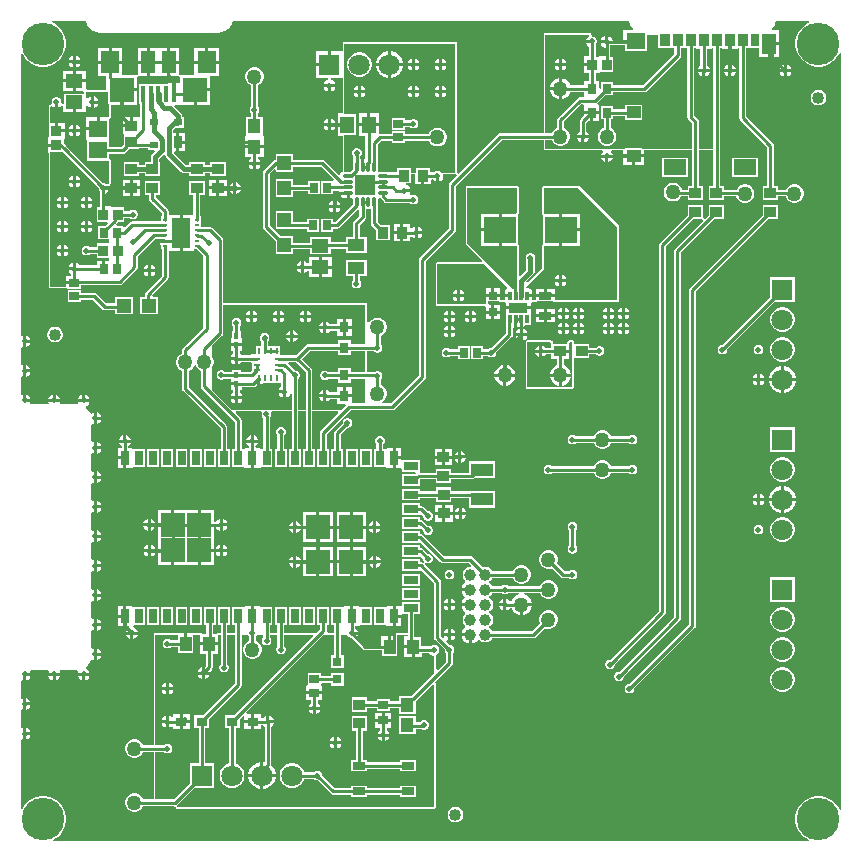
<source format=gtl>
G04*
G04 #@! TF.GenerationSoftware,Altium Limited,Altium Designer,21.6.1 (37)*
G04*
G04 Layer_Physical_Order=1*
G04 Layer_Color=255*
%FSLAX25Y25*%
%MOIN*%
G70*
G04*
G04 #@! TF.SameCoordinates,E52BCAAB-68D7-4A3F-A5E9-698283CEFC01*
G04*
G04*
G04 #@! TF.FilePolarity,Positive*
G04*
G01*
G75*
%ADD12C,0.01000*%
%ADD20R,0.10630X0.08661*%
G04:AMPARAMS|DCode=21|XSize=29.13mil|YSize=11.02mil|CornerRadius=1.38mil|HoleSize=0mil|Usage=FLASHONLY|Rotation=90.000|XOffset=0mil|YOffset=0mil|HoleType=Round|Shape=RoundedRectangle|*
%AMROUNDEDRECTD21*
21,1,0.02913,0.00827,0,0,90.0*
21,1,0.02638,0.01102,0,0,90.0*
1,1,0.00276,0.00413,0.01319*
1,1,0.00276,0.00413,-0.01319*
1,1,0.00276,-0.00413,-0.01319*
1,1,0.00276,-0.00413,0.01319*
%
%ADD21ROUNDEDRECTD21*%
%ADD22R,0.06299X0.03543*%
%ADD23R,0.07874X0.07874*%
%ADD24R,0.04724X0.02756*%
%ADD25R,0.02756X0.04724*%
%ADD28R,0.02953X0.03347*%
%ADD29R,0.02756X0.03347*%
%ADD30R,0.05512X0.04134*%
%ADD31R,0.03543X0.03937*%
%ADD32R,0.04134X0.02559*%
%ADD33C,0.05000*%
%ADD34R,0.02756X0.03937*%
%ADD35R,0.02756X0.02362*%
%ADD36R,0.07480X0.05315*%
%ADD37R,0.04724X0.03937*%
%ADD38R,0.06102X0.05315*%
%ADD39R,0.03347X0.04331*%
%ADD40R,0.02953X0.04331*%
%ADD41R,0.04606X0.07087*%
%ADD42R,0.01870X0.00984*%
%ADD43R,0.00984X0.01870*%
%ADD44R,0.04724X0.07480*%
%ADD45R,0.06299X0.07480*%
%ADD46R,0.08268X0.07874*%
%ADD47R,0.01575X0.05315*%
%ADD48R,0.03150X0.03150*%
%ADD49R,0.04724X0.04724*%
%ADD50R,0.01822X0.02182*%
%ADD51R,0.03937X0.03543*%
%ADD52R,0.02756X0.02756*%
%ADD53R,0.06127X0.05728*%
%ADD54R,0.03543X0.03150*%
%ADD55R,0.03937X0.04921*%
%ADD56R,0.06299X0.09843*%
%ADD57R,0.01575X0.00984*%
%ADD58R,0.03543X0.03347*%
%ADD59R,0.04331X0.04921*%
%ADD60R,0.04528X0.05709*%
%ADD61R,0.07480X0.04331*%
%ADD62R,0.03347X0.03543*%
%ADD63R,0.05709X0.04528*%
%ADD64R,0.04724X0.04724*%
%ADD65R,0.03347X0.02756*%
%ADD66R,0.03347X0.02953*%
%ADD67R,0.03150X0.03543*%
%ADD132R,0.06693X0.06693*%
%ADD133O,0.03347X0.01102*%
%ADD134O,0.01102X0.03347*%
%ADD135C,0.04000*%
%ADD136C,0.01500*%
%ADD137R,0.07087X0.07087*%
%ADD138C,0.07087*%
%ADD139C,0.01575*%
%ADD140C,0.03960*%
%ADD141R,0.07087X0.07087*%
%ADD142C,0.14173*%
%ADD143C,0.01968*%
%ADD144C,0.02000*%
G36*
X263985Y274071D02*
X263359Y273812D01*
X262100Y272971D01*
X261029Y271900D01*
X260188Y270641D01*
X259609Y269242D01*
X259313Y267757D01*
Y266243D01*
X259609Y264758D01*
X260188Y263359D01*
X261029Y262100D01*
X262100Y261029D01*
X263359Y260188D01*
X264758Y259609D01*
X266243Y259313D01*
X267757D01*
X269242Y259609D01*
X270641Y260188D01*
X271900Y261029D01*
X272971Y262100D01*
X273812Y263359D01*
X274071Y263985D01*
X274571Y263885D01*
Y11615D01*
X274071Y11515D01*
X273812Y12141D01*
X272971Y13400D01*
X271900Y14471D01*
X270641Y15312D01*
X269242Y15891D01*
X267757Y16187D01*
X266243D01*
X264758Y15891D01*
X263359Y15312D01*
X262100Y14471D01*
X261029Y13400D01*
X260188Y12141D01*
X259609Y10742D01*
X259313Y9257D01*
Y7743D01*
X259609Y6258D01*
X260188Y4859D01*
X261029Y3600D01*
X262100Y2529D01*
X263359Y1688D01*
X263766Y1520D01*
X263667Y1020D01*
X11833D01*
X11734Y1520D01*
X12141Y1688D01*
X13400Y2529D01*
X14471Y3600D01*
X15312Y4859D01*
X15891Y6258D01*
X16187Y7743D01*
Y9257D01*
X15891Y10742D01*
X15312Y12141D01*
X14471Y13400D01*
X13400Y14471D01*
X12141Y15312D01*
X10742Y15891D01*
X9257Y16187D01*
X7743D01*
X6258Y15891D01*
X4859Y15312D01*
X3600Y14471D01*
X2529Y13400D01*
X1688Y12141D01*
X1519Y11734D01*
X1020Y11833D01*
Y34869D01*
X1519Y35192D01*
X1862Y35050D01*
Y37008D01*
Y38966D01*
X1519Y38824D01*
X1020Y39147D01*
Y44711D01*
X1519Y45035D01*
X1862Y44893D01*
Y46850D01*
Y48808D01*
X1519Y48666D01*
X1020Y48989D01*
Y54554D01*
X1519Y54877D01*
X1862Y54735D01*
Y56693D01*
X2362D01*
Y57193D01*
X4320D01*
X4178Y57536D01*
X4501Y58036D01*
X10066D01*
X10389Y57536D01*
X10247Y57193D01*
X14162D01*
X14020Y57536D01*
X14344Y58036D01*
X19685D01*
X19742Y58047D01*
X19799Y58042D01*
X19929Y58057D01*
X20254Y57590D01*
X20090Y57193D01*
X24005D01*
X23743Y57826D01*
X23180Y58388D01*
X22811Y58541D01*
X22737Y58833D01*
X22745Y59110D01*
X22765Y59130D01*
X22861Y59193D01*
X23484Y59816D01*
X23548Y59912D01*
X23626Y59995D01*
X24095Y60742D01*
X24136Y60849D01*
X24194Y60947D01*
X24374Y61461D01*
X24549Y61545D01*
X24956Y61647D01*
X25484Y61428D01*
Y63386D01*
Y65343D01*
X25142Y65201D01*
X24642Y65525D01*
Y71089D01*
X25142Y71413D01*
X25484Y71271D01*
Y73228D01*
Y75186D01*
X25142Y75044D01*
X24642Y75367D01*
Y80932D01*
X25142Y81255D01*
X25484Y81113D01*
Y83071D01*
Y85028D01*
X25142Y84887D01*
X24642Y85210D01*
Y90774D01*
X25142Y91098D01*
X25484Y90956D01*
Y92913D01*
Y94871D01*
X25142Y94729D01*
X24642Y95052D01*
Y100617D01*
X25142Y100940D01*
X25484Y100798D01*
Y102756D01*
Y104714D01*
X25142Y104572D01*
X24642Y104895D01*
Y110459D01*
X25142Y110783D01*
X25484Y110641D01*
Y112598D01*
Y114556D01*
X25142Y114414D01*
X24642Y114737D01*
Y120302D01*
X25142Y120625D01*
X25484Y120483D01*
Y122441D01*
Y124399D01*
X25142Y124257D01*
X24642Y124580D01*
Y130145D01*
X25142Y130468D01*
X25484Y130326D01*
Y132283D01*
Y134241D01*
X25142Y134099D01*
X24642Y134423D01*
Y139987D01*
X25142Y140310D01*
X25484Y140168D01*
Y142126D01*
Y144084D01*
X24851Y143822D01*
X24686Y143656D01*
X24533Y143691D01*
X24159Y143837D01*
X24136Y143876D01*
X24095Y143983D01*
X23626Y144729D01*
X23548Y144813D01*
X23484Y144908D01*
X22861Y145531D01*
X22765Y145595D01*
X22745Y145614D01*
X22737Y145892D01*
X22811Y146183D01*
X23180Y146336D01*
X23743Y146899D01*
X24005Y147531D01*
X20090D01*
X20254Y147134D01*
X19929Y146668D01*
X19799Y146683D01*
X19742Y146678D01*
X19685Y146689D01*
X14344D01*
X14020Y147189D01*
X14162Y147531D01*
X10247D01*
X10389Y147189D01*
X10066Y146689D01*
X4501D01*
X4178Y147189D01*
X4320Y147531D01*
X2362D01*
Y148031D01*
X1862D01*
Y149989D01*
X1519Y149847D01*
X1020Y150171D01*
Y155735D01*
X1519Y156058D01*
X1862Y155916D01*
Y157874D01*
Y159832D01*
X1519Y159690D01*
X1020Y160013D01*
Y165577D01*
X1519Y165901D01*
X1862Y165759D01*
Y167717D01*
Y169674D01*
X1519Y169532D01*
X1020Y169855D01*
Y263667D01*
X1519Y263766D01*
X1688Y263359D01*
X2529Y262100D01*
X3600Y261029D01*
X4859Y260188D01*
X6258Y259609D01*
X7743Y259313D01*
X9257D01*
X10742Y259609D01*
X12141Y260188D01*
X13400Y261029D01*
X14471Y262100D01*
X15312Y263359D01*
X15891Y264758D01*
X16187Y266243D01*
Y267757D01*
X15891Y269242D01*
X15312Y270641D01*
X14471Y271900D01*
X13400Y272971D01*
X12141Y273812D01*
X11515Y274071D01*
X11615Y274571D01*
X22717D01*
X22742Y274491D01*
X22758Y274378D01*
X23050Y273546D01*
X23108Y273447D01*
X23149Y273340D01*
X23618Y272593D01*
X23696Y272510D01*
X23760Y272415D01*
X24383Y271792D01*
X24479Y271728D01*
X24562Y271649D01*
X25308Y271180D01*
X25415Y271139D01*
X25514Y271081D01*
X26346Y270790D01*
X26460Y270774D01*
X26569Y270739D01*
X27445Y270640D01*
X27502Y270645D01*
X27559Y270634D01*
X66929D01*
X66986Y270645D01*
X67043Y270640D01*
X67919Y270739D01*
X68028Y270774D01*
X68142Y270790D01*
X68974Y271081D01*
X69073Y271139D01*
X69180Y271180D01*
X69926Y271649D01*
X70009Y271728D01*
X70105Y271792D01*
X70728Y272415D01*
X70792Y272510D01*
X70870Y272593D01*
X71339Y273340D01*
X71380Y273447D01*
X71438Y273546D01*
X71730Y274378D01*
X71746Y274491D01*
X71771Y274571D01*
X203819D01*
X203845Y274491D01*
X203861Y274378D01*
X204152Y273546D01*
X204210Y273447D01*
X204251Y273340D01*
X204720Y272593D01*
X204799Y272510D01*
X204862Y272415D01*
X205303Y271974D01*
X205096Y271474D01*
X202010D01*
Y268317D01*
X206061D01*
Y267317D01*
X202010D01*
Y267128D01*
X198387D01*
X198362Y267164D01*
Y267960D01*
X198058Y268695D01*
X197495Y269258D01*
X196862Y269520D01*
Y267562D01*
X196362D01*
Y267062D01*
X194404D01*
X194667Y266429D01*
X195229Y265867D01*
X195964Y265562D01*
X196760D01*
X196834Y265513D01*
Y262772D01*
X193689D01*
Y262372D01*
X192759D01*
Y266597D01*
X192956Y266794D01*
X193200Y267382D01*
Y268018D01*
X192956Y268606D01*
X192506Y269056D01*
X191918Y269300D01*
X191781D01*
X191356Y269627D01*
X191257Y270127D01*
X191152Y270284D01*
X191079Y270459D01*
X191018Y270485D01*
X190981Y270540D01*
X190795Y270577D01*
X190620Y270649D01*
X176000D01*
X175541Y270459D01*
X175351Y270000D01*
Y237122D01*
X161000D01*
X161000Y237122D01*
X160571Y237036D01*
X160207Y236793D01*
X160207Y236793D01*
X147033Y223619D01*
X146609Y223902D01*
X146649Y224000D01*
Y267000D01*
X146459Y267459D01*
X146000Y267649D01*
X109000D01*
X108541Y267459D01*
X108351Y267000D01*
Y264543D01*
X104500D01*
Y260000D01*
X104000D01*
Y259500D01*
X99457D01*
Y255457D01*
X103398D01*
X103498Y254957D01*
X102867Y254696D01*
X102304Y254133D01*
X102042Y253500D01*
X105958D01*
X105695Y254133D01*
X105133Y254696D01*
X104502Y254957D01*
X104602Y255457D01*
X108351D01*
Y243854D01*
X106736D01*
Y240500D01*
X110000D01*
Y239500D01*
X106736D01*
Y236146D01*
X108351D01*
Y224337D01*
X107952Y224071D01*
X107610Y223558D01*
X107581Y223412D01*
X107038Y223248D01*
X102359Y227927D01*
X101995Y228170D01*
X101566Y228255D01*
X101566Y228255D01*
X91962D01*
Y230096D01*
X86038D01*
Y228727D01*
X86034Y228255D01*
X85605Y228170D01*
X85241Y227927D01*
X85241Y227927D01*
X82107Y224793D01*
X81864Y224429D01*
X81778Y224000D01*
X81778Y224000D01*
Y205966D01*
X81778Y205966D01*
X81864Y205537D01*
X82107Y205173D01*
X86038Y201242D01*
Y196904D01*
X91962D01*
Y198422D01*
X97546D01*
Y196679D01*
X104454D01*
Y198619D01*
X109644D01*
Y197073D01*
X116356D01*
Y202407D01*
X114122D01*
Y206635D01*
X115809Y208323D01*
X115809Y208323D01*
X116052Y208686D01*
X116137Y209116D01*
X116137Y209116D01*
Y211651D01*
X116288Y211778D01*
X116637Y211966D01*
X116984Y211897D01*
X117331Y211966D01*
X117681Y211778D01*
X117831Y211651D01*
Y207095D01*
X117831Y207095D01*
X117917Y206665D01*
X118160Y206301D01*
X119479Y204982D01*
Y201431D01*
X124222D01*
Y206569D01*
X121065D01*
X120074Y207559D01*
Y212808D01*
X120126Y213071D01*
Y215315D01*
X120392Y215589D01*
X120923Y215558D01*
X121060Y215354D01*
X122207Y214207D01*
X122207Y214207D01*
X122571Y213964D01*
X123000Y213878D01*
X123000Y213878D01*
X130859D01*
X131094Y213644D01*
X131682Y213400D01*
X132318D01*
X132906Y213644D01*
X133356Y214094D01*
X133600Y214682D01*
Y215318D01*
X133356Y215906D01*
X132906Y216356D01*
X132318Y216600D01*
X131682D01*
X131094Y216356D01*
X130927Y216391D01*
X130800Y216653D01*
X130727Y216944D01*
X130958Y217500D01*
X129000D01*
Y218500D01*
X130958D01*
X130695Y219133D01*
X130133Y219695D01*
X129563Y219932D01*
X129663Y220431D01*
X131222D01*
Y223351D01*
X132378D01*
Y220031D01*
X134650D01*
Y223000D01*
X135650D01*
Y220031D01*
X137921D01*
Y221585D01*
X138421Y221750D01*
X138867Y221304D01*
X139500Y221042D01*
Y223000D01*
X140500D01*
Y221042D01*
X141133Y221304D01*
X141695Y221867D01*
X142000Y222602D01*
Y223351D01*
X146000D01*
X146098Y223391D01*
X146381Y222967D01*
X144207Y220793D01*
X143964Y220429D01*
X143878Y220000D01*
X143878Y220000D01*
Y205465D01*
X134207Y195793D01*
X133964Y195429D01*
X133878Y195000D01*
X133878Y195000D01*
Y156465D01*
X124535Y147122D01*
X121695D01*
X121561Y147622D01*
X121903Y147819D01*
X122481Y148397D01*
X122889Y149103D01*
X123100Y149892D01*
Y150708D01*
X122889Y151497D01*
X122481Y152203D01*
X121903Y152781D01*
X121197Y153189D01*
X121122Y153209D01*
Y155159D01*
X121356Y155394D01*
X121600Y155982D01*
Y156618D01*
X121356Y157206D01*
X120906Y157656D01*
X120318Y157900D01*
X119682D01*
X119094Y157656D01*
X118905Y157468D01*
X116649D01*
Y164532D01*
X118805D01*
X119094Y164244D01*
X119682Y164000D01*
X120318D01*
X120906Y164244D01*
X121356Y164694D01*
X121600Y165282D01*
Y165918D01*
X121356Y166506D01*
X121122Y166741D01*
Y169591D01*
X121197Y169611D01*
X121903Y170019D01*
X122481Y170597D01*
X122889Y171303D01*
X123100Y172092D01*
Y172908D01*
X122889Y173697D01*
X122481Y174403D01*
X121903Y174981D01*
X121197Y175389D01*
X120408Y175600D01*
X119592D01*
X118803Y175389D01*
X118097Y174981D01*
X117519Y174403D01*
X117389Y174177D01*
X116736Y174046D01*
X116649Y174112D01*
Y180000D01*
X116459Y180459D01*
X116000Y180649D01*
X68522D01*
Y201224D01*
X68484Y201412D01*
X68522Y201600D01*
X68436Y202029D01*
X68193Y202393D01*
X65007Y205579D01*
X64643Y205822D01*
X64214Y205907D01*
X64214Y205907D01*
X61302D01*
Y209421D01*
X60922D01*
Y216529D01*
X62369D01*
Y221272D01*
X57231D01*
Y216529D01*
X58678D01*
Y209821D01*
X55100D01*
Y203900D01*
Y197979D01*
X58750D01*
Y198379D01*
X59701D01*
X61944Y196135D01*
Y172330D01*
X55207Y165593D01*
X54964Y165229D01*
X54878Y164800D01*
X54878Y164800D01*
Y163714D01*
X54803Y163693D01*
X54097Y163285D01*
X53519Y162708D01*
X53111Y162001D01*
X52900Y161213D01*
Y160397D01*
X53111Y159608D01*
X53519Y158901D01*
X54097Y158324D01*
X54803Y157916D01*
X54878Y157896D01*
Y152000D01*
X54878Y152000D01*
X54964Y151571D01*
X55207Y151207D01*
X67731Y138683D01*
Y131840D01*
X66874D01*
Y125916D01*
X70830D01*
Y131840D01*
X69974D01*
Y139148D01*
X69889Y139577D01*
X69645Y139941D01*
X69645Y139941D01*
X57122Y152465D01*
Y157896D01*
X57197Y157916D01*
X57903Y158324D01*
X58481Y158901D01*
X58889Y159608D01*
X58904Y159665D01*
X59336Y159698D01*
X59425Y159679D01*
X59819Y158997D01*
X60397Y158419D01*
X61103Y158011D01*
X61178Y157991D01*
Y152700D01*
X61178Y152700D01*
X61264Y152271D01*
X61507Y151907D01*
X72455Y140959D01*
Y131840D01*
X71599D01*
Y125916D01*
X75423D01*
X75555Y125916D01*
X75923Y125598D01*
Y125516D01*
X77801D01*
Y128878D01*
X78801D01*
Y125516D01*
X80679D01*
Y125598D01*
X81048Y125916D01*
X81179Y125916D01*
X85004D01*
Y131840D01*
X84147D01*
Y142384D01*
X84356Y142594D01*
X84600Y143182D01*
Y143818D01*
X84552Y143935D01*
X84829Y144351D01*
X91378D01*
Y131840D01*
X90496D01*
Y125916D01*
X94452D01*
Y131840D01*
X93622D01*
Y144351D01*
X96077D01*
Y131840D01*
X95221D01*
Y125916D01*
X99177D01*
Y131840D01*
X98320D01*
Y144351D01*
X106711D01*
X106903Y143889D01*
X101130Y138116D01*
X100887Y137752D01*
X100802Y137323D01*
X100802Y137323D01*
Y131840D01*
X99945D01*
Y125916D01*
X103901D01*
Y131840D01*
X103045D01*
Y136859D01*
X111065Y144878D01*
X125000D01*
X125000Y144878D01*
X125429Y144964D01*
X125793Y145207D01*
X135793Y155207D01*
X135793Y155207D01*
X136036Y155571D01*
X136122Y156000D01*
X136122Y156000D01*
Y194535D01*
X145793Y204207D01*
X145793Y204207D01*
X146036Y204571D01*
X146122Y205000D01*
X146122Y205000D01*
Y219535D01*
X161465Y234878D01*
X175351D01*
Y232000D01*
X175541Y231541D01*
X176000Y231351D01*
X194815D01*
X195022Y230851D01*
X194805Y230633D01*
X194542Y230000D01*
X198458D01*
X198196Y230633D01*
X197978Y230851D01*
X198185Y231351D01*
X202010D01*
Y230030D01*
X205372D01*
X208734D01*
Y231351D01*
X224879D01*
Y219521D01*
X223431D01*
Y218271D01*
X221503D01*
X221389Y218697D01*
X220981Y219403D01*
X220403Y219981D01*
X219697Y220389D01*
X218908Y220600D01*
X218092D01*
X217303Y220389D01*
X216597Y219981D01*
X216019Y219403D01*
X215611Y218697D01*
X215400Y217908D01*
Y217092D01*
X215611Y216303D01*
X216019Y215597D01*
X216597Y215019D01*
X217303Y214611D01*
X218092Y214400D01*
X218908D01*
X219697Y214611D01*
X220403Y215019D01*
X220981Y215597D01*
X221230Y216028D01*
X223431D01*
Y214778D01*
X228569D01*
Y219521D01*
X227121D01*
Y231351D01*
X231947D01*
Y219521D01*
X230432D01*
Y214778D01*
X235568D01*
Y216028D01*
X239551D01*
X239611Y215803D01*
X240019Y215097D01*
X240597Y214519D01*
X241303Y214111D01*
X242092Y213900D01*
X242908D01*
X243697Y214111D01*
X244403Y214519D01*
X244981Y215097D01*
X245389Y215803D01*
X245600Y216592D01*
Y217408D01*
X245389Y218197D01*
X244981Y218903D01*
X244403Y219481D01*
X243697Y219889D01*
X242908Y220100D01*
X242092D01*
X241303Y219889D01*
X240597Y219481D01*
X240019Y218903D01*
X239654Y218271D01*
X235568D01*
Y219521D01*
X234191D01*
Y265544D01*
X234726D01*
Y265144D01*
X236900D01*
Y268309D01*
X237900D01*
Y265144D01*
X240073D01*
Y265544D01*
X240609D01*
Y242270D01*
X240609Y242270D01*
X240694Y241841D01*
X240937Y241477D01*
X249879Y232535D01*
Y219521D01*
X248431D01*
Y214778D01*
X253569D01*
Y216028D01*
X256051D01*
X256111Y215803D01*
X256519Y215097D01*
X257097Y214519D01*
X257803Y214111D01*
X258592Y213900D01*
X259408D01*
X260197Y214111D01*
X260903Y214519D01*
X261481Y215097D01*
X261889Y215803D01*
X262100Y216592D01*
Y217408D01*
X261889Y218197D01*
X261481Y218903D01*
X260903Y219481D01*
X260197Y219889D01*
X259408Y220100D01*
X258592D01*
X257803Y219889D01*
X257097Y219481D01*
X256519Y218903D01*
X256154Y218271D01*
X253569D01*
Y219521D01*
X252121D01*
Y233000D01*
X252122Y233000D01*
X252036Y233429D01*
X251793Y233793D01*
X251793Y233793D01*
X242852Y242734D01*
Y265544D01*
X247325D01*
Y262388D01*
X250128D01*
Y266931D01*
X250628D01*
Y267431D01*
X253931D01*
Y271474D01*
X251597D01*
X251390Y271974D01*
X251831Y272415D01*
X251894Y272510D01*
X251973Y272593D01*
X252442Y273340D01*
X252483Y273447D01*
X252541Y273546D01*
X252832Y274378D01*
X252848Y274491D01*
X252873Y274571D01*
X263885D01*
X263985Y274071D01*
D02*
G37*
G36*
X213473Y265544D02*
X218955D01*
Y263541D01*
X208535Y253121D01*
X198635D01*
Y254273D01*
X194483D01*
Y251905D01*
X194417Y251861D01*
X193917Y252128D01*
Y254673D01*
X192759D01*
Y257228D01*
X194311D01*
Y257628D01*
X198635D01*
Y262372D01*
X197484D01*
Y266421D01*
X197541Y266478D01*
X202410D01*
Y264559D01*
X209712D01*
Y270000D01*
X213473D01*
Y265544D01*
D02*
G37*
G36*
X231947Y232000D02*
X227121D01*
Y241000D01*
X227036Y241429D01*
X226793Y241793D01*
X226793Y241793D01*
X225529Y243057D01*
Y265544D01*
X226065D01*
Y265144D01*
X227617D01*
Y259700D01*
X227605Y259696D01*
X227043Y259133D01*
X226781Y258500D01*
X230696D01*
X230434Y259133D01*
X229871Y259696D01*
X229860Y259700D01*
Y265144D01*
X231411D01*
Y265544D01*
X231947D01*
Y232000D01*
D02*
G37*
G36*
X190719Y269500D02*
X190467Y269395D01*
X189904Y268833D01*
X189642Y268200D01*
X191600D01*
Y267200D01*
X189642D01*
X189904Y266567D01*
X190467Y266004D01*
X190516Y265984D01*
Y262772D01*
X188965D01*
Y260500D01*
X191638D01*
Y259500D01*
X188965D01*
Y257228D01*
X190516D01*
Y254673D01*
X188965D01*
Y253121D01*
X184323D01*
X184262Y253351D01*
X183801Y254149D01*
X183149Y254801D01*
X182351Y255261D01*
X181500Y255489D01*
Y252000D01*
Y248511D01*
X182351Y248739D01*
X183149Y249199D01*
X183801Y249851D01*
X184262Y250649D01*
X184323Y250879D01*
X188965D01*
Y249327D01*
X188550Y249121D01*
X187500D01*
X187500Y249122D01*
X187071Y249036D01*
X186707Y248793D01*
X186707Y248793D01*
X180207Y242293D01*
X179964Y241929D01*
X179878Y241500D01*
X179878Y241500D01*
Y238909D01*
X179803Y238889D01*
X179097Y238481D01*
X178519Y237903D01*
X178111Y237197D01*
X178091Y237122D01*
X176000D01*
Y270000D01*
X190620D01*
X190719Y269500D01*
D02*
G37*
G36*
X223286Y242593D02*
X223286Y242593D01*
X223371Y242163D01*
X223614Y241799D01*
X224879Y240535D01*
Y232000D01*
X208334D01*
Y232098D01*
X202410D01*
Y232000D01*
X176000D01*
Y234878D01*
X178091D01*
X178111Y234803D01*
X178519Y234097D01*
X179097Y233519D01*
X179803Y233111D01*
X180592Y232900D01*
X181408D01*
X182197Y233111D01*
X182903Y233519D01*
X183481Y234097D01*
X183889Y234803D01*
X184100Y235592D01*
Y236408D01*
X183889Y237197D01*
X183481Y237903D01*
X182903Y238481D01*
X182197Y238889D01*
X182122Y238909D01*
Y241035D01*
X187965Y246879D01*
X188550D01*
X188965Y246673D01*
X188965Y246378D01*
Y244500D01*
X191441D01*
X193917D01*
Y246673D01*
X193453D01*
X193302Y247173D01*
X193352Y247207D01*
X195872Y249727D01*
X198635D01*
Y250879D01*
X209000D01*
X209000Y250878D01*
X209429Y250964D01*
X209793Y251207D01*
X220870Y262284D01*
X220870Y262284D01*
X221113Y262648D01*
X221198Y263077D01*
X221198Y263077D01*
Y265544D01*
X223286D01*
Y242593D01*
D02*
G37*
G36*
X146000Y224000D02*
X141263D01*
X140906Y224356D01*
X140318Y224600D01*
X139682D01*
X139094Y224356D01*
X138859Y224121D01*
X137521D01*
Y225569D01*
X132778D01*
Y224000D01*
X131222D01*
Y225569D01*
X126479D01*
Y224074D01*
X123191D01*
X122929Y224127D01*
X120685D01*
X120494Y224089D01*
X120091Y224492D01*
X120090Y224500D01*
X120126Y224685D01*
Y226929D01*
X120074Y227191D01*
Y233488D01*
X121201Y234615D01*
X124727D01*
Y233758D01*
X129273D01*
Y234615D01*
X137108D01*
X137111Y234603D01*
X137519Y233897D01*
X138097Y233319D01*
X138803Y232911D01*
X139592Y232700D01*
X140408D01*
X141197Y232911D01*
X141903Y233319D01*
X142481Y233897D01*
X142889Y234603D01*
X143100Y235392D01*
Y236208D01*
X142889Y236997D01*
X142481Y237703D01*
X141903Y238281D01*
X141197Y238689D01*
X140408Y238900D01*
X139592D01*
X138803Y238689D01*
X138097Y238281D01*
X137519Y237703D01*
X137111Y236997D01*
X137074Y236858D01*
X129273D01*
Y237714D01*
X124727D01*
Y236858D01*
X120736D01*
X120350Y237174D01*
Y239500D01*
X117087D01*
X113823D01*
Y236146D01*
X115965D01*
Y228716D01*
X115516Y228451D01*
Y225807D01*
X114516D01*
Y228603D01*
X114222Y228820D01*
Y229359D01*
X114456Y229594D01*
X114700Y230182D01*
Y230818D01*
X114456Y231406D01*
X114006Y231856D01*
X113418Y232100D01*
X112782D01*
X112194Y231856D01*
X111744Y231406D01*
X111500Y230818D01*
Y230182D01*
X111744Y229594D01*
X111978Y229359D01*
Y227402D01*
X111963Y227378D01*
X111873Y226929D01*
Y225097D01*
X110903Y224127D01*
X109071D01*
X109000Y224185D01*
Y236546D01*
X112864D01*
Y243454D01*
X109000D01*
Y267000D01*
X146000D01*
Y224000D01*
D02*
G37*
G36*
X105411Y221703D02*
X105133Y221273D01*
X101286D01*
Y216727D01*
X105242D01*
Y217894D01*
X107216D01*
X107453Y217547D01*
X110193D01*
Y217047D01*
X110693D01*
Y215466D01*
X111315D01*
X111397Y215482D01*
X111489Y215450D01*
X111873Y215067D01*
Y213483D01*
X105912Y207522D01*
X105078D01*
Y208673D01*
X101122D01*
Y204127D01*
X105078D01*
Y205278D01*
X106376D01*
X106376Y205278D01*
X106806Y205364D01*
X107169Y205607D01*
X113394Y211832D01*
X113894Y211625D01*
Y209580D01*
X112207Y207893D01*
X111964Y207529D01*
X111878Y207100D01*
X111879Y207100D01*
Y202407D01*
X109644D01*
Y200862D01*
X104454D01*
Y202407D01*
X97546D01*
Y200665D01*
X91962D01*
Y202828D01*
X87624D01*
X84022Y206431D01*
Y223535D01*
X85576Y225090D01*
X86038Y224898D01*
Y224172D01*
X91962D01*
Y226012D01*
X101102D01*
X105411Y221703D01*
D02*
G37*
G36*
X116000Y166775D02*
X111175D01*
Y168025D01*
X106825D01*
Y166775D01*
X97000D01*
X96571Y166690D01*
X96207Y166447D01*
X96207Y166447D01*
X92850Y163090D01*
X87445D01*
Y164429D01*
X87474Y164577D01*
X87445Y164725D01*
Y166112D01*
X83537D01*
Y167875D01*
X83756Y168094D01*
X84000Y168682D01*
Y169318D01*
X83756Y169906D01*
X83306Y170356D01*
X82718Y170600D01*
X82082D01*
X81494Y170356D01*
X81044Y169906D01*
X80800Y169318D01*
Y168682D01*
X80932Y168364D01*
X80964Y168202D01*
X81207Y167838D01*
X81294Y167751D01*
Y166112D01*
X79355D01*
Y163461D01*
X77872D01*
Y163090D01*
X74713D01*
X74695Y163133D01*
X74133Y163696D01*
X74122Y163700D01*
Y164514D01*
X74911D01*
Y166105D01*
X73000D01*
X71089D01*
Y164514D01*
X71878D01*
Y163700D01*
X71867Y163696D01*
X71305Y163133D01*
X71042Y162500D01*
X73000D01*
Y162000D01*
X73500D01*
Y160042D01*
X74133Y160304D01*
X74675Y160847D01*
X77872D01*
Y160476D01*
X78272D01*
Y158083D01*
X77706Y157517D01*
X74511D01*
Y158086D01*
X71489D01*
Y157517D01*
X69246D01*
X68906Y157856D01*
X68318Y158100D01*
X67682D01*
X67094Y157856D01*
X66644Y157406D01*
X66400Y156818D01*
Y156182D01*
X66644Y155594D01*
X67094Y155144D01*
X67682Y154900D01*
X68318D01*
X68906Y155144D01*
X69036Y155273D01*
X71089D01*
Y154105D01*
X73000D01*
Y153105D01*
X71089D01*
Y151514D01*
X71878D01*
Y150700D01*
X71867Y150696D01*
X71305Y150133D01*
X71042Y149500D01*
X74958D01*
X74695Y150133D01*
X74133Y150696D01*
X74122Y150700D01*
Y151514D01*
X74911D01*
Y152483D01*
X78629D01*
X78629Y152483D01*
X79058Y152569D01*
X79422Y152812D01*
X79947Y153337D01*
Y155423D01*
X80947D01*
Y153488D01*
X81939D01*
Y153888D01*
X87445D01*
Y153888D01*
X87878Y153728D01*
Y152700D01*
X87867Y152696D01*
X87305Y152133D01*
X87042Y151500D01*
X89000D01*
Y151000D01*
X89500D01*
Y149042D01*
X90133Y149304D01*
X90696Y149867D01*
X90878Y150309D01*
X91378Y150209D01*
Y145000D01*
X83560D01*
X83318Y145100D01*
X82682D01*
X82440Y145000D01*
X71586D01*
X65000Y151586D01*
Y159377D01*
X65189Y159703D01*
X65400Y160492D01*
Y161308D01*
X65189Y162097D01*
X65000Y162424D01*
Y166414D01*
X68193Y169607D01*
X68436Y169971D01*
X68522Y170400D01*
X68522Y170400D01*
Y180000D01*
X116000D01*
Y166775D01*
D02*
G37*
G36*
Y157468D02*
X111175D01*
Y158718D01*
X106825D01*
Y157468D01*
X103548D01*
X103313Y157703D01*
X102725Y157947D01*
X102089D01*
X101500Y157703D01*
X101050Y157253D01*
X100807Y156665D01*
Y156028D01*
X101050Y155440D01*
X101500Y154990D01*
X102089Y154746D01*
X102725D01*
X103313Y154990D01*
X103548Y155225D01*
X106825D01*
Y153975D01*
X111175D01*
Y155225D01*
X116000D01*
Y147122D01*
X111575D01*
Y149153D01*
X109000D01*
Y149653D01*
X108500D01*
Y152425D01*
X106425D01*
Y150775D01*
X104200D01*
X104195Y150786D01*
X103633Y151349D01*
X103000Y151611D01*
Y149653D01*
Y147696D01*
X103633Y147958D01*
X104195Y148521D01*
X104200Y148532D01*
X106425D01*
Y146882D01*
X109189D01*
X109396Y146382D01*
X108014Y145000D01*
X98320D01*
Y158085D01*
X98235Y158514D01*
X97992Y158878D01*
X97992Y158878D01*
X94901Y161969D01*
X97465Y164532D01*
X106825D01*
Y163282D01*
X111175D01*
Y164532D01*
X116000D01*
Y157468D01*
D02*
G37*
G36*
X96077Y157620D02*
Y145000D01*
X93622D01*
Y155259D01*
X93856Y155494D01*
X94100Y156082D01*
Y156718D01*
X93856Y157306D01*
X93406Y157756D01*
X92818Y158000D01*
X92486D01*
X90139Y160347D01*
X90346Y160847D01*
X92850D01*
X96077Y157620D01*
D02*
G37*
G36*
X81448Y143935D02*
X81400Y143818D01*
Y143182D01*
X81644Y142594D01*
X81904Y142333D01*
Y131840D01*
X81179D01*
X81048Y131840D01*
X80679Y132158D01*
Y132240D01*
X79377D01*
X79278Y132740D01*
X79433Y132805D01*
X79996Y133367D01*
X80258Y134000D01*
X76342D01*
X76604Y133367D01*
X77167Y132805D01*
X77322Y132740D01*
X77223Y132240D01*
X75923D01*
Y132158D01*
X75555Y131840D01*
X75423Y131840D01*
X74698D01*
Y141423D01*
X74698Y141423D01*
X74613Y141852D01*
X74370Y142216D01*
X74370Y142216D01*
X72698Y143889D01*
X72889Y144351D01*
X81170D01*
X81448Y143935D01*
D02*
G37*
%LPC*%
G36*
X195862Y269520D02*
X195229Y269258D01*
X194667Y268695D01*
X194404Y268062D01*
X195862D01*
Y269520D01*
D02*
G37*
G36*
X253931Y266431D02*
X251128D01*
Y262388D01*
X253931D01*
Y266431D01*
D02*
G37*
G36*
X19500Y262958D02*
Y261500D01*
X20958D01*
X20696Y262133D01*
X20133Y262696D01*
X19500Y262958D01*
D02*
G37*
G36*
X18500D02*
X17867Y262696D01*
X17304Y262133D01*
X17042Y261500D01*
X18500D01*
Y262958D01*
D02*
G37*
G36*
X67291Y265506D02*
X63642D01*
Y261266D01*
X67291D01*
Y265506D01*
D02*
G37*
G36*
X62642D02*
X58992D01*
Y261266D01*
X62642D01*
Y265506D01*
D02*
G37*
G36*
X53709D02*
X50846D01*
Y261266D01*
X53709D01*
Y265506D01*
D02*
G37*
G36*
X43154D02*
X40291D01*
Y261266D01*
X43154D01*
Y265506D01*
D02*
G37*
G36*
X35008D02*
X31358D01*
Y261266D01*
X35008D01*
Y265506D01*
D02*
G37*
G36*
X30358D02*
X26709D01*
Y261266D01*
X30358D01*
Y265506D01*
D02*
G37*
G36*
X103500Y264543D02*
X99457D01*
Y260500D01*
X103500D01*
Y264543D01*
D02*
G37*
G36*
X20958Y260500D02*
X19500D01*
Y259042D01*
X20133Y259304D01*
X20696Y259867D01*
X20958Y260500D01*
D02*
G37*
G36*
X18500D02*
X17042D01*
X17304Y259867D01*
X17867Y259304D01*
X18500Y259042D01*
Y260500D01*
D02*
G37*
G36*
X256500Y259958D02*
Y258500D01*
X257958D01*
X257696Y259133D01*
X257133Y259696D01*
X256500Y259958D01*
D02*
G37*
G36*
X255500D02*
X254867Y259696D01*
X254305Y259133D01*
X254042Y258500D01*
X255500D01*
Y259958D01*
D02*
G37*
G36*
X237900D02*
Y258500D01*
X239357D01*
X239095Y259133D01*
X238532Y259696D01*
X237900Y259958D01*
D02*
G37*
G36*
X236900D02*
X236267Y259696D01*
X235704Y259133D01*
X235442Y258500D01*
X236900D01*
Y259958D01*
D02*
G37*
G36*
X67291Y260266D02*
X58992D01*
Y256451D01*
X54209D01*
X54071Y256451D01*
X53709Y256784D01*
Y260266D01*
X50846D01*
Y256026D01*
X53571D01*
X53709Y256026D01*
X54071Y255693D01*
Y254323D01*
X53905Y253892D01*
X53571Y253892D01*
X52618D01*
Y250234D01*
X51618D01*
Y253892D01*
X50331D01*
Y253492D01*
X40494D01*
Y246977D01*
X40760D01*
Y242429D01*
X38500D01*
Y239657D01*
X38000D01*
Y239158D01*
X35032D01*
Y236886D01*
X35432Y236714D01*
Y233360D01*
X34549Y232477D01*
X30663D01*
Y234680D01*
X30663Y234820D01*
X30663D01*
Y235180D01*
X30663D01*
Y241927D01*
X30959Y242049D01*
X31149Y242508D01*
Y246577D01*
X34295D01*
Y251514D01*
X34795D01*
Y252014D01*
X39929D01*
Y255693D01*
X40291Y256026D01*
X40429Y256026D01*
X43154D01*
Y260266D01*
X40291D01*
Y256784D01*
X39929Y256451D01*
X39791Y256451D01*
X35008D01*
Y260266D01*
X26709D01*
Y256026D01*
X29661D01*
Y251649D01*
X23239D01*
X22863Y252019D01*
X22854Y252039D01*
Y254043D01*
X19500D01*
Y251279D01*
X21895D01*
X21948Y251243D01*
X22213Y250822D01*
X22214Y250817D01*
X22109Y250321D01*
X15546D01*
Y247245D01*
X15264Y246985D01*
X15133Y246920D01*
X14681Y247157D01*
X14600Y247442D01*
Y247818D01*
X14356Y248406D01*
X13906Y248856D01*
X13318Y249100D01*
X12682D01*
X12094Y248856D01*
X11644Y248406D01*
X11400Y247818D01*
Y247182D01*
X11252Y246772D01*
X10751Y246565D01*
X10660Y246473D01*
X10541Y246424D01*
X10491Y246304D01*
X10400Y246213D01*
Y246084D01*
X10351Y245965D01*
Y240535D01*
X10541Y240076D01*
X10628Y240040D01*
Y235811D01*
X10228D01*
Y233638D01*
X13000D01*
Y232638D01*
X10228D01*
Y230465D01*
X10351D01*
Y186000D01*
X10541Y185541D01*
X11000Y185351D01*
X16327D01*
X16514Y185428D01*
X16727Y185286D01*
Y185286D01*
X21273D01*
Y186378D01*
X34044D01*
X34044Y186378D01*
X34473Y186464D01*
X34837Y186707D01*
X39793Y191663D01*
X39793Y191663D01*
X40036Y192027D01*
X40122Y192456D01*
Y196135D01*
X45879Y201893D01*
X47498D01*
Y201743D01*
X49285D01*
Y200743D01*
X47498D01*
Y199750D01*
X47898D01*
Y198379D01*
X48164D01*
Y189550D01*
X42707Y184093D01*
X42464Y183729D01*
X42378Y183300D01*
X42378Y183300D01*
Y182605D01*
X40880D01*
Y176680D01*
X46805D01*
Y182605D01*
X45098D01*
X44891Y183105D01*
X50078Y188292D01*
X50078Y188292D01*
X50321Y188656D01*
X50407Y189085D01*
Y197497D01*
X50450Y197979D01*
X54100D01*
Y203900D01*
Y209821D01*
X50450D01*
X50407Y210303D01*
Y211015D01*
X50407Y211015D01*
X50321Y211444D01*
X50078Y211808D01*
X50078Y211808D01*
X46122Y215765D01*
Y216479D01*
X47569D01*
Y221222D01*
X42432D01*
Y216479D01*
X43878D01*
Y215300D01*
X43878Y215300D01*
X43964Y214871D01*
X44207Y214507D01*
X48164Y210550D01*
Y209421D01*
X47898D01*
Y207679D01*
X38157D01*
X37728Y207594D01*
X37364Y207350D01*
X37364Y207350D01*
X35704Y205690D01*
X35242Y205881D01*
Y206273D01*
X33013D01*
X32821Y206735D01*
X33293Y207207D01*
X33293Y207207D01*
X33536Y207571D01*
X33548Y207628D01*
X35635D01*
Y208878D01*
X37359D01*
X37594Y208644D01*
X38182Y208400D01*
X38818D01*
X39406Y208644D01*
X39856Y209094D01*
X40100Y209682D01*
Y210318D01*
X39856Y210906D01*
X39406Y211356D01*
X38818Y211600D01*
X38182D01*
X37594Y211356D01*
X37359Y211122D01*
X35635D01*
Y212372D01*
X31311D01*
Y212772D01*
X28166D01*
Y216801D01*
X28240Y216850D01*
X29036D01*
X29771Y217155D01*
X30333Y217718D01*
X30595Y218350D01*
X28638D01*
Y219350D01*
X30595D01*
X30497Y219589D01*
X30695Y219681D01*
X30703Y219703D01*
X30723Y219714D01*
X31006Y220065D01*
X31067Y220272D01*
X31149Y220472D01*
Y227892D01*
X30959Y228351D01*
X30663Y228473D01*
Y230234D01*
X35013D01*
X35013Y230234D01*
X35442Y230319D01*
X35806Y230563D01*
X37214Y231971D01*
X40569D01*
Y232138D01*
X43585D01*
Y231479D01*
X45650D01*
X45842Y231017D01*
X44969Y230145D01*
X44671Y229698D01*
X44566Y229171D01*
Y227521D01*
X42432D01*
Y226526D01*
X40569D01*
Y227521D01*
X35432D01*
Y222778D01*
X40569D01*
Y223773D01*
X42432D01*
Y222778D01*
X47569D01*
Y227521D01*
X47319D01*
Y228601D01*
X48646Y229928D01*
X49196Y229771D01*
X49427Y229427D01*
X49519Y229365D01*
X49580Y229273D01*
X54627Y224227D01*
X54627Y224227D01*
X55073Y223928D01*
X55600Y223823D01*
X55600Y223823D01*
X57231D01*
Y222828D01*
X62369D01*
Y223823D01*
X64231D01*
Y222828D01*
X69368D01*
Y227572D01*
X64231D01*
Y226576D01*
X62369D01*
Y227572D01*
X57231D01*
Y226576D01*
X56170D01*
X52168Y230579D01*
X52375Y231079D01*
X52937D01*
Y234047D01*
Y237016D01*
X51776D01*
Y238130D01*
X52606Y238959D01*
X55415D01*
Y242521D01*
X55179D01*
X54877Y242900D01*
X54772Y243427D01*
X54473Y243873D01*
X54473Y243873D01*
X52270Y246077D01*
X52477Y246577D01*
X53905Y246577D01*
X54405Y246577D01*
X58705D01*
Y251514D01*
X59205D01*
Y252014D01*
X64339D01*
Y256026D01*
X67291D01*
Y260266D01*
D02*
G37*
G36*
X257958Y257500D02*
X256500D01*
Y256042D01*
X257133Y256305D01*
X257696Y256867D01*
X257958Y257500D01*
D02*
G37*
G36*
X255500D02*
X254042D01*
X254305Y256867D01*
X254867Y256305D01*
X255500Y256042D01*
Y257500D01*
D02*
G37*
G36*
X239357D02*
X237900D01*
Y256042D01*
X238532Y256305D01*
X239095Y256867D01*
X239357Y257500D01*
D02*
G37*
G36*
X236900D02*
X235442D01*
X235704Y256867D01*
X236267Y256305D01*
X236900Y256042D01*
Y257500D01*
D02*
G37*
G36*
X49846Y265506D02*
X44153D01*
Y260766D01*
Y256026D01*
X49846D01*
Y260766D01*
Y265506D01*
D02*
G37*
G36*
X22854Y257807D02*
X19500D01*
Y255043D01*
X22854D01*
Y257807D01*
D02*
G37*
G36*
X18500D02*
X15146D01*
Y255043D01*
X18500D01*
Y257807D01*
D02*
G37*
G36*
Y254043D02*
X15146D01*
Y251279D01*
X18500D01*
Y254043D01*
D02*
G37*
G36*
X105958Y252500D02*
X104500D01*
Y251042D01*
X105133Y251305D01*
X105695Y251867D01*
X105958Y252500D01*
D02*
G37*
G36*
X103500D02*
X102042D01*
X102304Y251867D01*
X102867Y251305D01*
X103500Y251042D01*
Y252500D01*
D02*
G37*
G36*
X64339Y251014D02*
X59705D01*
Y246577D01*
X64339D01*
Y251014D01*
D02*
G37*
G36*
X39929D02*
X35295D01*
Y246577D01*
X39929D01*
Y251014D01*
D02*
G37*
G36*
X267342Y251600D02*
X266658D01*
X265996Y251423D01*
X265404Y251080D01*
X264919Y250596D01*
X264577Y250004D01*
X264400Y249342D01*
Y248658D01*
X264577Y247996D01*
X264919Y247404D01*
X265404Y246919D01*
X265996Y246577D01*
X266658Y246400D01*
X267342D01*
X268004Y246577D01*
X268596Y246919D01*
X269080Y247404D01*
X269423Y247996D01*
X269600Y248658D01*
Y249342D01*
X269423Y250004D01*
X269080Y250596D01*
X268596Y251080D01*
X268004Y251423D01*
X267342Y251600D01*
D02*
G37*
G36*
X104500Y241958D02*
Y240500D01*
X105958D01*
X105695Y241133D01*
X105133Y241695D01*
X104500Y241958D01*
D02*
G37*
G36*
X103500D02*
X102867Y241695D01*
X102304Y241133D01*
X102042Y240500D01*
X103500D01*
Y241958D01*
D02*
G37*
G36*
X37500Y242429D02*
X35032D01*
Y240158D01*
X37500D01*
Y242429D01*
D02*
G37*
G36*
X105958Y239500D02*
X104500D01*
Y238042D01*
X105133Y238304D01*
X105695Y238867D01*
X105958Y239500D01*
D02*
G37*
G36*
X103500D02*
X102042D01*
X102304Y238867D01*
X102867Y238304D01*
X103500Y238042D01*
Y239500D01*
D02*
G37*
G36*
X55815Y237016D02*
X53937D01*
Y234547D01*
X55815D01*
Y237016D01*
D02*
G37*
G36*
X79408Y259100D02*
X78592D01*
X77803Y258889D01*
X77097Y258481D01*
X76519Y257903D01*
X76111Y257197D01*
X75900Y256408D01*
Y255592D01*
X76111Y254803D01*
X76519Y254097D01*
X77097Y253519D01*
X77803Y253111D01*
X77878Y253091D01*
Y246141D01*
X77644Y245906D01*
X77400Y245318D01*
Y244682D01*
X77644Y244094D01*
X77878Y243859D01*
Y242407D01*
X76235D01*
X76235Y236356D01*
X75835Y236114D01*
X75835Y236044D01*
X75835Y236044D01*
Y233154D01*
X79000D01*
X82165D01*
Y236044D01*
X82165Y236044D01*
Y236114D01*
X81765Y236356D01*
X81765Y236614D01*
Y242407D01*
X80122D01*
Y243859D01*
X80356Y244094D01*
X80600Y244682D01*
Y245318D01*
X80356Y245906D01*
X80122Y246141D01*
Y253091D01*
X80197Y253111D01*
X80903Y253519D01*
X81481Y254097D01*
X81889Y254803D01*
X82100Y255592D01*
Y256408D01*
X81889Y257197D01*
X81481Y257903D01*
X80903Y258481D01*
X80197Y258889D01*
X79408Y259100D01*
D02*
G37*
G36*
X55815Y233547D02*
X53937D01*
Y231079D01*
X55815D01*
Y233547D01*
D02*
G37*
G36*
X198458Y229000D02*
X197000D01*
Y227542D01*
X197633Y227804D01*
X198196Y228367D01*
X198458Y229000D01*
D02*
G37*
G36*
X196000D02*
X194542D01*
X194805Y228367D01*
X195367Y227804D01*
X196000Y227542D01*
Y229000D01*
D02*
G37*
G36*
X82165Y232154D02*
X79000D01*
X75835D01*
Y229193D01*
X77761D01*
X77864Y228708D01*
X77864Y228693D01*
X77305Y228133D01*
X77042Y227500D01*
X80958D01*
X80695Y228133D01*
X80136Y228693D01*
X80136Y228708D01*
X80239Y229193D01*
X82165D01*
Y232154D01*
D02*
G37*
G36*
X208734Y229029D02*
X205872D01*
Y226561D01*
X208734D01*
Y229029D01*
D02*
G37*
G36*
X204872D02*
X202010D01*
Y226561D01*
X204872D01*
Y229029D01*
D02*
G37*
G36*
X80958Y226500D02*
X79500D01*
Y225042D01*
X80133Y225305D01*
X80695Y225867D01*
X80958Y226500D01*
D02*
G37*
G36*
X78500D02*
X77042D01*
X77305Y225867D01*
X77867Y225305D01*
X78500Y225042D01*
Y226500D01*
D02*
G37*
G36*
X246996Y228948D02*
X238315D01*
Y222433D01*
X246996D01*
Y228948D01*
D02*
G37*
G36*
X223492D02*
X214811D01*
Y222433D01*
X223492D01*
Y228948D01*
D02*
G37*
G36*
X69769Y221672D02*
X67300D01*
Y219401D01*
X69769D01*
Y221672D01*
D02*
G37*
G36*
X66300D02*
X63832D01*
Y219401D01*
X66300D01*
Y221672D01*
D02*
G37*
G36*
X40968Y221622D02*
X38500D01*
Y219350D01*
X40968D01*
Y221622D01*
D02*
G37*
G36*
X37500D02*
X35032D01*
Y219350D01*
X37500D01*
Y221622D01*
D02*
G37*
G36*
X73000Y220758D02*
Y219300D01*
X74458D01*
X74195Y219933D01*
X73633Y220496D01*
X73000Y220758D01*
D02*
G37*
G36*
X72000D02*
X71367Y220496D01*
X70805Y219933D01*
X70542Y219300D01*
X72000D01*
Y220758D01*
D02*
G37*
G36*
X74458Y218300D02*
X73000D01*
Y216842D01*
X73633Y217105D01*
X74195Y217667D01*
X74458Y218300D01*
D02*
G37*
G36*
X72000D02*
X70542D01*
X70805Y217667D01*
X71367Y217105D01*
X72000Y216842D01*
Y218300D01*
D02*
G37*
G36*
X69769Y218401D02*
X67300D01*
Y216129D01*
X69769D01*
Y218401D01*
D02*
G37*
G36*
X66300D02*
X63832D01*
Y216129D01*
X66300D01*
Y218401D01*
D02*
G37*
G36*
X40968Y218350D02*
X38500D01*
Y216079D01*
X40968D01*
Y218350D01*
D02*
G37*
G36*
X37500D02*
X35032D01*
Y216079D01*
X37500D01*
Y218350D01*
D02*
G37*
G36*
X235568Y213222D02*
X230432D01*
Y209868D01*
X229068Y208505D01*
X228569Y208712D01*
X228569Y208882D01*
Y213222D01*
X223431D01*
Y209868D01*
X214207Y200643D01*
X213964Y200280D01*
X213878Y199850D01*
X213878Y199850D01*
Y77965D01*
X197514Y61600D01*
X197182D01*
X196594Y61356D01*
X196144Y60906D01*
X195900Y60318D01*
Y59682D01*
X196144Y59094D01*
X196594Y58644D01*
X197182Y58400D01*
X197818D01*
X198406Y58644D01*
X198856Y59094D01*
X199100Y59682D01*
Y60014D01*
X215793Y76707D01*
X215793Y76707D01*
X216036Y77071D01*
X216122Y77500D01*
X216122Y77500D01*
Y199386D01*
X225215Y208479D01*
X228149D01*
X228335Y208479D01*
X228542Y207979D01*
X219207Y198644D01*
X218964Y198280D01*
X218878Y197850D01*
X218879Y197850D01*
Y75965D01*
X200514Y57600D01*
X200182D01*
X199594Y57356D01*
X199144Y56906D01*
X198900Y56318D01*
Y55682D01*
X199144Y55094D01*
X199594Y54644D01*
X200182Y54400D01*
X200818D01*
X201406Y54644D01*
X201856Y55094D01*
X202100Y55682D01*
Y56014D01*
X220793Y74707D01*
X220793Y74707D01*
X221036Y75071D01*
X221122Y75500D01*
Y197386D01*
X232214Y208479D01*
X235568D01*
Y213222D01*
D02*
G37*
G36*
X133500Y205958D02*
Y204500D01*
X134958D01*
X134695Y205133D01*
X134133Y205696D01*
X133500Y205958D01*
D02*
G37*
G36*
X127650Y206968D02*
X125378D01*
Y204500D01*
X127650D01*
Y206968D01*
D02*
G37*
G36*
X134958Y203500D02*
X133500D01*
Y202042D01*
X134133Y202305D01*
X134695Y202867D01*
X134958Y203500D01*
D02*
G37*
G36*
X130921Y206968D02*
X128650D01*
Y204000D01*
Y201031D01*
X130921D01*
Y202585D01*
X131421Y202750D01*
X131867Y202305D01*
X132500Y202042D01*
Y204000D01*
Y205958D01*
X131867Y205696D01*
X131421Y205250D01*
X130921Y205415D01*
Y206968D01*
D02*
G37*
G36*
X127650Y203500D02*
X125378D01*
Y201031D01*
X127650D01*
Y203500D01*
D02*
G37*
G36*
X100500Y195721D02*
X97146D01*
Y193836D01*
X96879Y193716D01*
X96646Y193683D01*
X96133Y194195D01*
X95500Y194458D01*
Y192500D01*
Y190542D01*
X96133Y190805D01*
X96646Y191317D01*
X96879Y191284D01*
X97146Y191164D01*
Y189193D01*
X100500D01*
Y192457D01*
X101000D01*
D01*
X100500D01*
Y195721D01*
D02*
G37*
G36*
X94500Y194458D02*
X93867Y194195D01*
X93305Y193633D01*
X93042Y193000D01*
X94500D01*
Y194458D01*
D02*
G37*
G36*
X104854Y195721D02*
X101500D01*
Y192957D01*
X104854D01*
Y195721D01*
D02*
G37*
G36*
X44500Y193330D02*
Y191872D01*
X45958D01*
X45695Y192505D01*
X45133Y193067D01*
X44500Y193330D01*
D02*
G37*
G36*
X43500D02*
X42867Y193067D01*
X42305Y192505D01*
X42042Y191872D01*
X43500D01*
Y193330D01*
D02*
G37*
G36*
X94500Y192000D02*
X93042D01*
X93305Y191367D01*
X93867Y190805D01*
X94500Y190542D01*
Y192000D01*
D02*
G37*
G36*
X45958Y190872D02*
X44500D01*
Y189414D01*
X45133Y189676D01*
X45695Y190239D01*
X45958Y190872D01*
D02*
G37*
G36*
X43500D02*
X42042D01*
X42305Y190239D01*
X42867Y189676D01*
X43500Y189414D01*
Y190872D01*
D02*
G37*
G36*
X104854Y191957D02*
X101500D01*
Y189193D01*
X104854D01*
Y191957D01*
D02*
G37*
G36*
X175600Y219649D02*
X175141Y219459D01*
X174951Y219000D01*
Y210331D01*
X175124Y209911D01*
Y200089D01*
X174951Y199669D01*
Y192169D01*
X170179Y187397D01*
X169636Y187562D01*
X169615Y187668D01*
X171973Y190027D01*
X171973Y190027D01*
X172272Y190473D01*
X172376Y191000D01*
Y194642D01*
X172600Y195182D01*
Y195818D01*
X172356Y196406D01*
X171906Y196856D01*
X171318Y197100D01*
X170682D01*
X170094Y196856D01*
X169644Y196406D01*
X169400Y195818D01*
Y195182D01*
X169624Y194642D01*
Y191570D01*
X167675Y189622D01*
X167213Y189813D01*
X167192Y199671D01*
X167096Y199900D01*
X167002Y200129D01*
X167001Y200129D01*
X167001Y200130D01*
X166876Y200181D01*
Y209931D01*
X166876Y209931D01*
X167036Y210364D01*
X167074Y210457D01*
X167168Y210685D01*
X167168Y210686D01*
X167168Y210686D01*
X167150Y219001D01*
X167055Y219231D01*
X166960Y219459D01*
X166960Y219460D01*
X166959Y219460D01*
X166730Y219555D01*
X166501Y219649D01*
X150000D01*
X149541Y219459D01*
X149351Y219000D01*
Y200599D01*
X149445Y200372D01*
X149538Y200142D01*
X155011Y194611D01*
X154819Y194149D01*
X140000D01*
X139541Y193959D01*
X139351Y193500D01*
Y180200D01*
X139541Y179741D01*
X140000Y179551D01*
X155934D01*
X156122Y179089D01*
Y178895D01*
Y177988D01*
X158000D01*
Y179866D01*
X157044D01*
X156716Y180357D01*
X156715Y180366D01*
X156719Y180495D01*
X156772Y180622D01*
Y181022D01*
X160395D01*
X160419Y180964D01*
X160878Y180774D01*
X162362D01*
X162490Y180726D01*
D01*
X162550Y180703D01*
X162850Y180525D01*
Y179500D01*
X167000D01*
X171150D01*
Y180434D01*
Y180522D01*
X171453Y180703D01*
X171510Y180725D01*
D01*
X171634Y180772D01*
X171650Y180773D01*
X172577Y180770D01*
X172578Y180771D01*
X172578Y180770D01*
X172805Y180864D01*
X173037Y180959D01*
X173333Y181121D01*
X178534D01*
X178606Y180945D01*
X178607Y180945D01*
X178608Y180944D01*
X178835Y180850D01*
X178932Y180809D01*
X179065Y180754D01*
X199644Y180702D01*
X199645Y180702D01*
X199645Y180702D01*
X199873Y180796D01*
X199906Y180809D01*
X200104Y180891D01*
X200104Y180891D01*
X200105Y180892D01*
X200459Y181245D01*
X200459Y181245D01*
X200459Y181245D01*
X200554Y181474D01*
X200649Y181704D01*
X200649Y181704D01*
X200649Y181704D01*
Y206000D01*
X200459Y206459D01*
X187459Y219459D01*
X187000Y219649D01*
X175600Y219649D01*
D02*
G37*
G36*
X116356Y194927D02*
X109644D01*
Y189593D01*
X111879D01*
Y188141D01*
X111644Y187906D01*
X111400Y187318D01*
Y186682D01*
X111644Y186094D01*
X112094Y185644D01*
X112682Y185400D01*
X113318D01*
X113906Y185644D01*
X114356Y186094D01*
X114600Y186682D01*
Y187318D01*
X114356Y187906D01*
X114122Y188141D01*
Y189593D01*
X116356D01*
Y194927D01*
D02*
G37*
G36*
X160878Y179866D02*
X159000D01*
Y177988D01*
X160878D01*
Y179866D01*
D02*
G37*
G36*
X202500Y178958D02*
Y177500D01*
X203958D01*
X203696Y178133D01*
X203133Y178695D01*
X202500Y178958D01*
D02*
G37*
G36*
X201500D02*
X200867Y178695D01*
X200305Y178133D01*
X200042Y177500D01*
X201500D01*
Y178958D01*
D02*
G37*
G36*
X197500D02*
Y177500D01*
X198958D01*
X198696Y178133D01*
X198133Y178695D01*
X197500Y178958D01*
D02*
G37*
G36*
X196500D02*
X195867Y178695D01*
X195305Y178133D01*
X195042Y177500D01*
X196500D01*
Y178958D01*
D02*
G37*
G36*
X187500D02*
Y177500D01*
X188958D01*
X188696Y178133D01*
X188133Y178695D01*
X187500Y178958D01*
D02*
G37*
G36*
X186500D02*
X185867Y178695D01*
X185304Y178133D01*
X185042Y177500D01*
X186500D01*
Y178958D01*
D02*
G37*
G36*
X182500D02*
Y177500D01*
X183958D01*
X183695Y178133D01*
X183133Y178695D01*
X182500Y178958D01*
D02*
G37*
G36*
X181500D02*
X180867Y178695D01*
X180305Y178133D01*
X180042Y177500D01*
X181500D01*
Y178958D01*
D02*
G37*
G36*
X179067Y178587D02*
X176500D01*
Y176807D01*
X179067D01*
Y178587D01*
D02*
G37*
G36*
X175500D02*
X172933D01*
Y176807D01*
X175500D01*
Y178587D01*
D02*
G37*
G36*
X21273Y184714D02*
X16727D01*
Y180758D01*
X21273D01*
Y181615D01*
X25199D01*
X28307Y178507D01*
X28307Y178507D01*
X28671Y178264D01*
X29100Y178178D01*
X29100Y178178D01*
X32613D01*
Y176680D01*
X38537D01*
Y182605D01*
X32613D01*
Y180422D01*
X29565D01*
X26457Y183529D01*
X26093Y183772D01*
X25664Y183858D01*
X25664Y183858D01*
X21273D01*
Y184714D01*
D02*
G37*
G36*
X151500Y177958D02*
Y176500D01*
X152958D01*
X152696Y177133D01*
X152133Y177696D01*
X151500Y177958D01*
D02*
G37*
G36*
X150500D02*
X149867Y177696D01*
X149304Y177133D01*
X149042Y176500D01*
X150500D01*
Y177958D01*
D02*
G37*
G36*
X144500D02*
Y176500D01*
X145958D01*
X145695Y177133D01*
X145133Y177696D01*
X144500Y177958D01*
D02*
G37*
G36*
X143500D02*
X142867Y177696D01*
X142305Y177133D01*
X142042Y176500D01*
X143500D01*
Y177958D01*
D02*
G37*
G36*
X160878Y176988D02*
X159000D01*
Y175110D01*
X160878D01*
Y176988D01*
D02*
G37*
G36*
X158000D02*
X156122D01*
Y175110D01*
X158000D01*
Y176988D01*
D02*
G37*
G36*
X203958Y176500D02*
X202500D01*
Y175042D01*
X203133Y175304D01*
X203696Y175867D01*
X203958Y176500D01*
D02*
G37*
G36*
X201500D02*
X200042D01*
X200305Y175867D01*
X200867Y175304D01*
X201500Y175042D01*
Y176500D01*
D02*
G37*
G36*
X198958D02*
X197500D01*
Y175042D01*
X198133Y175304D01*
X198696Y175867D01*
X198958Y176500D01*
D02*
G37*
G36*
X196500D02*
X195042D01*
X195305Y175867D01*
X195867Y175304D01*
X196500Y175042D01*
Y176500D01*
D02*
G37*
G36*
X188958D02*
X187500D01*
Y175042D01*
X188133Y175304D01*
X188696Y175867D01*
X188958Y176500D01*
D02*
G37*
G36*
X186500D02*
X185042D01*
X185304Y175867D01*
X185867Y175304D01*
X186500Y175042D01*
Y176500D01*
D02*
G37*
G36*
X183958D02*
X182500D01*
Y175042D01*
X183133Y175304D01*
X183695Y175867D01*
X183958Y176500D01*
D02*
G37*
G36*
X181500D02*
X180042D01*
X180305Y175867D01*
X180867Y175304D01*
X181500Y175042D01*
Y176500D01*
D02*
G37*
G36*
X152958Y175500D02*
X151500D01*
Y174042D01*
X152133Y174304D01*
X152696Y174867D01*
X152958Y175500D01*
D02*
G37*
G36*
X150500D02*
X149042D01*
X149304Y174867D01*
X149867Y174304D01*
X150500Y174042D01*
Y175500D01*
D02*
G37*
G36*
X145958D02*
X144500D01*
Y174042D01*
X145133Y174304D01*
X145695Y174867D01*
X145958Y175500D01*
D02*
G37*
G36*
X143500D02*
X142042D01*
X142305Y174867D01*
X142867Y174304D01*
X143500Y174042D01*
Y175500D01*
D02*
G37*
G36*
X179067Y175807D02*
X176500D01*
Y174028D01*
X179067D01*
Y175807D01*
D02*
G37*
G36*
X175500D02*
X172933D01*
Y174028D01*
X175500D01*
Y175807D01*
D02*
G37*
G36*
X171150Y178500D02*
X167000D01*
X162850D01*
Y177195D01*
Y176228D01*
X162882D01*
Y175091D01*
X162878Y175075D01*
X162878Y175075D01*
Y170465D01*
X158014Y165600D01*
X157682D01*
X157094Y165356D01*
X156859Y165122D01*
X155242D01*
Y166273D01*
X151286D01*
Y161727D01*
X155242D01*
Y162878D01*
X156859D01*
X157094Y162644D01*
X157682Y162400D01*
X158318D01*
X158906Y162644D01*
X159356Y163094D01*
X159600Y163682D01*
Y164014D01*
X164793Y169207D01*
X164793Y169207D01*
X165036Y169571D01*
X165122Y170000D01*
X165122Y170000D01*
Y172229D01*
X165516Y172568D01*
Y175122D01*
X166516D01*
Y172660D01*
X166873Y172731D01*
X167000Y172816D01*
X167127Y172731D01*
X167484Y172660D01*
Y175122D01*
X168484D01*
Y172660D01*
X168842Y172731D01*
X169218Y172983D01*
X169296Y173099D01*
X169539Y173051D01*
X170366D01*
X170654Y173108D01*
X170898Y173271D01*
X171061Y173515D01*
X171118Y173803D01*
Y176228D01*
X171150D01*
Y177195D01*
Y178500D01*
D02*
G37*
G36*
X202500Y173958D02*
Y172500D01*
X203958D01*
X203696Y173133D01*
X203133Y173696D01*
X202500Y173958D01*
D02*
G37*
G36*
X201500D02*
X200867Y173696D01*
X200305Y173133D01*
X200042Y172500D01*
X201500D01*
Y173958D01*
D02*
G37*
G36*
X197500D02*
Y172500D01*
X198958D01*
X198696Y173133D01*
X198133Y173696D01*
X197500Y173958D01*
D02*
G37*
G36*
X196500D02*
X195867Y173696D01*
X195305Y173133D01*
X195042Y172500D01*
X196500D01*
Y173958D01*
D02*
G37*
G36*
X187500D02*
Y172500D01*
X188958D01*
X188696Y173133D01*
X188133Y173696D01*
X187500Y173958D01*
D02*
G37*
G36*
X186500D02*
X185867Y173696D01*
X185304Y173133D01*
X185042Y172500D01*
X186500D01*
Y173958D01*
D02*
G37*
G36*
X182500D02*
Y172500D01*
X183958D01*
X183695Y173133D01*
X183133Y173696D01*
X182500Y173958D01*
D02*
G37*
G36*
X181500D02*
X180867Y173696D01*
X180305Y173133D01*
X180042Y172500D01*
X181500D01*
Y173958D01*
D02*
G37*
G36*
X144500Y172958D02*
Y171500D01*
X145958D01*
X145695Y172133D01*
X145133Y172696D01*
X144500Y172958D01*
D02*
G37*
G36*
X143500D02*
X142867Y172696D01*
X142305Y172133D01*
X142042Y171500D01*
X143500D01*
Y172958D01*
D02*
G37*
G36*
X255545Y179143D02*
X254454D01*
X253401Y178861D01*
X252456Y178315D01*
X251684Y177544D01*
X251139Y176599D01*
X250857Y175546D01*
Y174454D01*
X251139Y173401D01*
X251684Y172456D01*
X252456Y171685D01*
X253401Y171139D01*
X254454Y170857D01*
X255545D01*
X256599Y171139D01*
X257544Y171685D01*
X258315Y172456D01*
X258861Y173401D01*
X259143Y174454D01*
Y175546D01*
X258861Y176599D01*
X258315Y177544D01*
X257544Y178315D01*
X256599Y178861D01*
X255545Y179143D01*
D02*
G37*
G36*
X168484Y171958D02*
Y170500D01*
X169942D01*
X169680Y171133D01*
X169117Y171695D01*
X168484Y171958D01*
D02*
G37*
G36*
X167484D02*
X166851Y171695D01*
X166289Y171133D01*
X166027Y170500D01*
X167484D01*
Y171958D01*
D02*
G37*
G36*
X203958Y171500D02*
X202500D01*
Y170042D01*
X203133Y170305D01*
X203696Y170867D01*
X203958Y171500D01*
D02*
G37*
G36*
X201500D02*
X200042D01*
X200305Y170867D01*
X200867Y170305D01*
X201500Y170042D01*
Y171500D01*
D02*
G37*
G36*
X198958D02*
X197500D01*
Y170042D01*
X198133Y170305D01*
X198696Y170867D01*
X198958Y171500D01*
D02*
G37*
G36*
X196500D02*
X195042D01*
X195305Y170867D01*
X195867Y170305D01*
X196500Y170042D01*
Y171500D01*
D02*
G37*
G36*
X188958D02*
X187500D01*
Y170042D01*
X188133Y170305D01*
X188696Y170867D01*
X188958Y171500D01*
D02*
G37*
G36*
X186500D02*
X185042D01*
X185304Y170867D01*
X185867Y170305D01*
X186500Y170042D01*
Y171500D01*
D02*
G37*
G36*
X183958D02*
X182500D01*
Y170042D01*
X183133Y170305D01*
X183695Y170867D01*
X183958Y171500D01*
D02*
G37*
G36*
X181500D02*
X180042D01*
X180305Y170867D01*
X180867Y170305D01*
X181500Y170042D01*
Y171500D01*
D02*
G37*
G36*
X145958Y170500D02*
X144500D01*
Y169042D01*
X145133Y169305D01*
X145695Y169867D01*
X145958Y170500D01*
D02*
G37*
G36*
X143500D02*
X142042D01*
X142305Y169867D01*
X142867Y169305D01*
X143500Y169042D01*
Y170500D01*
D02*
G37*
G36*
X2862Y169674D02*
Y168217D01*
X4320D01*
X4058Y168850D01*
X3495Y169412D01*
X2862Y169674D01*
D02*
G37*
G36*
X169942Y169500D02*
X168484D01*
Y168042D01*
X169117Y168305D01*
X169680Y168867D01*
X169942Y169500D01*
D02*
G37*
G36*
X167484D02*
X166027D01*
X166289Y168867D01*
X166851Y168305D01*
X167484Y168042D01*
Y169500D01*
D02*
G37*
G36*
X12842Y172600D02*
X12158D01*
X11496Y172423D01*
X10904Y172081D01*
X10419Y171596D01*
X10077Y171004D01*
X9900Y170342D01*
Y169658D01*
X10077Y168996D01*
X10419Y168404D01*
X10904Y167920D01*
X11496Y167577D01*
X12158Y167400D01*
X12842D01*
X13504Y167577D01*
X14096Y167920D01*
X14581Y168404D01*
X14923Y168996D01*
X15100Y169658D01*
Y170342D01*
X14923Y171004D01*
X14581Y171596D01*
X14096Y172081D01*
X13504Y172423D01*
X12842Y172600D01*
D02*
G37*
G36*
X185000Y168149D02*
X184331D01*
X184177Y168086D01*
X184012Y168066D01*
X183607Y167838D01*
X183550Y167766D01*
X183466Y167731D01*
X183402Y167577D01*
X183300Y167446D01*
X183311Y167356D01*
X183276Y167272D01*
X183276Y167000D01*
X182814Y166872D01*
X179100D01*
X178638Y167000D01*
X178638Y167272D01*
X178603Y167356D01*
X178614Y167446D01*
X178511Y167577D01*
X178447Y167731D01*
X178363Y167766D01*
X178307Y167838D01*
X177901Y168066D01*
X177736Y168086D01*
X177583Y168149D01*
X170000D01*
X169541Y167959D01*
X169351Y167500D01*
Y152500D01*
X169541Y152041D01*
X170000Y151851D01*
X185000D01*
X185459Y152041D01*
X185649Y152500D01*
Y162128D01*
X190612D01*
Y163378D01*
X192859D01*
X193094Y163144D01*
X193682Y162900D01*
X194318D01*
X194906Y163144D01*
X195356Y163594D01*
X195600Y164182D01*
Y164818D01*
X195356Y165406D01*
X194906Y165856D01*
X194318Y166100D01*
X193682D01*
X193094Y165856D01*
X192859Y165622D01*
X190612D01*
Y166872D01*
X185649D01*
Y167500D01*
X185459Y167959D01*
X185000Y168149D01*
D02*
G37*
G36*
X4320Y167217D02*
X2862D01*
Y165759D01*
X3495Y166021D01*
X4058Y166584D01*
X4320Y167217D01*
D02*
G37*
G36*
X150714Y166273D02*
X146758D01*
Y165122D01*
X144141D01*
X143906Y165356D01*
X143318Y165600D01*
X142682D01*
X142094Y165356D01*
X141644Y164906D01*
X141400Y164318D01*
Y163682D01*
X141644Y163094D01*
X142094Y162644D01*
X142682Y162400D01*
X143318D01*
X143906Y162644D01*
X144141Y162878D01*
X146758D01*
Y161727D01*
X150714D01*
Y166273D01*
D02*
G37*
G36*
X247318Y166600D02*
X246682D01*
X246094Y166356D01*
X245644Y165906D01*
X245400Y165318D01*
Y164682D01*
X245644Y164094D01*
X246094Y163644D01*
X246682Y163400D01*
X247318D01*
X247906Y163644D01*
X248356Y164094D01*
X248600Y164682D01*
Y165318D01*
X248356Y165906D01*
X247906Y166356D01*
X247318Y166600D01*
D02*
G37*
G36*
X259143Y189143D02*
X250857D01*
Y182443D01*
X235014Y166600D01*
X234682D01*
X234094Y166356D01*
X233644Y165906D01*
X233400Y165318D01*
Y164682D01*
X233644Y164094D01*
X234094Y163644D01*
X234682Y163400D01*
X235318D01*
X235906Y163644D01*
X236356Y164094D01*
X236600Y164682D01*
Y165014D01*
X252443Y180857D01*
X259143D01*
Y189143D01*
D02*
G37*
G36*
X255545Y169143D02*
X254454D01*
X253401Y168861D01*
X252456Y168315D01*
X251684Y167544D01*
X251139Y166599D01*
X250857Y165545D01*
Y164454D01*
X251139Y163401D01*
X251684Y162456D01*
X252456Y161685D01*
X253401Y161139D01*
X254454Y160857D01*
X255545D01*
X256599Y161139D01*
X257544Y161685D01*
X258315Y162456D01*
X258861Y163401D01*
X259143Y164454D01*
Y165545D01*
X258861Y166599D01*
X258315Y167544D01*
X257544Y168315D01*
X256599Y168861D01*
X255545Y169143D01*
D02*
G37*
G36*
X2862Y159832D02*
Y158374D01*
X4320D01*
X4058Y159007D01*
X3495Y159570D01*
X2862Y159832D01*
D02*
G37*
G36*
X163000Y159990D02*
Y157000D01*
X165989D01*
X165761Y157851D01*
X165301Y158649D01*
X164649Y159301D01*
X163851Y159762D01*
X163000Y159990D01*
D02*
G37*
G36*
X162000Y159990D02*
X161149Y159762D01*
X160351Y159301D01*
X159699Y158649D01*
X159239Y157851D01*
X159011Y157000D01*
X162000D01*
Y159990D01*
D02*
G37*
G36*
X4320Y157374D02*
X2862D01*
Y155916D01*
X3495Y156178D01*
X4058Y156741D01*
X4320Y157374D01*
D02*
G37*
G36*
X247500Y156958D02*
Y155500D01*
X248958D01*
X248695Y156133D01*
X248133Y156695D01*
X247500Y156958D01*
D02*
G37*
G36*
X246500D02*
X245867Y156695D01*
X245304Y156133D01*
X245042Y155500D01*
X246500D01*
Y156958D01*
D02*
G37*
G36*
X255598Y159543D02*
X255500D01*
Y155500D01*
X259543D01*
Y155598D01*
X259234Y156754D01*
X258635Y157790D01*
X257790Y158635D01*
X256754Y159234D01*
X255598Y159543D01*
D02*
G37*
G36*
X254500D02*
X254402D01*
X253246Y159234D01*
X252210Y158635D01*
X251364Y157790D01*
X250766Y156754D01*
X250457Y155598D01*
Y155500D01*
X254500D01*
Y159543D01*
D02*
G37*
G36*
X248958Y154500D02*
X247500D01*
Y153042D01*
X248133Y153305D01*
X248695Y153867D01*
X248958Y154500D01*
D02*
G37*
G36*
X246500D02*
X245042D01*
X245304Y153867D01*
X245867Y153305D01*
X246500Y153042D01*
Y154500D01*
D02*
G37*
G36*
X162000Y156000D02*
X159011D01*
X159239Y155149D01*
X159699Y154351D01*
X160351Y153699D01*
X161149Y153238D01*
X162000Y153010D01*
Y156000D01*
D02*
G37*
G36*
X165989D02*
X163000D01*
Y153010D01*
X163851Y153238D01*
X164649Y153699D01*
X165301Y154351D01*
X165761Y155149D01*
X165989Y156000D01*
D02*
G37*
G36*
X259543Y154500D02*
X255500D01*
Y150457D01*
X255598D01*
X256754Y150766D01*
X257790Y151365D01*
X258635Y152210D01*
X259234Y153246D01*
X259543Y154402D01*
Y154500D01*
D02*
G37*
G36*
X254500D02*
X250457D01*
Y154402D01*
X250766Y153246D01*
X251364Y152210D01*
X252210Y151365D01*
X253246Y150766D01*
X254402Y150457D01*
X254500D01*
Y154500D01*
D02*
G37*
G36*
X22547Y149989D02*
Y148531D01*
X24005D01*
X23743Y149164D01*
X23180Y149727D01*
X22547Y149989D01*
D02*
G37*
G36*
X21547D02*
X20914Y149727D01*
X20352Y149164D01*
X20090Y148531D01*
X21547D01*
Y149989D01*
D02*
G37*
G36*
X12705D02*
Y148531D01*
X14162D01*
X13900Y149164D01*
X13338Y149727D01*
X12705Y149989D01*
D02*
G37*
G36*
X11705D02*
X11072Y149727D01*
X10509Y149164D01*
X10247Y148531D01*
X11705D01*
Y149989D01*
D02*
G37*
G36*
X2862D02*
Y148531D01*
X4320D01*
X4058Y149164D01*
X3495Y149727D01*
X2862Y149989D01*
D02*
G37*
G36*
X26484Y144084D02*
Y142626D01*
X27942D01*
X27680Y143259D01*
X27117Y143822D01*
X26484Y144084D01*
D02*
G37*
G36*
X27942Y141626D02*
X26484D01*
Y140168D01*
X27117Y140430D01*
X27680Y140993D01*
X27942Y141626D01*
D02*
G37*
G36*
X195408Y138100D02*
X194592D01*
X193803Y137889D01*
X193097Y137481D01*
X192519Y136903D01*
X192111Y136197D01*
X192091Y136122D01*
X186141D01*
X185906Y136356D01*
X185318Y136600D01*
X184682D01*
X184094Y136356D01*
X183644Y135906D01*
X183400Y135318D01*
Y134682D01*
X183644Y134094D01*
X184094Y133644D01*
X184682Y133400D01*
X185318D01*
X185906Y133644D01*
X186141Y133878D01*
X192091D01*
X192111Y133803D01*
X192519Y133097D01*
X193097Y132519D01*
X193803Y132111D01*
X194592Y131900D01*
X195408D01*
X196197Y132111D01*
X196903Y132519D01*
X197481Y133097D01*
X197889Y133803D01*
X197909Y133878D01*
X203859D01*
X204094Y133644D01*
X204682Y133400D01*
X205318D01*
X205906Y133644D01*
X206356Y134094D01*
X206600Y134682D01*
Y135318D01*
X206356Y135906D01*
X205906Y136356D01*
X205318Y136600D01*
X204682D01*
X204094Y136356D01*
X203859Y136122D01*
X197909D01*
X197889Y136197D01*
X197481Y136903D01*
X196903Y137481D01*
X196197Y137889D01*
X195408Y138100D01*
D02*
G37*
G36*
X36300Y136458D02*
Y135000D01*
X37758D01*
X37495Y135633D01*
X36933Y136196D01*
X36300Y136458D01*
D02*
G37*
G36*
X35300D02*
X34667Y136196D01*
X34104Y135633D01*
X33842Y135000D01*
X35300D01*
Y136458D01*
D02*
G37*
G36*
X26484Y134241D02*
Y132783D01*
X27942D01*
X27680Y133416D01*
X27117Y133979D01*
X26484Y134241D01*
D02*
G37*
G36*
X259143Y139143D02*
X250857D01*
Y130857D01*
X259143D01*
Y139143D01*
D02*
G37*
G36*
X27942Y131783D02*
X26484D01*
Y130326D01*
X27117Y130588D01*
X27680Y131151D01*
X27942Y131783D01*
D02*
G37*
G36*
X148000Y131158D02*
Y129700D01*
X149458D01*
X149196Y130333D01*
X148633Y130895D01*
X148000Y131158D01*
D02*
G37*
G36*
X147000D02*
X146367Y130895D01*
X145805Y130333D01*
X145542Y129700D01*
X147000D01*
Y131158D01*
D02*
G37*
G36*
X144968Y131921D02*
X142500D01*
Y129650D01*
X144968D01*
Y131921D01*
D02*
G37*
G36*
X141500D02*
X139032D01*
Y129650D01*
X141500D01*
Y131921D01*
D02*
G37*
G36*
X127923Y132240D02*
X126045D01*
Y129378D01*
X127923D01*
Y132240D01*
D02*
G37*
G36*
X149458Y128700D02*
X148000D01*
Y127242D01*
X148633Y127505D01*
X149196Y128067D01*
X149458Y128700D01*
D02*
G37*
G36*
X147000D02*
X145542D01*
X145805Y128067D01*
X146367Y127505D01*
X147000Y127242D01*
Y128700D01*
D02*
G37*
G36*
X144968Y128650D02*
X142500D01*
Y126378D01*
X144968D01*
Y128650D01*
D02*
G37*
G36*
X141500D02*
X139032D01*
Y126378D01*
X141500D01*
Y128650D01*
D02*
G37*
G36*
X195408Y128100D02*
X194592D01*
X193803Y127889D01*
X193097Y127481D01*
X192519Y126903D01*
X192111Y126197D01*
X192091Y126122D01*
X178141D01*
X177906Y126356D01*
X177318Y126600D01*
X176682D01*
X176094Y126356D01*
X175644Y125906D01*
X175400Y125318D01*
Y124682D01*
X175644Y124094D01*
X176094Y123644D01*
X176682Y123400D01*
X177318D01*
X177906Y123644D01*
X178141Y123878D01*
X192091D01*
X192111Y123803D01*
X192519Y123097D01*
X193097Y122519D01*
X193803Y122111D01*
X194592Y121900D01*
X195408D01*
X196197Y122111D01*
X196903Y122519D01*
X197481Y123097D01*
X197889Y123803D01*
X197909Y123878D01*
X203859D01*
X204094Y123644D01*
X204682Y123400D01*
X205318D01*
X205906Y123644D01*
X206356Y124094D01*
X206600Y124682D01*
Y125318D01*
X206356Y125906D01*
X205906Y126356D01*
X205318Y126600D01*
X204682D01*
X204094Y126356D01*
X203859Y126122D01*
X197909D01*
X197889Y126197D01*
X197481Y126903D01*
X196903Y127481D01*
X196197Y127889D01*
X195408Y128100D01*
D02*
G37*
G36*
X118074Y131840D02*
X114119D01*
Y125916D01*
X118074D01*
Y131840D01*
D02*
G37*
G36*
X113350D02*
X109394D01*
Y125916D01*
X113350D01*
Y131840D01*
D02*
G37*
G36*
X110318Y142100D02*
X109682D01*
X109094Y141856D01*
X108644Y141406D01*
X108400Y140818D01*
Y140486D01*
X105855Y137941D01*
X105611Y137577D01*
X105526Y137148D01*
X105526Y137148D01*
Y131840D01*
X104670D01*
Y125916D01*
X108626D01*
Y131840D01*
X107769D01*
Y136683D01*
X109965Y138878D01*
X110000D01*
X110108Y138900D01*
X110318D01*
X110906Y139144D01*
X111356Y139594D01*
X111600Y140182D01*
Y140818D01*
X111356Y141406D01*
X110906Y141856D01*
X110318Y142100D01*
D02*
G37*
G36*
X88118Y139100D02*
X87482D01*
X86894Y138856D01*
X86444Y138406D01*
X86200Y137818D01*
Y137182D01*
X86444Y136594D01*
X86678Y136359D01*
Y131840D01*
X85772D01*
Y125916D01*
X89728D01*
Y131840D01*
X88922D01*
Y136359D01*
X89156Y136594D01*
X89400Y137182D01*
Y137818D01*
X89156Y138406D01*
X88706Y138856D01*
X88118Y139100D01*
D02*
G37*
G36*
X66106Y131840D02*
X62150D01*
Y125916D01*
X66106D01*
Y131840D01*
D02*
G37*
G36*
X61382D02*
X57426D01*
Y125916D01*
X61382D01*
Y131840D01*
D02*
G37*
G36*
X56657D02*
X52701D01*
Y125916D01*
X56657D01*
Y131840D01*
D02*
G37*
G36*
X51933D02*
X47977D01*
Y125916D01*
X51933D01*
Y131840D01*
D02*
G37*
G36*
X47208D02*
X43252D01*
Y125916D01*
X47208D01*
Y131840D01*
D02*
G37*
G36*
X37758Y134000D02*
X33842D01*
X34104Y133367D01*
X34667Y132805D01*
X34822Y132740D01*
X34723Y132240D01*
X33404D01*
Y129378D01*
X35781D01*
Y128878D01*
X36281D01*
Y125516D01*
X38159D01*
Y125598D01*
X38528Y125916D01*
X38659Y125916D01*
X42484D01*
Y131840D01*
X38659D01*
X38528Y131840D01*
X38159Y132158D01*
Y132240D01*
X36877D01*
X36778Y132740D01*
X36933Y132805D01*
X37495Y133367D01*
X37758Y134000D01*
D02*
G37*
G36*
X35282Y128378D02*
X33404D01*
Y125516D01*
X35282D01*
Y128378D01*
D02*
G37*
G36*
X121118Y136100D02*
X120482D01*
X119894Y135856D01*
X119444Y135406D01*
X119200Y134818D01*
Y134182D01*
X119444Y133594D01*
X119678Y133359D01*
Y131840D01*
X118843D01*
Y125916D01*
X122667D01*
X122799Y125916D01*
X123167Y125598D01*
Y125516D01*
X125045D01*
Y128878D01*
Y132240D01*
X123167D01*
Y132158D01*
X122799Y131840D01*
X122667Y131840D01*
X121922D01*
Y133359D01*
X122156Y133594D01*
X122400Y134182D01*
Y134818D01*
X122156Y135406D01*
X121706Y135856D01*
X121118Y136100D01*
D02*
G37*
G36*
X26484Y124399D02*
Y122941D01*
X27942D01*
X27680Y123574D01*
X27117Y124136D01*
X26484Y124399D01*
D02*
G37*
G36*
X127986Y128378D02*
X126045D01*
Y125516D01*
X127756D01*
X127923Y125516D01*
X128256Y125154D01*
Y124128D01*
X132548D01*
X132749Y123649D01*
X132646Y123510D01*
X132474Y123360D01*
X128256D01*
Y119404D01*
X134181D01*
Y121729D01*
X139432D01*
Y120479D01*
X144569D01*
Y121729D01*
X151354D01*
X151354Y121729D01*
X151784Y121814D01*
X152147Y122057D01*
X152246Y122156D01*
X159340D01*
Y127687D01*
X150660D01*
Y123972D01*
X144569D01*
Y125222D01*
X139432D01*
Y123972D01*
X134616D01*
X134181Y124128D01*
X134181Y124472D01*
Y128084D01*
X128423D01*
X128256Y128084D01*
X127986Y128378D01*
D02*
G37*
G36*
X255545Y129143D02*
X254454D01*
X253401Y128861D01*
X252456Y128315D01*
X251684Y127544D01*
X251139Y126599D01*
X250857Y125546D01*
Y124454D01*
X251139Y123401D01*
X251684Y122456D01*
X252456Y121685D01*
X253401Y121139D01*
X254454Y120857D01*
X255545D01*
X256599Y121139D01*
X257544Y121685D01*
X258315Y122456D01*
X258861Y123401D01*
X259143Y124454D01*
Y125546D01*
X258861Y126599D01*
X258315Y127544D01*
X257544Y128315D01*
X256599Y128861D01*
X255545Y129143D01*
D02*
G37*
G36*
X27942Y121941D02*
X26484D01*
Y120483D01*
X27117Y120745D01*
X27680Y121308D01*
X27942Y121941D01*
D02*
G37*
G36*
X144668Y119021D02*
X139532D01*
Y117779D01*
X134181D01*
Y118635D01*
X128256D01*
Y114680D01*
X134181D01*
Y115536D01*
X139532D01*
Y114278D01*
X144668D01*
Y115528D01*
X150660D01*
Y112313D01*
X159340D01*
Y117844D01*
X150660D01*
Y117771D01*
X144668D01*
Y119021D01*
D02*
G37*
G36*
X247500Y116958D02*
Y115500D01*
X248958D01*
X248695Y116133D01*
X248133Y116695D01*
X247500Y116958D01*
D02*
G37*
G36*
X246500D02*
X245867Y116695D01*
X245304Y116133D01*
X245042Y115500D01*
X246500D01*
Y116958D01*
D02*
G37*
G36*
X255598Y119543D02*
X255500D01*
Y115500D01*
X259543D01*
Y115598D01*
X259234Y116754D01*
X258635Y117790D01*
X257790Y118635D01*
X256754Y119234D01*
X255598Y119543D01*
D02*
G37*
G36*
X254500D02*
X254402D01*
X253246Y119234D01*
X252210Y118635D01*
X251364Y117790D01*
X250766Y116754D01*
X250457Y115598D01*
Y115500D01*
X254500D01*
Y119543D01*
D02*
G37*
G36*
X26484Y114556D02*
Y113098D01*
X27942D01*
X27680Y113731D01*
X27117Y114294D01*
X26484Y114556D01*
D02*
G37*
G36*
X248958Y114500D02*
X247500D01*
Y113042D01*
X248133Y113304D01*
X248695Y113867D01*
X248958Y114500D01*
D02*
G37*
G36*
X246500D02*
X245042D01*
X245304Y113867D01*
X245867Y113304D01*
X246500Y113042D01*
Y114500D01*
D02*
G37*
G36*
X145069Y113122D02*
X142600D01*
Y110850D01*
X145069D01*
Y113122D01*
D02*
G37*
G36*
X148150Y112308D02*
Y110850D01*
X149607D01*
X149345Y111483D01*
X148783Y112046D01*
X148150Y112308D01*
D02*
G37*
G36*
X147150D02*
X146517Y112046D01*
X145954Y111483D01*
X145692Y110850D01*
X147150D01*
Y112308D01*
D02*
G37*
G36*
X141600Y113122D02*
X139131D01*
Y110850D01*
X141600D01*
Y113122D01*
D02*
G37*
G36*
X27942Y112098D02*
X26484D01*
Y110641D01*
X27117Y110903D01*
X27680Y111466D01*
X27942Y112098D01*
D02*
G37*
G36*
X259543Y114500D02*
X255500D01*
Y110457D01*
X255598D01*
X256754Y110766D01*
X257790Y111364D01*
X258635Y112210D01*
X259234Y113246D01*
X259543Y114402D01*
Y114500D01*
D02*
G37*
G36*
X254500D02*
X250457D01*
Y114402D01*
X250766Y113246D01*
X251364Y112210D01*
X252210Y111364D01*
X253246Y110766D01*
X254402Y110457D01*
X254500D01*
Y114500D01*
D02*
G37*
G36*
X149607Y109850D02*
X148150D01*
Y108393D01*
X148783Y108655D01*
X149345Y109218D01*
X149607Y109850D01*
D02*
G37*
G36*
X147150D02*
X145692D01*
X145954Y109218D01*
X146517Y108655D01*
X147150Y108393D01*
Y109850D01*
D02*
G37*
G36*
X134181Y113911D02*
X128256D01*
Y109955D01*
X134181D01*
Y109955D01*
X134590Y110124D01*
X135200Y109514D01*
Y109182D01*
X135444Y108594D01*
X135894Y108144D01*
X136482Y107900D01*
X137118D01*
X137706Y108144D01*
X138156Y108594D01*
X138400Y109182D01*
Y109818D01*
X138156Y110406D01*
X137706Y110856D01*
X137118Y111100D01*
X136786D01*
X135288Y112598D01*
X134924Y112841D01*
X134495Y112927D01*
X134181Y113272D01*
Y113911D01*
D02*
G37*
G36*
X145069Y109850D02*
X142600D01*
Y107579D01*
X145069D01*
Y109850D01*
D02*
G37*
G36*
X141600D02*
X139131D01*
Y107579D01*
X141600D01*
Y109850D01*
D02*
G37*
G36*
X68487Y108570D02*
Y107113D01*
X69945D01*
X69683Y107746D01*
X69120Y108308D01*
X68487Y108570D01*
D02*
G37*
G36*
X44413D02*
Y107113D01*
X45870D01*
X45608Y107746D01*
X45046Y108308D01*
X44413Y108570D01*
D02*
G37*
G36*
X43413D02*
X42780Y108308D01*
X42217Y107746D01*
X41955Y107113D01*
X43413D01*
Y108570D01*
D02*
G37*
G36*
X51325Y111550D02*
X46888D01*
Y107113D01*
X51325D01*
Y111550D01*
D02*
G37*
G36*
X65494D02*
X61057D01*
Y106613D01*
X60057D01*
Y111550D01*
X52325D01*
Y106613D01*
X51825D01*
Y106113D01*
X46888D01*
Y101676D01*
Y98522D01*
X51825D01*
Y98022D01*
X52325D01*
Y93085D01*
X60057D01*
Y98022D01*
X60557D01*
Y98522D01*
X65494D01*
Y101676D01*
Y106199D01*
X65987Y106215D01*
X66292Y105480D01*
X66855Y104917D01*
X67487Y104655D01*
Y106613D01*
Y108570D01*
X66855Y108308D01*
X66292Y107746D01*
X65987Y107010D01*
X65494Y107027D01*
Y111550D01*
D02*
G37*
G36*
X116254Y110739D02*
X111817D01*
Y106301D01*
X116254D01*
Y110739D01*
D02*
G37*
G36*
X105014D02*
X100577D01*
Y106301D01*
X105014D01*
Y110739D01*
D02*
G37*
G36*
X99577D02*
X95140D01*
Y106301D01*
X99577D01*
Y110739D01*
D02*
G37*
G36*
X110817D02*
X106380D01*
Y106301D01*
X110817D01*
Y110739D01*
D02*
G37*
G36*
X119500Y107758D02*
Y106300D01*
X120958D01*
X120695Y106933D01*
X120133Y107495D01*
X119500Y107758D01*
D02*
G37*
G36*
X118500D02*
X117867Y107495D01*
X117305Y106933D01*
X117042Y106300D01*
X118500D01*
Y107758D01*
D02*
G37*
G36*
X93000D02*
Y106300D01*
X94458D01*
X94195Y106933D01*
X93633Y107495D01*
X93000Y107758D01*
D02*
G37*
G36*
X92000D02*
X91367Y107495D01*
X90804Y106933D01*
X90542Y106300D01*
X92000D01*
Y107758D01*
D02*
G37*
G36*
X69945Y106113D02*
X68487D01*
Y104655D01*
X69120Y104917D01*
X69683Y105480D01*
X69945Y106113D01*
D02*
G37*
G36*
X45870D02*
X44413D01*
Y104655D01*
X45046Y104917D01*
X45608Y105480D01*
X45870Y106113D01*
D02*
G37*
G36*
X43413D02*
X41955D01*
X42217Y105480D01*
X42780Y104917D01*
X43413Y104655D01*
Y106113D01*
D02*
G37*
G36*
X120958Y105300D02*
X119500D01*
Y103842D01*
X120133Y104104D01*
X120695Y104667D01*
X120958Y105300D01*
D02*
G37*
G36*
X118500D02*
X117042D01*
X117305Y104667D01*
X117867Y104104D01*
X118500Y103842D01*
Y105300D01*
D02*
G37*
G36*
X94458D02*
X93000D01*
Y103842D01*
X93633Y104104D01*
X94195Y104667D01*
X94458Y105300D01*
D02*
G37*
G36*
X92000D02*
X90542D01*
X90804Y104667D01*
X91367Y104104D01*
X92000Y103842D01*
Y105300D01*
D02*
G37*
G36*
X247318Y106600D02*
X246682D01*
X246094Y106356D01*
X245644Y105906D01*
X245400Y105318D01*
Y104682D01*
X245644Y104094D01*
X246094Y103644D01*
X246682Y103400D01*
X247318D01*
X247906Y103644D01*
X248356Y104094D01*
X248600Y104682D01*
Y105318D01*
X248356Y105906D01*
X247906Y106356D01*
X247318Y106600D01*
D02*
G37*
G36*
X26484Y104714D02*
Y103256D01*
X27942D01*
X27680Y103889D01*
X27117Y104451D01*
X26484Y104714D01*
D02*
G37*
G36*
X134181Y109187D02*
X128256D01*
Y105231D01*
X134181D01*
Y105231D01*
X134536Y105378D01*
X135200Y104714D01*
Y104382D01*
X135444Y103794D01*
X135894Y103344D01*
X136482Y103100D01*
X137118D01*
X137706Y103344D01*
X138156Y103794D01*
X138400Y104382D01*
Y105018D01*
X138156Y105606D01*
X137706Y106056D01*
X137118Y106300D01*
X136786D01*
X135093Y107993D01*
X134729Y108236D01*
X134300Y108322D01*
X134181Y108798D01*
Y109187D01*
D02*
G37*
G36*
X116254Y105301D02*
X111817D01*
Y100865D01*
X116254D01*
Y105301D01*
D02*
G37*
G36*
X110817D02*
X106380D01*
Y100865D01*
X110817D01*
Y105301D01*
D02*
G37*
G36*
X105014D02*
X100577D01*
Y100865D01*
X105014D01*
Y105301D01*
D02*
G37*
G36*
X99577D02*
X95140D01*
Y100865D01*
X99577D01*
Y105301D01*
D02*
G37*
G36*
X255545Y109143D02*
X254454D01*
X253401Y108861D01*
X252456Y108316D01*
X251684Y107544D01*
X251139Y106599D01*
X250857Y105545D01*
Y104455D01*
X251139Y103401D01*
X251684Y102456D01*
X252456Y101684D01*
X253401Y101139D01*
X254454Y100857D01*
X255545D01*
X256599Y101139D01*
X257544Y101684D01*
X258315Y102456D01*
X258861Y103401D01*
X259143Y104455D01*
Y105545D01*
X258861Y106599D01*
X258315Y107544D01*
X257544Y108316D01*
X256599Y108861D01*
X255545Y109143D01*
D02*
G37*
G36*
X27942Y102256D02*
X26484D01*
Y100798D01*
X27117Y101060D01*
X27680Y101623D01*
X27942Y102256D01*
D02*
G37*
G36*
X68500Y99980D02*
Y98522D01*
X69958D01*
X69696Y99155D01*
X69133Y99718D01*
X68500Y99980D01*
D02*
G37*
G36*
X67500D02*
X66867Y99718D01*
X66304Y99155D01*
X66042Y98522D01*
X67500D01*
Y99980D01*
D02*
G37*
G36*
X44500Y99958D02*
Y98500D01*
X45958D01*
X45695Y99133D01*
X45133Y99695D01*
X44500Y99958D01*
D02*
G37*
G36*
X43500D02*
X42867Y99695D01*
X42305Y99133D01*
X42042Y98500D01*
X43500D01*
Y99958D01*
D02*
G37*
G36*
X185318Y107600D02*
X184682D01*
X184094Y107356D01*
X183644Y106906D01*
X183400Y106318D01*
Y105682D01*
X183644Y105094D01*
X183878Y104859D01*
Y99641D01*
X183644Y99406D01*
X183400Y98818D01*
Y98182D01*
X183644Y97594D01*
X184094Y97144D01*
X184682Y96900D01*
X185318D01*
X185906Y97144D01*
X186356Y97594D01*
X186600Y98182D01*
Y98818D01*
X186356Y99406D01*
X186122Y99641D01*
Y104859D01*
X186356Y105094D01*
X186600Y105682D01*
Y106318D01*
X186356Y106906D01*
X185906Y107356D01*
X185318Y107600D01*
D02*
G37*
G36*
X69958Y97522D02*
X68500D01*
Y96064D01*
X69133Y96327D01*
X69696Y96889D01*
X69958Y97522D01*
D02*
G37*
G36*
X67500D02*
X66042D01*
X66304Y96889D01*
X66867Y96327D01*
X67500Y96064D01*
Y97522D01*
D02*
G37*
G36*
X45958Y97500D02*
X44500D01*
Y96042D01*
X45133Y96305D01*
X45695Y96867D01*
X45958Y97500D01*
D02*
G37*
G36*
X43500D02*
X42042D01*
X42305Y96867D01*
X42867Y96305D01*
X43500Y96042D01*
Y97500D01*
D02*
G37*
G36*
X119600Y96258D02*
Y94800D01*
X121058D01*
X120796Y95433D01*
X120233Y95995D01*
X119600Y96258D01*
D02*
G37*
G36*
X118600D02*
X117967Y95995D01*
X117404Y95433D01*
X117142Y94800D01*
X118600D01*
Y96258D01*
D02*
G37*
G36*
X93000D02*
Y94800D01*
X94458D01*
X94195Y95433D01*
X93633Y95995D01*
X93000Y96258D01*
D02*
G37*
G36*
X92000D02*
X91367Y95995D01*
X90804Y95433D01*
X90542Y94800D01*
X92000D01*
Y96258D01*
D02*
G37*
G36*
X116254Y99227D02*
X111817D01*
Y94790D01*
X116254D01*
Y99227D01*
D02*
G37*
G36*
X105014D02*
X100577D01*
Y94790D01*
X105014D01*
Y99227D01*
D02*
G37*
G36*
X99577D02*
X95140D01*
Y94790D01*
X99577D01*
Y99227D01*
D02*
G37*
G36*
X110817D02*
X106380D01*
Y94790D01*
X110817D01*
Y99227D01*
D02*
G37*
G36*
X134181Y99738D02*
X128256D01*
Y95782D01*
X134181D01*
Y95782D01*
X134571Y95943D01*
X135200Y95314D01*
Y94982D01*
X135444Y94394D01*
X135508Y94330D01*
X135189Y93941D01*
X134994Y94072D01*
X134565Y94157D01*
X134181Y94456D01*
Y95013D01*
X128256D01*
Y91057D01*
X134181D01*
Y91180D01*
X134643Y91371D01*
X138878Y87135D01*
Y69000D01*
X138878Y69000D01*
X138964Y68571D01*
X139207Y68207D01*
X142400Y65014D01*
Y64682D01*
X142644Y64094D01*
X142878Y63859D01*
Y61011D01*
X140111Y58244D01*
X139649Y58435D01*
Y63000D01*
X139595Y63132D01*
X139786Y63594D01*
X139906Y63644D01*
X140356Y64094D01*
X140600Y64682D01*
Y65318D01*
X140356Y65906D01*
X139906Y66356D01*
X139318Y66600D01*
X138682D01*
X138094Y66356D01*
X137859Y66122D01*
X134505D01*
Y69061D01*
X132340D01*
Y76884D01*
X134181D01*
Y80840D01*
X128256D01*
Y79846D01*
X127923Y79484D01*
X127756Y79484D01*
X126045D01*
Y76622D01*
X128015D01*
X128256Y76884D01*
X128423Y76884D01*
X130097D01*
Y70649D01*
X126667D01*
X126208Y70459D01*
X126017Y70000D01*
Y69461D01*
X124563D01*
Y66000D01*
X123563D01*
Y69461D01*
X121095D01*
Y65528D01*
X115964D01*
X115724Y65576D01*
X115521Y65711D01*
X112812Y68420D01*
X112834Y69105D01*
X113095Y69367D01*
X113358Y70000D01*
X111400D01*
Y71000D01*
X113358D01*
X113095Y71633D01*
X112533Y72196D01*
X112378Y72260D01*
X112477Y72760D01*
X113750D01*
Y72842D01*
X114119Y73160D01*
X114250Y73160D01*
X118074D01*
Y79084D01*
X114250D01*
X114119Y79084D01*
X113750Y79402D01*
Y79484D01*
X111872D01*
Y76122D01*
X110872D01*
Y79484D01*
X108994D01*
Y79402D01*
X108626Y79084D01*
X108494Y79084D01*
X104670D01*
Y73160D01*
X105526D01*
Y70649D01*
X103387D01*
X103021Y71149D01*
X103045Y71270D01*
Y73160D01*
X103901D01*
Y79084D01*
X99945D01*
Y73160D01*
X100802D01*
Y71734D01*
X99385Y70317D01*
X98873Y70459D01*
X98754Y70509D01*
X98663Y70600D01*
X98533D01*
X98414Y70649D01*
X88872Y70649D01*
Y73160D01*
X89728D01*
Y79084D01*
X85772D01*
Y73160D01*
X86628D01*
Y70649D01*
X84147D01*
Y73160D01*
X85004D01*
Y79084D01*
X81179D01*
X81048Y79084D01*
X80679Y79402D01*
Y79484D01*
X78801D01*
Y76122D01*
X77801D01*
Y79484D01*
X75923D01*
Y79402D01*
X75555Y79084D01*
X75423Y79084D01*
X71599D01*
Y73160D01*
X72455D01*
Y70649D01*
X69974D01*
Y73160D01*
X70830D01*
Y79084D01*
X66874D01*
Y73160D01*
X67731D01*
Y70649D01*
X66905D01*
X66446Y70459D01*
X66281Y70061D01*
X65250D01*
Y73160D01*
X66106D01*
Y79084D01*
X62150D01*
Y73160D01*
X63006D01*
Y70061D01*
X61593D01*
X61428Y70459D01*
X60969Y70649D01*
X58631D01*
X58176Y70461D01*
X56563D01*
Y67000D01*
X55563D01*
Y70461D01*
X53950D01*
X53495Y70649D01*
X46000D01*
X45541Y70459D01*
X45351Y70000D01*
Y33122D01*
X41909D01*
X41889Y33197D01*
X41481Y33903D01*
X40903Y34481D01*
X40197Y34889D01*
X39408Y35100D01*
X38592D01*
X37803Y34889D01*
X37097Y34481D01*
X36519Y33903D01*
X36111Y33197D01*
X35900Y32408D01*
Y31592D01*
X36111Y30803D01*
X36519Y30097D01*
X37097Y29519D01*
X37803Y29111D01*
X38592Y28900D01*
X39408D01*
X40197Y29111D01*
X40903Y29519D01*
X41481Y30097D01*
X41889Y30803D01*
X41909Y30878D01*
X45351D01*
Y15122D01*
X41909D01*
X41889Y15197D01*
X41481Y15903D01*
X40903Y16481D01*
X40197Y16889D01*
X39408Y17100D01*
X38592D01*
X37803Y16889D01*
X37097Y16481D01*
X36519Y15903D01*
X36111Y15197D01*
X35900Y14408D01*
Y13592D01*
X36111Y12803D01*
X36519Y12097D01*
X37097Y11519D01*
X37803Y11111D01*
X38592Y10900D01*
X39408D01*
X40197Y11111D01*
X40903Y11519D01*
X41481Y12097D01*
X41889Y12803D01*
X41909Y12878D01*
X52132D01*
X52624Y12613D01*
X52702Y12406D01*
X52761Y12193D01*
X52833Y12100D01*
X52869Y12080D01*
X52886Y12041D01*
X53081Y11960D01*
X53265Y11856D01*
X53306Y11867D01*
X53345Y11851D01*
X139000D01*
X139459Y12041D01*
X139649Y12500D01*
Y53307D01*
X139600Y53426D01*
Y53556D01*
X139509Y53647D01*
X139459Y53766D01*
X139317Y54278D01*
X144793Y59753D01*
X145036Y60117D01*
X145122Y60546D01*
X145122Y60546D01*
Y63859D01*
X145356Y64094D01*
X145600Y64682D01*
Y65318D01*
X145356Y65906D01*
X144906Y66356D01*
X144318Y66600D01*
X143986D01*
X142791Y67795D01*
X143075Y68218D01*
X143500Y68042D01*
Y69500D01*
X142042D01*
X142218Y69075D01*
X141795Y68792D01*
X141122Y69465D01*
Y87600D01*
X141122Y87600D01*
X141036Y88029D01*
X140793Y88393D01*
X140793Y88393D01*
X135706Y93480D01*
X135989Y93904D01*
X136482Y93700D01*
X137118D01*
X137706Y93944D01*
X138156Y94394D01*
X138400Y94982D01*
Y95618D01*
X138156Y96206D01*
X137706Y96656D01*
X137118Y96900D01*
X136786D01*
X135193Y98493D01*
X134829Y98736D01*
X134400Y98822D01*
X134181Y99231D01*
Y99738D01*
D02*
G37*
G36*
X26484Y94871D02*
Y93413D01*
X27942D01*
X27680Y94046D01*
X27117Y94609D01*
X26484Y94871D01*
D02*
G37*
G36*
X65494Y97522D02*
X61057D01*
Y93085D01*
X65494D01*
Y97522D01*
D02*
G37*
G36*
X51325D02*
X46888D01*
Y93085D01*
X51325D01*
Y97522D01*
D02*
G37*
G36*
X121058Y93800D02*
X119600D01*
Y92342D01*
X120233Y92605D01*
X120796Y93167D01*
X121058Y93800D01*
D02*
G37*
G36*
X118600D02*
X117142D01*
X117404Y93167D01*
X117967Y92605D01*
X118600Y92342D01*
Y93800D01*
D02*
G37*
G36*
X94458D02*
X93000D01*
Y92342D01*
X93633Y92605D01*
X94195Y93167D01*
X94458Y93800D01*
D02*
G37*
G36*
X92000D02*
X90542D01*
X90804Y93167D01*
X91367Y92605D01*
X92000Y92342D01*
Y93800D01*
D02*
G37*
G36*
X27942Y92413D02*
X26484D01*
Y90956D01*
X27117Y91218D01*
X27680Y91781D01*
X27942Y92413D01*
D02*
G37*
G36*
X116254Y93790D02*
X111817D01*
Y89353D01*
X116254D01*
Y93790D01*
D02*
G37*
G36*
X110817D02*
X106380D01*
Y89353D01*
X110817D01*
Y93790D01*
D02*
G37*
G36*
X105014D02*
X100577D01*
Y89353D01*
X105014D01*
Y93790D01*
D02*
G37*
G36*
X99577D02*
X95140D01*
Y89353D01*
X99577D01*
Y93790D01*
D02*
G37*
G36*
X177408Y98100D02*
X176592D01*
X175803Y97889D01*
X175097Y97481D01*
X174519Y96903D01*
X174111Y96197D01*
X173900Y95408D01*
Y94592D01*
X174111Y93803D01*
X174519Y93097D01*
X175097Y92519D01*
X175803Y92111D01*
X176592Y91900D01*
X177408D01*
X178197Y92111D01*
X178264Y92150D01*
X181207Y89207D01*
X181207Y89207D01*
X181571Y88964D01*
X182000Y88878D01*
X182000Y88878D01*
X183859D01*
X184094Y88644D01*
X184682Y88400D01*
X185318D01*
X185906Y88644D01*
X186356Y89094D01*
X186600Y89682D01*
Y90318D01*
X186356Y90906D01*
X185906Y91356D01*
X185318Y91600D01*
X184682D01*
X184094Y91356D01*
X183859Y91122D01*
X182465D01*
X179850Y93736D01*
X179889Y93803D01*
X180100Y94592D01*
Y95408D01*
X179889Y96197D01*
X179481Y96903D01*
X178903Y97481D01*
X178197Y97889D01*
X177408Y98100D01*
D02*
G37*
G36*
X144318Y91600D02*
X143682D01*
X143094Y91356D01*
X142644Y90906D01*
X142400Y90318D01*
Y89682D01*
X142644Y89094D01*
X143094Y88644D01*
X143682Y88400D01*
X144318D01*
X144906Y88644D01*
X145356Y89094D01*
X145600Y89682D01*
Y90318D01*
X145356Y90906D01*
X144906Y91356D01*
X144318Y91600D01*
D02*
G37*
G36*
X134181Y104462D02*
X128256D01*
Y100506D01*
X134181D01*
Y100506D01*
X134550Y100659D01*
X141002Y94207D01*
X141002Y94207D01*
X141366Y93964D01*
X141795Y93878D01*
X141795Y93878D01*
X150535D01*
X151334Y93080D01*
X151127Y92580D01*
X150660D01*
X150004Y92404D01*
X149416Y92064D01*
X148935Y91584D01*
X148596Y90996D01*
X148420Y90340D01*
Y89660D01*
X148596Y89004D01*
X148935Y88416D01*
X149309Y88042D01*
X149324Y87473D01*
X149170Y87385D01*
X148615Y86830D01*
X148223Y86150D01*
X148049Y85500D01*
X151000D01*
Y84500D01*
X148049D01*
X148223Y83850D01*
X148615Y83170D01*
X148951Y82835D01*
X149114Y82500D01*
X148951Y82165D01*
X148615Y81830D01*
X148223Y81150D01*
X148049Y80500D01*
X151000D01*
Y79500D01*
X148049D01*
X148223Y78850D01*
X148615Y78170D01*
X149170Y77615D01*
X149324Y77526D01*
X149309Y76958D01*
X148935Y76584D01*
X148596Y75996D01*
X148420Y75340D01*
Y74660D01*
X148596Y74004D01*
X148935Y73416D01*
X149309Y73042D01*
X149324Y72474D01*
X149170Y72385D01*
X148615Y71830D01*
X148223Y71150D01*
X148049Y70500D01*
X151000D01*
Y70000D01*
X151500D01*
Y67049D01*
X152150Y67223D01*
X152830Y67615D01*
X153385Y68170D01*
X153473Y68324D01*
X154042Y68309D01*
X154416Y67936D01*
X155004Y67596D01*
X155660Y67420D01*
X156340D01*
X156996Y67596D01*
X157584Y67936D01*
X158064Y68416D01*
X158332Y68878D01*
X172000D01*
X172000Y68878D01*
X172429Y68964D01*
X172793Y69207D01*
X175736Y72150D01*
X175803Y72111D01*
X176592Y71900D01*
X177408D01*
X178197Y72111D01*
X178903Y72519D01*
X179481Y73097D01*
X179889Y73803D01*
X180100Y74592D01*
Y75408D01*
X179889Y76197D01*
X179481Y76903D01*
X178903Y77481D01*
X178197Y77889D01*
X177408Y78100D01*
X176592D01*
X175803Y77889D01*
X175097Y77481D01*
X174519Y76903D01*
X174111Y76197D01*
X173900Y75408D01*
Y74592D01*
X174111Y73803D01*
X174150Y73736D01*
X171535Y71122D01*
X158332D01*
X158064Y71584D01*
X157584Y72065D01*
X157330Y72211D01*
Y72789D01*
X157584Y72935D01*
X158064Y73416D01*
X158404Y74004D01*
X158580Y74660D01*
Y75340D01*
X158404Y75996D01*
X158064Y76584D01*
X157584Y77065D01*
X157330Y77211D01*
Y77789D01*
X157584Y77935D01*
X158064Y78416D01*
X158404Y79004D01*
X158580Y79660D01*
Y80340D01*
X158404Y80996D01*
X158064Y81584D01*
X157584Y82064D01*
X157330Y82211D01*
Y82789D01*
X157584Y82936D01*
X158064Y83416D01*
X158332Y83878D01*
X161359D01*
X161594Y83644D01*
X162182Y83400D01*
X162818D01*
X163406Y83644D01*
X163641Y83878D01*
X167020D01*
X167086Y83378D01*
X166649Y83262D01*
X165851Y82801D01*
X165199Y82149D01*
X164739Y81351D01*
X164702Y81216D01*
X164347Y81158D01*
X164169Y81159D01*
X163633Y81695D01*
X163000Y81958D01*
Y80000D01*
Y78042D01*
X163633Y78304D01*
X164169Y78841D01*
X164347Y78842D01*
X164702Y78784D01*
X164739Y78649D01*
X165199Y77851D01*
X165851Y77199D01*
X166649Y76739D01*
X167500Y76511D01*
Y80000D01*
X168000D01*
Y80500D01*
X171490D01*
X171262Y81351D01*
X170801Y82149D01*
X170149Y82801D01*
X169351Y83262D01*
X168914Y83378D01*
X168980Y83878D01*
X174091D01*
X174111Y83803D01*
X174519Y83097D01*
X175097Y82519D01*
X175803Y82111D01*
X176592Y81900D01*
X177408D01*
X178197Y82111D01*
X178903Y82519D01*
X179481Y83097D01*
X179889Y83803D01*
X180100Y84592D01*
Y85408D01*
X179889Y86197D01*
X179481Y86903D01*
X178903Y87481D01*
X178197Y87889D01*
X177408Y88100D01*
X176592D01*
X175803Y87889D01*
X175097Y87481D01*
X174519Y86903D01*
X174111Y86197D01*
X174091Y86122D01*
X163641D01*
X163406Y86356D01*
X162818Y86600D01*
X162182D01*
X161594Y86356D01*
X161359Y86122D01*
X158332D01*
X158064Y86584D01*
X157584Y87064D01*
X157330Y87211D01*
Y87789D01*
X157584Y87936D01*
X158064Y88416D01*
X158332Y88878D01*
X165091D01*
X165111Y88803D01*
X165519Y88097D01*
X166097Y87519D01*
X166803Y87111D01*
X167592Y86900D01*
X168408D01*
X169197Y87111D01*
X169903Y87519D01*
X170481Y88097D01*
X170889Y88803D01*
X171100Y89592D01*
Y90408D01*
X170889Y91197D01*
X170481Y91903D01*
X169903Y92481D01*
X169197Y92889D01*
X168408Y93100D01*
X167592D01*
X166803Y92889D01*
X166097Y92481D01*
X165519Y91903D01*
X165111Y91197D01*
X165091Y91122D01*
X158332D01*
X158064Y91584D01*
X157584Y92064D01*
X156996Y92404D01*
X156340Y92580D01*
X155660D01*
X155144Y92442D01*
X151793Y95793D01*
X151429Y96036D01*
X151000Y96122D01*
X151000Y96122D01*
X142260D01*
X135093Y103288D01*
X134729Y103531D01*
X134300Y103616D01*
X134181Y104092D01*
Y104462D01*
D02*
G37*
G36*
Y90289D02*
X128256D01*
Y86333D01*
X134181D01*
Y90289D01*
D02*
G37*
G36*
X26484Y85028D02*
Y83571D01*
X27942D01*
X27680Y84204D01*
X27117Y84766D01*
X26484Y85028D01*
D02*
G37*
G36*
X134181Y85565D02*
X128256D01*
Y81609D01*
X134181D01*
Y85565D01*
D02*
G37*
G36*
X27942Y82571D02*
X26484D01*
Y81113D01*
X27117Y81375D01*
X27680Y81938D01*
X27942Y82571D01*
D02*
G37*
G36*
X259143Y89143D02*
X250857D01*
Y80857D01*
X259143D01*
Y89143D01*
D02*
G37*
G36*
X162000Y81958D02*
X161367Y81695D01*
X160804Y81133D01*
X160542Y80500D01*
X162000D01*
Y81958D01*
D02*
G37*
G36*
X144500D02*
Y80500D01*
X145958D01*
X145695Y81133D01*
X145133Y81695D01*
X144500Y81958D01*
D02*
G37*
G36*
X143500D02*
X142867Y81695D01*
X142305Y81133D01*
X142042Y80500D01*
X143500D01*
Y81958D01*
D02*
G37*
G36*
X162000Y79500D02*
X160542D01*
X160804Y78867D01*
X161367Y78304D01*
X162000Y78042D01*
Y79500D01*
D02*
G37*
G36*
X145958D02*
X144500D01*
Y78042D01*
X145133Y78304D01*
X145695Y78867D01*
X145958Y79500D01*
D02*
G37*
G36*
X143500D02*
X142042D01*
X142305Y78867D01*
X142867Y78304D01*
X143500Y78042D01*
Y79500D01*
D02*
G37*
G36*
X35282Y79484D02*
X33404D01*
Y76622D01*
X35282D01*
Y79484D01*
D02*
G37*
G36*
X171490Y79500D02*
X168500D01*
Y76511D01*
X169351Y76739D01*
X170149Y77199D01*
X170801Y77851D01*
X171262Y78649D01*
X171490Y79500D01*
D02*
G37*
G36*
X26484Y75186D02*
Y73728D01*
X27942D01*
X27680Y74361D01*
X27117Y74924D01*
X26484Y75186D01*
D02*
G37*
G36*
X99177Y79084D02*
X95221D01*
Y73160D01*
X99177D01*
Y79084D01*
D02*
G37*
G36*
X94452D02*
X90496D01*
Y73160D01*
X94452D01*
Y79084D01*
D02*
G37*
G36*
X61382D02*
X57426D01*
Y73160D01*
X61382D01*
Y79084D01*
D02*
G37*
G36*
X56657D02*
X52701D01*
Y73160D01*
X56657D01*
Y79084D01*
D02*
G37*
G36*
X51933D02*
X47977D01*
Y73160D01*
X51933D01*
Y79084D01*
D02*
G37*
G36*
X47208D02*
X43252D01*
Y73160D01*
X47208D01*
Y79084D01*
D02*
G37*
G36*
X127923Y75622D02*
X126045D01*
Y72760D01*
X127923D01*
Y75622D01*
D02*
G37*
G36*
X125045Y79484D02*
X123167D01*
Y79402D01*
X122799Y79084D01*
X122667Y79084D01*
X118843D01*
Y73160D01*
X122667D01*
X122799Y73160D01*
X123167Y72842D01*
Y72760D01*
X125045D01*
Y76122D01*
Y79484D01*
D02*
G37*
G36*
X35282Y75622D02*
X33404D01*
Y72760D01*
X35282D01*
Y75622D01*
D02*
G37*
G36*
X27942Y72728D02*
X26484D01*
Y71271D01*
X27117Y71533D01*
X27680Y72095D01*
X27942Y72728D01*
D02*
G37*
G36*
X38159Y79484D02*
X36281D01*
Y76122D01*
Y72760D01*
X37023D01*
X37122Y72260D01*
X36967Y72196D01*
X36404Y71633D01*
X36142Y71000D01*
X40058D01*
X39796Y71633D01*
X39233Y72196D01*
X38544Y72481D01*
X38523Y72496D01*
X38482Y72679D01*
X38548Y72859D01*
X38749Y73160D01*
X42484D01*
Y79084D01*
X38659D01*
X38528Y79084D01*
X38159Y79402D01*
Y79484D01*
D02*
G37*
G36*
X255545Y79143D02*
X254454D01*
X253401Y78861D01*
X252456Y78316D01*
X251684Y77544D01*
X251139Y76599D01*
X250857Y75546D01*
Y74454D01*
X251139Y73401D01*
X251684Y72456D01*
X252456Y71684D01*
X253401Y71139D01*
X254454Y70857D01*
X255545D01*
X256599Y71139D01*
X257544Y71684D01*
X258315Y72456D01*
X258861Y73401D01*
X259143Y74454D01*
Y75546D01*
X258861Y76599D01*
X258315Y77544D01*
X257544Y78316D01*
X256599Y78861D01*
X255545Y79143D01*
D02*
G37*
G36*
X144500Y71958D02*
Y70500D01*
X145958D01*
X145695Y71133D01*
X145133Y71696D01*
X144500Y71958D01*
D02*
G37*
G36*
X143500D02*
X142867Y71696D01*
X142305Y71133D01*
X142042Y70500D01*
X143500D01*
Y71958D01*
D02*
G37*
G36*
X40058Y70000D02*
X38600D01*
Y68542D01*
X39233Y68805D01*
X39796Y69367D01*
X40058Y70000D01*
D02*
G37*
G36*
X37600D02*
X36142D01*
X36404Y69367D01*
X36967Y68805D01*
X37600Y68542D01*
Y70000D01*
D02*
G37*
G36*
X145958Y69500D02*
X144500D01*
Y68042D01*
X145133Y68305D01*
X145695Y68867D01*
X145958Y69500D01*
D02*
G37*
G36*
X150500Y69500D02*
X148049D01*
X148223Y68850D01*
X148615Y68170D01*
X149170Y67615D01*
X149850Y67223D01*
X150500Y67049D01*
Y69500D01*
D02*
G37*
G36*
X26484Y65343D02*
Y63886D01*
X27942D01*
X27680Y64519D01*
X27117Y65081D01*
X26484Y65343D01*
D02*
G37*
G36*
X27942Y62886D02*
X26484D01*
Y61428D01*
X27117Y61690D01*
X27680Y62253D01*
X27942Y62886D01*
D02*
G37*
G36*
X255545Y69143D02*
X254454D01*
X253401Y68861D01*
X252456Y68316D01*
X251684Y67544D01*
X251139Y66599D01*
X250857Y65545D01*
Y64455D01*
X251139Y63401D01*
X251684Y62456D01*
X252456Y61685D01*
X253401Y61139D01*
X254454Y60857D01*
X255545D01*
X256599Y61139D01*
X257544Y61685D01*
X258315Y62456D01*
X258861Y63401D01*
X259143Y64455D01*
Y65545D01*
X258861Y66599D01*
X258315Y67544D01*
X257544Y68316D01*
X256599Y68861D01*
X255545Y69143D01*
D02*
G37*
G36*
X24005Y56193D02*
X22547D01*
Y54735D01*
X23180Y54997D01*
X23743Y55560D01*
X24005Y56193D01*
D02*
G37*
G36*
X21547D02*
X20090D01*
X20352Y55560D01*
X20914Y54997D01*
X21547Y54735D01*
Y56193D01*
D02*
G37*
G36*
X14162D02*
X12705D01*
Y54735D01*
X13338Y54997D01*
X13900Y55560D01*
X14162Y56193D01*
D02*
G37*
G36*
X11705D02*
X10247D01*
X10509Y55560D01*
X11072Y54997D01*
X11705Y54735D01*
Y56193D01*
D02*
G37*
G36*
X4320D02*
X2862D01*
Y54735D01*
X3495Y54997D01*
X4058Y55560D01*
X4320Y56193D01*
D02*
G37*
G36*
X255545Y59143D02*
X254454D01*
X253401Y58861D01*
X252456Y58315D01*
X251684Y57544D01*
X251139Y56599D01*
X250857Y55546D01*
Y54454D01*
X251139Y53401D01*
X251684Y52456D01*
X252456Y51684D01*
X253401Y51139D01*
X254454Y50857D01*
X255545D01*
X256599Y51139D01*
X257544Y51684D01*
X258315Y52456D01*
X258861Y53401D01*
X259143Y54454D01*
Y55546D01*
X258861Y56599D01*
X258315Y57544D01*
X257544Y58315D01*
X256599Y58861D01*
X255545Y59143D01*
D02*
G37*
G36*
X253569Y213222D02*
X248431D01*
Y209868D01*
X224207Y185643D01*
X223964Y185280D01*
X223878Y184850D01*
X223879Y184850D01*
Y73465D01*
X204014Y53600D01*
X203682D01*
X203094Y53356D01*
X202644Y52906D01*
X202400Y52318D01*
Y51682D01*
X202644Y51094D01*
X203094Y50644D01*
X203682Y50400D01*
X204318D01*
X204906Y50644D01*
X205356Y51094D01*
X205600Y51682D01*
Y52014D01*
X225793Y72207D01*
X225793Y72207D01*
X226036Y72571D01*
X226121Y73000D01*
Y184386D01*
X250215Y208479D01*
X253569D01*
Y213222D01*
D02*
G37*
G36*
X2862Y48808D02*
Y47350D01*
X4320D01*
X4058Y47983D01*
X3495Y48546D01*
X2862Y48808D01*
D02*
G37*
G36*
X4320Y46350D02*
X2862D01*
Y44893D01*
X3495Y45155D01*
X4058Y45717D01*
X4320Y46350D01*
D02*
G37*
G36*
X2862Y38966D02*
Y37508D01*
X4320D01*
X4058Y38141D01*
X3495Y38703D01*
X2862Y38966D01*
D02*
G37*
G36*
X4320Y36508D02*
X2862D01*
Y35050D01*
X3495Y35312D01*
X4058Y35875D01*
X4320Y36508D01*
D02*
G37*
G36*
X146342Y12600D02*
X145658D01*
X144996Y12423D01*
X144404Y12081D01*
X143920Y11596D01*
X143577Y11004D01*
X143400Y10342D01*
Y9658D01*
X143577Y8996D01*
X143920Y8404D01*
X144404Y7920D01*
X144996Y7577D01*
X145658Y7400D01*
X146342D01*
X147004Y7577D01*
X147596Y7920D01*
X148081Y8404D01*
X148423Y8996D01*
X148600Y9658D01*
Y10342D01*
X148423Y11004D01*
X148081Y11596D01*
X147596Y12081D01*
X147004Y12423D01*
X146342Y12600D01*
D02*
G37*
%LPD*%
G36*
X30061Y246977D02*
X30500D01*
Y242508D01*
X27500D01*
Y238644D01*
X27000D01*
Y238144D01*
X22937D01*
Y234780D01*
X23337D01*
Y227892D01*
X30500D01*
Y220472D01*
X30217Y220121D01*
X29653Y220098D01*
X29544Y220207D01*
X28956Y220450D01*
X28624D01*
X16275Y232799D01*
X16251Y232835D01*
X16251Y232835D01*
X15372Y233715D01*
Y235189D01*
X15772D01*
Y237362D01*
X13000D01*
Y237862D01*
X12500D01*
Y240535D01*
X11000D01*
Y245965D01*
X11500Y246172D01*
X11867Y245805D01*
X12500Y245542D01*
Y247500D01*
X13500D01*
Y245542D01*
X14133Y245805D01*
X14646Y246317D01*
X14879Y246284D01*
X15146Y246164D01*
Y244193D01*
X18500D01*
Y247457D01*
X19500D01*
Y244193D01*
X22854D01*
Y246164D01*
X23121Y246284D01*
X23354Y246317D01*
X23867Y245805D01*
X24500Y245542D01*
Y247500D01*
Y249458D01*
X23867Y249196D01*
X23354Y248683D01*
X23121Y248716D01*
X22854Y248836D01*
X22854Y250721D01*
X23239Y251000D01*
X30061D01*
Y246977D01*
D02*
G37*
G36*
X27038Y218864D02*
Y218532D01*
X27281Y217944D01*
X27516Y217709D01*
Y212372D01*
X26365D01*
Y207628D01*
X29835D01*
X30042Y207128D01*
X29187Y206273D01*
X26758D01*
Y201727D01*
X30500D01*
Y200372D01*
X26365D01*
Y199122D01*
X24141D01*
X23906Y199356D01*
X23318Y199600D01*
X22682D01*
X22094Y199356D01*
X21644Y198906D01*
X21400Y198318D01*
Y197682D01*
X21644Y197094D01*
X22094Y196644D01*
X22682Y196400D01*
X23318D01*
X23906Y196644D01*
X24141Y196878D01*
X26365D01*
Y195628D01*
X30500D01*
Y194673D01*
X29236D01*
Y192000D01*
X28236D01*
Y194673D01*
X26358D01*
Y193122D01*
X20700D01*
X20696Y193133D01*
X20133Y193695D01*
X19500Y193958D01*
Y192000D01*
X19000D01*
Y191500D01*
X17042D01*
X17304Y190867D01*
X17867Y190305D01*
X17878Y190300D01*
Y189642D01*
X16327D01*
Y187764D01*
X19000D01*
Y186764D01*
X16327D01*
Y186000D01*
X11000D01*
Y230865D01*
X15037D01*
X27038Y218864D01*
D02*
G37*
%LPC*%
G36*
X25500Y249458D02*
Y248000D01*
X26958D01*
X26695Y248633D01*
X26133Y249196D01*
X25500Y249458D01*
D02*
G37*
G36*
X26958Y247000D02*
X25500D01*
Y245542D01*
X26133Y245805D01*
X26695Y246367D01*
X26958Y247000D01*
D02*
G37*
G36*
X26500Y242508D02*
X22937D01*
Y239144D01*
X26500D01*
Y242508D01*
D02*
G37*
G36*
X19500Y239958D02*
Y238500D01*
X20958D01*
X20696Y239133D01*
X20133Y239696D01*
X19500Y239958D01*
D02*
G37*
G36*
X18500D02*
X17867Y239696D01*
X17304Y239133D01*
X17042Y238500D01*
X18500D01*
Y239958D01*
D02*
G37*
G36*
X15772Y240535D02*
X13500D01*
Y238362D01*
X15772D01*
Y240535D01*
D02*
G37*
G36*
X20958Y237500D02*
X19500D01*
Y236042D01*
X20133Y236304D01*
X20696Y236867D01*
X20958Y237500D01*
D02*
G37*
G36*
X18500D02*
X17042D01*
X17304Y236867D01*
X17867Y236304D01*
X18500Y236042D01*
Y237500D01*
D02*
G37*
G36*
X19500Y222958D02*
Y221500D01*
X20958D01*
X20696Y222133D01*
X20133Y222695D01*
X19500Y222958D01*
D02*
G37*
G36*
X18500D02*
X17867Y222695D01*
X17304Y222133D01*
X17042Y221500D01*
X18500D01*
Y222958D01*
D02*
G37*
G36*
X20958Y220500D02*
X19500D01*
Y219042D01*
X20133Y219304D01*
X20696Y219867D01*
X20958Y220500D01*
D02*
G37*
G36*
X18500D02*
X17042D01*
X17304Y219867D01*
X17867Y219304D01*
X18500Y219042D01*
Y220500D01*
D02*
G37*
G36*
X23500Y215958D02*
Y214500D01*
X24958D01*
X24696Y215133D01*
X24133Y215696D01*
X23500Y215958D01*
D02*
G37*
G36*
X22500D02*
X21867Y215696D01*
X21305Y215133D01*
X21042Y214500D01*
X22500D01*
Y215958D01*
D02*
G37*
G36*
X15500D02*
Y214500D01*
X16958D01*
X16695Y215133D01*
X16133Y215696D01*
X15500Y215958D01*
D02*
G37*
G36*
X14500D02*
X13867Y215696D01*
X13305Y215133D01*
X13042Y214500D01*
X14500D01*
Y215958D01*
D02*
G37*
G36*
X24958Y213500D02*
X23500D01*
Y212042D01*
X24133Y212304D01*
X24696Y212867D01*
X24958Y213500D01*
D02*
G37*
G36*
X22500D02*
X21042D01*
X21305Y212867D01*
X21867Y212304D01*
X22500Y212042D01*
Y213500D01*
D02*
G37*
G36*
X16958D02*
X15500D01*
Y212042D01*
X16133Y212304D01*
X16695Y212867D01*
X16958Y213500D01*
D02*
G37*
G36*
X14500D02*
X13042D01*
X13305Y212867D01*
X13867Y212304D01*
X14500Y212042D01*
Y213500D01*
D02*
G37*
G36*
X23500Y207958D02*
Y206500D01*
X24958D01*
X24696Y207133D01*
X24133Y207696D01*
X23500Y207958D01*
D02*
G37*
G36*
X22500D02*
X21867Y207696D01*
X21305Y207133D01*
X21042Y206500D01*
X22500D01*
Y207958D01*
D02*
G37*
G36*
X15500D02*
Y206500D01*
X16958D01*
X16695Y207133D01*
X16133Y207696D01*
X15500Y207958D01*
D02*
G37*
G36*
X14500D02*
X13867Y207696D01*
X13305Y207133D01*
X13042Y206500D01*
X14500D01*
Y207958D01*
D02*
G37*
G36*
X24958Y205500D02*
X23500D01*
Y204042D01*
X24133Y204305D01*
X24696Y204867D01*
X24958Y205500D01*
D02*
G37*
G36*
X22500D02*
X21042D01*
X21305Y204867D01*
X21867Y204305D01*
X22500Y204042D01*
Y205500D01*
D02*
G37*
G36*
X16958D02*
X15500D01*
Y204042D01*
X16133Y204305D01*
X16695Y204867D01*
X16958Y205500D01*
D02*
G37*
G36*
X14500D02*
X13042D01*
X13305Y204867D01*
X13867Y204305D01*
X14500Y204042D01*
Y205500D01*
D02*
G37*
G36*
X15500Y199958D02*
Y198500D01*
X16958D01*
X16695Y199133D01*
X16133Y199696D01*
X15500Y199958D01*
D02*
G37*
G36*
X14500D02*
X13867Y199696D01*
X13305Y199133D01*
X13042Y198500D01*
X14500D01*
Y199958D01*
D02*
G37*
G36*
X16958Y197500D02*
X15500D01*
Y196042D01*
X16133Y196305D01*
X16695Y196867D01*
X16958Y197500D01*
D02*
G37*
G36*
X14500D02*
X13042D01*
X13305Y196867D01*
X13867Y196305D01*
X14500Y196042D01*
Y197500D01*
D02*
G37*
G36*
X18500Y193958D02*
X17867Y193695D01*
X17304Y193133D01*
X17042Y192500D01*
X18500D01*
Y193958D01*
D02*
G37*
%LPD*%
G36*
X166519Y210685D02*
X166166Y210331D01*
X161461D01*
Y205000D01*
Y199669D01*
X166542D01*
X166572Y185798D01*
X166516Y185748D01*
Y182878D01*
X165516D01*
Y185340D01*
X165167Y185270D01*
X150000Y200599D01*
Y219000D01*
X166501D01*
X166519Y210685D01*
D02*
G37*
G36*
X163178Y185737D02*
X163039Y185168D01*
X162814Y185017D01*
X162562Y184641D01*
X162474Y184197D01*
Y183378D01*
X164047D01*
Y182378D01*
X162474D01*
Y181559D01*
X162363Y181423D01*
X160878D01*
Y182500D01*
X158500D01*
X156122D01*
Y180622D01*
X155934Y180200D01*
X140000D01*
Y193500D01*
X155500D01*
X163178Y185737D01*
D02*
G37*
G36*
X187000Y219000D02*
X200000Y206000D01*
Y181704D01*
X199646Y181351D01*
X179067Y181403D01*
Y182500D01*
X176000D01*
X172933D01*
Y181773D01*
X172579Y181420D01*
X171638Y181422D01*
X171526Y181559D01*
Y182378D01*
X169953D01*
Y183378D01*
X171526D01*
Y184197D01*
X171438Y184641D01*
X171186Y185017D01*
X170810Y185269D01*
X170366Y185357D01*
X169764D01*
X169557Y185857D01*
X175600Y191900D01*
Y199669D01*
X180539D01*
Y205000D01*
Y210331D01*
X175600D01*
Y219000D01*
X187000Y219000D01*
D02*
G37*
%LPC*%
G36*
X160461Y210331D02*
X154646D01*
Y205500D01*
X160461D01*
Y210331D01*
D02*
G37*
G36*
Y204500D02*
X154646D01*
Y199669D01*
X160461D01*
Y204500D01*
D02*
G37*
G36*
X147500Y184958D02*
Y183500D01*
X148958D01*
X148696Y184133D01*
X148133Y184695D01*
X147500Y184958D01*
D02*
G37*
G36*
X146500D02*
X145867Y184695D01*
X145305Y184133D01*
X145042Y183500D01*
X146500D01*
Y184958D01*
D02*
G37*
G36*
X160878Y185378D02*
X159000D01*
Y183500D01*
X160878D01*
Y185378D01*
D02*
G37*
G36*
X158000D02*
X156122D01*
Y183500D01*
X158000D01*
Y185378D01*
D02*
G37*
G36*
X148958Y182500D02*
X147500D01*
Y181042D01*
X148133Y181305D01*
X148696Y181867D01*
X148958Y182500D01*
D02*
G37*
G36*
X146500D02*
X145042D01*
X145305Y181867D01*
X145867Y181305D01*
X146500Y181042D01*
Y182500D01*
D02*
G37*
G36*
X187354Y210331D02*
X181539D01*
Y205500D01*
X187354D01*
Y210331D01*
D02*
G37*
G36*
Y204500D02*
X181539D01*
Y199669D01*
X187354D01*
Y204500D01*
D02*
G37*
G36*
X181500Y189958D02*
Y188500D01*
X182958D01*
X182695Y189133D01*
X182133Y189696D01*
X181500Y189958D01*
D02*
G37*
G36*
X180500D02*
X179867Y189696D01*
X179305Y189133D01*
X179042Y188500D01*
X180500D01*
Y189958D01*
D02*
G37*
G36*
X182958Y187500D02*
X181500D01*
Y186042D01*
X182133Y186304D01*
X182695Y186867D01*
X182958Y187500D01*
D02*
G37*
G36*
X180500D02*
X179042D01*
X179305Y186867D01*
X179867Y186304D01*
X180500Y186042D01*
Y187500D01*
D02*
G37*
G36*
X179067Y185280D02*
X176500D01*
Y183500D01*
X179067D01*
Y185280D01*
D02*
G37*
G36*
X175500D02*
X172933D01*
Y183500D01*
X175500D01*
Y185280D01*
D02*
G37*
%LPD*%
G36*
X185000Y152500D02*
X170000D01*
Y167500D01*
X177583D01*
X177988Y167272D01*
X177988Y167000D01*
Y165622D01*
X176200D01*
X176196Y165633D01*
X175633Y166195D01*
X175000Y166458D01*
Y164500D01*
Y162542D01*
X175633Y162804D01*
X176196Y163367D01*
X176200Y163378D01*
X177988D01*
Y161728D01*
X179835D01*
Y159811D01*
X179649Y159762D01*
X178851Y159301D01*
X178199Y158649D01*
X177738Y157851D01*
X177510Y157000D01*
X181000D01*
X184490D01*
X184262Y157851D01*
X183801Y158649D01*
X183149Y159301D01*
X182351Y159762D01*
X182078Y159835D01*
Y161728D01*
X183925D01*
Y164000D01*
X180957D01*
Y165000D01*
X183925D01*
Y167000D01*
X183925Y167272D01*
X184331Y167500D01*
X185000D01*
Y152500D01*
D02*
G37*
%LPC*%
G36*
X174000Y166458D02*
X173367Y166195D01*
X172804Y165633D01*
X172542Y165000D01*
X174000D01*
Y166458D01*
D02*
G37*
G36*
Y164000D02*
X172542D01*
X172804Y163367D01*
X173367Y162804D01*
X174000Y162542D01*
Y164000D01*
D02*
G37*
G36*
X180500Y156000D02*
X177510D01*
X177738Y155149D01*
X178199Y154351D01*
X178851Y153699D01*
X179649Y153238D01*
X180500Y153010D01*
Y156000D01*
D02*
G37*
G36*
X184490D02*
X181500D01*
Y153010D01*
X182351Y153238D01*
X183149Y153699D01*
X183801Y154351D01*
X184262Y155149D01*
X184490Y156000D01*
D02*
G37*
%LPD*%
G36*
X53495Y70000D02*
Y68122D01*
X51141D01*
X50906Y68356D01*
X50318Y68600D01*
X49682D01*
X49094Y68356D01*
X48644Y67906D01*
X48400Y67318D01*
Y66682D01*
X48644Y66094D01*
X49094Y65644D01*
X49682Y65400D01*
X50318D01*
X50906Y65644D01*
X51141Y65878D01*
X53495D01*
Y63939D01*
X58631D01*
Y70000D01*
X60969D01*
Y67500D01*
X63937D01*
X66905D01*
Y70000D01*
X67731D01*
Y60194D01*
X67444Y59906D01*
X67200Y59318D01*
Y58682D01*
X67444Y58094D01*
X67894Y57644D01*
X68482Y57400D01*
X69118D01*
X69706Y57644D01*
X70156Y58094D01*
X70400Y58682D01*
Y59318D01*
X70156Y59906D01*
X69974Y60089D01*
Y70000D01*
X72455D01*
Y53695D01*
X61935Y43175D01*
X58975D01*
Y38825D01*
X60378D01*
Y27143D01*
X57357D01*
Y20443D01*
X52035Y15122D01*
X46000D01*
Y30878D01*
X48859D01*
X49094Y30644D01*
X49682Y30400D01*
X50318D01*
X50906Y30644D01*
X51356Y31094D01*
X51600Y31682D01*
Y32318D01*
X51356Y32906D01*
X50906Y33356D01*
X50318Y33600D01*
X49682D01*
X49094Y33356D01*
X48859Y33122D01*
X46000D01*
Y70000D01*
X53495D01*
D02*
G37*
G36*
X76775D02*
X76944Y69594D01*
X77177Y69360D01*
Y67909D01*
X77103Y67889D01*
X76397Y67481D01*
X75819Y66903D01*
X75411Y66197D01*
X75200Y65408D01*
Y64592D01*
X75411Y63803D01*
X75819Y63097D01*
X76397Y62519D01*
X77103Y62111D01*
X77892Y61900D01*
X78708D01*
X79497Y62111D01*
X80203Y62519D01*
X80781Y63097D01*
X81189Y63803D01*
X81400Y64592D01*
Y65408D01*
X81189Y66197D01*
X80781Y66903D01*
X80203Y67481D01*
X79497Y67889D01*
X79420Y67909D01*
Y69358D01*
X79656Y69594D01*
X79825Y70000D01*
X81904D01*
Y69141D01*
X81669Y68906D01*
X81426Y68318D01*
Y67682D01*
X81669Y67094D01*
X82119Y66644D01*
X82707Y66400D01*
X83344D01*
X83932Y66644D01*
X84382Y67094D01*
X84626Y67682D01*
Y68318D01*
X84382Y68906D01*
X84147Y69141D01*
Y70000D01*
X86628D01*
Y66141D01*
X86394Y65906D01*
X86150Y65318D01*
Y64682D01*
X86394Y64094D01*
X86844Y63644D01*
X87432Y63400D01*
X88068D01*
X88656Y63644D01*
X89106Y64094D01*
X89350Y64682D01*
Y65318D01*
X89106Y65906D01*
X88872Y66141D01*
Y70000D01*
X98414Y70000D01*
X98606Y69538D01*
X72242Y43175D01*
X69282D01*
Y38825D01*
X70532D01*
Y27030D01*
X69901Y26861D01*
X68956Y26316D01*
X68185Y25544D01*
X67639Y24599D01*
X67357Y23546D01*
Y22455D01*
X67639Y21401D01*
X68185Y20456D01*
X68956Y19684D01*
X69901Y19139D01*
X70955Y18857D01*
X72045D01*
X73099Y19139D01*
X74044Y19684D01*
X74815Y20456D01*
X75361Y21401D01*
X75643Y22455D01*
Y23546D01*
X75361Y24599D01*
X74815Y25544D01*
X74044Y26316D01*
X73099Y26861D01*
X72775Y26948D01*
Y38825D01*
X74025D01*
Y41785D01*
X75113Y42873D01*
X75575Y42682D01*
Y41500D01*
X77846D01*
Y43575D01*
X76468D01*
X76276Y44037D01*
X102240Y70000D01*
X105526D01*
Y63128D01*
X104425D01*
Y58778D01*
X108775D01*
Y63128D01*
X107769D01*
Y70000D01*
X109875D01*
X110044Y69594D01*
X110494Y69144D01*
X111082Y68900D01*
X111414D01*
X115107Y65207D01*
X115107Y65207D01*
X115471Y64964D01*
X115900Y64878D01*
X115900Y64878D01*
X121494D01*
Y62939D01*
X126631D01*
Y67360D01*
X126653Y67469D01*
X126653Y67469D01*
Y68477D01*
X126667Y68546D01*
Y70000D01*
X130097D01*
Y69461D01*
X128969D01*
Y66500D01*
X131937D01*
Y66000D01*
X132437D01*
Y62539D01*
X134906D01*
Y63878D01*
X137300D01*
X137304Y63867D01*
X137867Y63305D01*
X138602Y63000D01*
X139000D01*
Y57133D01*
X131474Y49607D01*
X127235D01*
Y47681D01*
X124273D01*
Y48635D01*
X119727D01*
Y47771D01*
X116569D01*
Y49021D01*
X111432D01*
Y44278D01*
X116569D01*
Y45528D01*
X119727D01*
Y44483D01*
X124273D01*
Y45437D01*
X127235D01*
Y43486D01*
X132765D01*
Y47726D01*
X138538Y53498D01*
X139000Y53307D01*
Y12500D01*
X53345D01*
X53273Y12592D01*
X53293Y13207D01*
X58943Y18857D01*
X65643D01*
Y27143D01*
X62622D01*
Y38825D01*
X63718D01*
Y41785D01*
X74370Y52437D01*
X74370Y52437D01*
X74613Y52801D01*
X74698Y53230D01*
X74698Y53230D01*
Y70000D01*
X76775D01*
D02*
G37*
%LPC*%
G36*
X66905Y66500D02*
X63937D01*
X60969D01*
Y63539D01*
X62815D01*
Y59527D01*
X62500Y59212D01*
Y57626D01*
X64086D01*
X64730Y58270D01*
X64730Y58270D01*
X64973Y58634D01*
X65059Y59063D01*
X65059Y59063D01*
Y63539D01*
X66905D01*
Y66500D01*
D02*
G37*
G36*
X61500Y59084D02*
X60867Y58821D01*
X60304Y58259D01*
X60042Y57626D01*
X61500D01*
Y59084D01*
D02*
G37*
G36*
X63958Y56626D02*
X62500D01*
Y55168D01*
X63133Y55431D01*
X63696Y55993D01*
X63958Y56626D01*
D02*
G37*
G36*
X61500D02*
X60042D01*
X60304Y55993D01*
X60867Y55431D01*
X61500Y55168D01*
Y56626D01*
D02*
G37*
G36*
X50500Y53958D02*
Y52500D01*
X51958D01*
X51696Y53133D01*
X51133Y53695D01*
X50500Y53958D01*
D02*
G37*
G36*
X49500D02*
X48867Y53695D01*
X48305Y53133D01*
X48042Y52500D01*
X49500D01*
Y53958D01*
D02*
G37*
G36*
X51958Y51500D02*
X50500D01*
Y50042D01*
X51133Y50305D01*
X51696Y50867D01*
X51958Y51500D01*
D02*
G37*
G36*
X49500D02*
X48042D01*
X48305Y50867D01*
X48867Y50305D01*
X49500Y50042D01*
Y51500D01*
D02*
G37*
G36*
X54154Y43575D02*
X51882D01*
Y42654D01*
X51382Y42447D01*
X51133Y42696D01*
X50500Y42958D01*
Y41000D01*
Y39042D01*
X51133Y39305D01*
X51382Y39553D01*
X51882Y39346D01*
Y38425D01*
X54154D01*
Y41000D01*
Y43575D01*
D02*
G37*
G36*
X57425D02*
X55154D01*
Y41500D01*
X57425D01*
Y43575D01*
D02*
G37*
G36*
X49500Y42958D02*
X48867Y42696D01*
X48305Y42133D01*
X48042Y41500D01*
X49500D01*
Y42958D01*
D02*
G37*
G36*
Y40500D02*
X48042D01*
X48305Y39867D01*
X48867Y39305D01*
X49500Y39042D01*
Y40500D01*
D02*
G37*
G36*
X57425D02*
X55154D01*
Y38425D01*
X57425D01*
Y40500D01*
D02*
G37*
G36*
X131437Y65500D02*
X128969D01*
Y62539D01*
X131437D01*
Y65500D01*
D02*
G37*
G36*
X108775Y57222D02*
X104425D01*
Y56185D01*
X101273D01*
Y57042D01*
X96727D01*
X96727Y53156D01*
X96327Y52914D01*
X96327Y52844D01*
X96327Y52844D01*
Y51036D01*
X99000D01*
X101673D01*
Y52844D01*
X101673Y52844D01*
Y52914D01*
X101339Y53116D01*
X101303Y53618D01*
X101627Y53942D01*
X104425D01*
Y52872D01*
X108775D01*
Y57222D01*
D02*
G37*
G36*
X101673Y50036D02*
X99000D01*
X96327D01*
Y48158D01*
X97878D01*
Y47200D01*
X97867Y47196D01*
X97304Y46633D01*
X97042Y46000D01*
X100958D01*
X100696Y46633D01*
X100133Y47196D01*
X100122Y47200D01*
Y48158D01*
X101673D01*
Y50036D01*
D02*
G37*
G36*
X100958Y45000D02*
X99500D01*
Y43542D01*
X100133Y43804D01*
X100696Y44367D01*
X100958Y45000D01*
D02*
G37*
G36*
X98500D02*
X97042D01*
X97304Y44367D01*
X97867Y43804D01*
X98500Y43542D01*
Y45000D01*
D02*
G37*
G36*
X124673Y43917D02*
X122500D01*
Y41941D01*
X124673D01*
Y43917D01*
D02*
G37*
G36*
X121500D02*
X119327D01*
Y41941D01*
X121500D01*
Y43917D01*
D02*
G37*
G36*
X84000Y42958D02*
Y41500D01*
X85458D01*
X85195Y42133D01*
X84633Y42696D01*
X84000Y42958D01*
D02*
G37*
G36*
X77846Y40500D02*
X75575D01*
Y38425D01*
X77846D01*
Y40500D01*
D02*
G37*
G36*
X132765Y42914D02*
X127235D01*
Y36793D01*
X132765D01*
Y38532D01*
X134505D01*
X134594Y38444D01*
X135182Y38200D01*
X135818D01*
X136406Y38444D01*
X136856Y38894D01*
X137100Y39482D01*
Y40118D01*
X136856Y40706D01*
X136406Y41156D01*
X135818Y41400D01*
X135182D01*
X134594Y41156D01*
X134212Y40775D01*
X132765D01*
Y42914D01*
D02*
G37*
G36*
X124673Y40941D02*
X119327D01*
Y38965D01*
X120878D01*
Y38200D01*
X120867Y38195D01*
X120305Y37633D01*
X120042Y37000D01*
X123958D01*
X123696Y37633D01*
X123133Y38195D01*
X123122Y38200D01*
Y38965D01*
X124673D01*
Y40941D01*
D02*
G37*
G36*
X123958Y36000D02*
X122500D01*
Y34542D01*
X123133Y34804D01*
X123696Y35367D01*
X123958Y36000D01*
D02*
G37*
G36*
X121500D02*
X120042D01*
X120305Y35367D01*
X120867Y34804D01*
X121500Y34542D01*
Y36000D01*
D02*
G37*
G36*
X106500Y35958D02*
Y34500D01*
X107958D01*
X107695Y35133D01*
X107133Y35695D01*
X106500Y35958D01*
D02*
G37*
G36*
X105500D02*
X104867Y35695D01*
X104305Y35133D01*
X104042Y34500D01*
X105500D01*
Y35958D01*
D02*
G37*
G36*
X107958Y33500D02*
X106500D01*
Y32042D01*
X107133Y32304D01*
X107695Y32867D01*
X107958Y33500D01*
D02*
G37*
G36*
X105500D02*
X104042D01*
X104305Y32867D01*
X104867Y32304D01*
X105500Y32042D01*
Y33500D01*
D02*
G37*
G36*
X116569Y42722D02*
X111432D01*
Y37979D01*
X112878D01*
Y28112D01*
X111164D01*
Y24353D01*
X116498D01*
Y25111D01*
X127502D01*
Y24353D01*
X132836D01*
Y28112D01*
X127502D01*
Y27354D01*
X116498D01*
Y28112D01*
X115122D01*
Y37979D01*
X116569D01*
Y42722D01*
D02*
G37*
G36*
X81118Y43575D02*
X78847D01*
Y41000D01*
Y38425D01*
X81118D01*
Y39878D01*
X81800D01*
X81805Y39867D01*
X82367Y39305D01*
X82378Y39300D01*
Y27758D01*
X82098Y27543D01*
X82000D01*
Y23500D01*
X86043D01*
Y23598D01*
X85734Y24754D01*
X85136Y25790D01*
X84568Y26358D01*
X84622Y26629D01*
X84622Y26629D01*
Y39300D01*
X84633Y39305D01*
X85195Y39867D01*
X85458Y40500D01*
X83500D01*
Y41000D01*
X83000D01*
Y42958D01*
X82367Y42696D01*
X81805Y42133D01*
X81800Y42122D01*
X81118D01*
Y43575D01*
D02*
G37*
G36*
X81000Y27543D02*
X80902D01*
X79746Y27234D01*
X78710Y26636D01*
X77864Y25790D01*
X77266Y24754D01*
X76957Y23598D01*
Y23500D01*
X81000D01*
Y27543D01*
D02*
G37*
G36*
X86043Y22500D02*
X82000D01*
Y18457D01*
X82098D01*
X83254Y18766D01*
X84290Y19365D01*
X85136Y20210D01*
X85734Y21246D01*
X86043Y22402D01*
Y22500D01*
D02*
G37*
G36*
X81000D02*
X76957D01*
Y22402D01*
X77266Y21246D01*
X77864Y20210D01*
X78710Y19365D01*
X79746Y18766D01*
X80902Y18457D01*
X81000D01*
Y22500D01*
D02*
G37*
G36*
X92045Y27143D02*
X90955D01*
X89901Y26861D01*
X88956Y26316D01*
X88184Y25544D01*
X87639Y24599D01*
X87357Y23546D01*
Y22455D01*
X87639Y21401D01*
X88184Y20456D01*
X88956Y19684D01*
X89901Y19139D01*
X90955Y18857D01*
X92045D01*
X93099Y19139D01*
X94044Y19684D01*
X94815Y20456D01*
X95361Y21401D01*
X95489Y21879D01*
X98859D01*
X99094Y21644D01*
X99682Y21400D01*
X100014D01*
X104439Y16975D01*
X104439Y16975D01*
X104803Y16732D01*
X105232Y16646D01*
X105232Y16646D01*
X111164D01*
Y15888D01*
X116498D01*
Y16646D01*
X127502D01*
Y15888D01*
X132836D01*
Y19647D01*
X127502D01*
Y18889D01*
X116498D01*
Y19647D01*
X111164D01*
Y18889D01*
X105697D01*
X101600Y22986D01*
Y23318D01*
X101356Y23906D01*
X100906Y24356D01*
X100318Y24600D01*
X99682D01*
X99094Y24356D01*
X98859Y24122D01*
X95489D01*
X95361Y24599D01*
X94815Y25544D01*
X94044Y26316D01*
X93099Y26861D01*
X92045Y27143D01*
D02*
G37*
G36*
X230696Y257500D02*
X229238D01*
Y256042D01*
X229871Y256305D01*
X230434Y256867D01*
X230696Y257500D01*
D02*
G37*
G36*
X228238D02*
X226781D01*
X227043Y256867D01*
X227605Y256305D01*
X228238Y256042D01*
Y257500D01*
D02*
G37*
G36*
X181500Y261958D02*
Y260500D01*
X182958D01*
X182695Y261133D01*
X182133Y261696D01*
X181500Y261958D01*
D02*
G37*
G36*
X180500D02*
X179867Y261696D01*
X179305Y261133D01*
X179042Y260500D01*
X180500D01*
Y261958D01*
D02*
G37*
G36*
X182958Y259500D02*
X181500D01*
Y258042D01*
X182133Y258305D01*
X182695Y258867D01*
X182958Y259500D01*
D02*
G37*
G36*
X180500D02*
X179042D01*
X179305Y258867D01*
X179867Y258305D01*
X180500Y258042D01*
Y259500D01*
D02*
G37*
G36*
X180500Y255489D02*
X179649Y255261D01*
X178851Y254801D01*
X178199Y254149D01*
X177738Y253351D01*
X177510Y252500D01*
X180500D01*
Y255489D01*
D02*
G37*
G36*
Y251500D02*
X177510D01*
X177738Y250649D01*
X178199Y249851D01*
X178851Y249199D01*
X179649Y248739D01*
X180500Y248511D01*
Y251500D01*
D02*
G37*
G36*
X208334Y246665D02*
X202410D01*
Y245122D01*
X198635D01*
Y246273D01*
X194483D01*
Y241727D01*
X195438D01*
Y238925D01*
X195303Y238889D01*
X194597Y238481D01*
X194019Y237903D01*
X193611Y237197D01*
X193400Y236408D01*
Y235592D01*
X193611Y234803D01*
X194019Y234097D01*
X194597Y233519D01*
X195303Y233111D01*
X196092Y232900D01*
X196908D01*
X197697Y233111D01*
X198403Y233519D01*
X198981Y234097D01*
X199389Y234803D01*
X199600Y235592D01*
Y236408D01*
X199389Y237197D01*
X198981Y237903D01*
X198403Y238481D01*
X197697Y238889D01*
X197681Y238893D01*
Y241727D01*
X198635D01*
Y242879D01*
X202410D01*
Y241528D01*
X208334D01*
Y246665D01*
D02*
G37*
G36*
X193917Y243500D02*
X191941D01*
Y241327D01*
X193917D01*
Y243500D01*
D02*
G37*
G36*
X190941D02*
X188965D01*
Y243110D01*
X187707Y241852D01*
X187464Y241488D01*
X187378Y241059D01*
X187378Y241059D01*
Y237700D01*
X187367Y237696D01*
X186804Y237133D01*
X186542Y236500D01*
X190458D01*
X190196Y237133D01*
X189633Y237696D01*
X189622Y237700D01*
Y240595D01*
X190354Y241327D01*
X190941D01*
Y243500D01*
D02*
G37*
G36*
X190458Y235500D02*
X189000D01*
Y234042D01*
X189633Y234304D01*
X190196Y234867D01*
X190458Y235500D01*
D02*
G37*
G36*
X188000D02*
X186542D01*
X186804Y234867D01*
X187367Y234304D01*
X188000Y234042D01*
Y235500D01*
D02*
G37*
G36*
X124598Y264543D02*
X124500D01*
Y260500D01*
X128543D01*
Y260598D01*
X128234Y261754D01*
X127636Y262790D01*
X126790Y263635D01*
X125754Y264234D01*
X124598Y264543D01*
D02*
G37*
G36*
X141500Y261958D02*
Y260500D01*
X142958D01*
X142695Y261133D01*
X142133Y261696D01*
X141500Y261958D01*
D02*
G37*
G36*
X140500D02*
X139867Y261696D01*
X139304Y261133D01*
X139042Y260500D01*
X140500D01*
Y261958D01*
D02*
G37*
G36*
X132500D02*
Y260500D01*
X133958D01*
X133695Y261133D01*
X133133Y261696D01*
X132500Y261958D01*
D02*
G37*
G36*
X131500D02*
X130867Y261696D01*
X130305Y261133D01*
X130042Y260500D01*
X131500D01*
Y261958D01*
D02*
G37*
G36*
X123500Y264543D02*
X123402D01*
X122246Y264234D01*
X121210Y263635D01*
X120364Y262790D01*
X119766Y261754D01*
X119457Y260598D01*
Y260500D01*
X123500D01*
Y264543D01*
D02*
G37*
G36*
X142958Y259500D02*
X141500D01*
Y258042D01*
X142133Y258305D01*
X142695Y258867D01*
X142958Y259500D01*
D02*
G37*
G36*
X140500D02*
X139042D01*
X139304Y258867D01*
X139867Y258305D01*
X140500Y258042D01*
Y259500D01*
D02*
G37*
G36*
X133958D02*
X132500D01*
Y258042D01*
X133133Y258305D01*
X133695Y258867D01*
X133958Y259500D01*
D02*
G37*
G36*
X131500D02*
X130042D01*
X130305Y258867D01*
X130867Y258305D01*
X131500Y258042D01*
Y259500D01*
D02*
G37*
G36*
X114546Y264143D02*
X113454D01*
X112401Y263861D01*
X111456Y263316D01*
X110685Y262544D01*
X110139Y261599D01*
X109857Y260545D01*
Y259454D01*
X110139Y258401D01*
X110685Y257456D01*
X111456Y256684D01*
X112401Y256139D01*
X113454Y255857D01*
X114546D01*
X115599Y256139D01*
X116544Y256684D01*
X117315Y257456D01*
X117861Y258401D01*
X118143Y259454D01*
Y260545D01*
X117861Y261599D01*
X117315Y262544D01*
X116544Y263316D01*
X115599Y263861D01*
X114546Y264143D01*
D02*
G37*
G36*
X128543Y259500D02*
X124500D01*
Y255457D01*
X124598D01*
X125754Y255766D01*
X126790Y256364D01*
X127636Y257210D01*
X128234Y258246D01*
X128543Y259402D01*
Y259500D01*
D02*
G37*
G36*
X123500D02*
X119457D01*
Y259402D01*
X119766Y258246D01*
X120364Y257210D01*
X121210Y256364D01*
X122246Y255766D01*
X123402Y255457D01*
X123500D01*
Y259500D01*
D02*
G37*
G36*
X141500Y252958D02*
Y251500D01*
X142958D01*
X142695Y252133D01*
X142133Y252695D01*
X141500Y252958D01*
D02*
G37*
G36*
X140500D02*
X139867Y252695D01*
X139304Y252133D01*
X139042Y251500D01*
X140500D01*
Y252958D01*
D02*
G37*
G36*
X132500D02*
Y251500D01*
X133958D01*
X133695Y252133D01*
X133133Y252695D01*
X132500Y252958D01*
D02*
G37*
G36*
X131500D02*
X130867Y252695D01*
X130305Y252133D01*
X130042Y251500D01*
X131500D01*
Y252958D01*
D02*
G37*
G36*
X114500D02*
Y251500D01*
X115958D01*
X115696Y252133D01*
X115133Y252695D01*
X114500Y252958D01*
D02*
G37*
G36*
X113500D02*
X112867Y252695D01*
X112304Y252133D01*
X112042Y251500D01*
X113500D01*
Y252958D01*
D02*
G37*
G36*
X142958Y250500D02*
X141500D01*
Y249042D01*
X142133Y249305D01*
X142695Y249867D01*
X142958Y250500D01*
D02*
G37*
G36*
X140500D02*
X139042D01*
X139304Y249867D01*
X139867Y249305D01*
X140500Y249042D01*
Y250500D01*
D02*
G37*
G36*
X133958D02*
X132500D01*
Y249042D01*
X133133Y249305D01*
X133695Y249867D01*
X133958Y250500D01*
D02*
G37*
G36*
X131500D02*
X130042D01*
X130305Y249867D01*
X130867Y249305D01*
X131500Y249042D01*
Y250500D01*
D02*
G37*
G36*
X115958D02*
X114500D01*
Y249042D01*
X115133Y249305D01*
X115696Y249867D01*
X115958Y250500D01*
D02*
G37*
G36*
X113500D02*
X112042D01*
X112304Y249867D01*
X112867Y249305D01*
X113500Y249042D01*
Y250500D01*
D02*
G37*
G36*
X120350Y243854D02*
X117587D01*
Y240500D01*
X120350D01*
Y243854D01*
D02*
G37*
G36*
X116587D02*
X113823D01*
Y240500D01*
X116587D01*
Y243854D01*
D02*
G37*
G36*
X129273Y242242D02*
X124727D01*
Y238286D01*
X129273D01*
Y239142D01*
X130895D01*
X131094Y238944D01*
X131682Y238700D01*
X132318D01*
X132906Y238944D01*
X133356Y239394D01*
X133600Y239982D01*
Y240618D01*
X133356Y241206D01*
X132906Y241656D01*
X132318Y241900D01*
X131682D01*
X131094Y241656D01*
X130823Y241385D01*
X129273D01*
Y242242D01*
D02*
G37*
G36*
X91962Y221828D02*
X86038D01*
Y215904D01*
X91962D01*
Y217745D01*
X96758D01*
Y216727D01*
X100714D01*
Y221273D01*
X96758D01*
Y219988D01*
X91962D01*
Y221828D01*
D02*
G37*
G36*
X109693Y216547D02*
X107589D01*
X107610Y216442D01*
X107952Y215929D01*
X108466Y215586D01*
X109071Y215466D01*
X109693D01*
Y216547D01*
D02*
G37*
G36*
X106200Y214658D02*
Y213200D01*
X107658D01*
X107396Y213833D01*
X106833Y214395D01*
X106200Y214658D01*
D02*
G37*
G36*
X105200D02*
X104567Y214395D01*
X104005Y213833D01*
X103742Y213200D01*
X105200D01*
Y214658D01*
D02*
G37*
G36*
X107658Y212200D02*
X106200D01*
Y210742D01*
X106833Y211004D01*
X107396Y211567D01*
X107658Y212200D01*
D02*
G37*
G36*
X105200D02*
X103742D01*
X104005Y211567D01*
X104567Y211004D01*
X105200Y210742D01*
Y212200D01*
D02*
G37*
G36*
X91962Y211096D02*
X86038D01*
Y205172D01*
X91962D01*
Y205278D01*
X96595D01*
Y204127D01*
X100550D01*
Y208673D01*
X96595D01*
Y207522D01*
X91962D01*
Y211096D01*
D02*
G37*
G36*
X96500Y177958D02*
Y176500D01*
X97958D01*
X97695Y177133D01*
X97133Y177696D01*
X96500Y177958D01*
D02*
G37*
G36*
X95500D02*
X94867Y177696D01*
X94305Y177133D01*
X94042Y176500D01*
X95500D01*
Y177958D01*
D02*
G37*
G36*
X87500D02*
Y176500D01*
X88958D01*
X88696Y177133D01*
X88133Y177696D01*
X87500Y177958D01*
D02*
G37*
G36*
X86500D02*
X85867Y177696D01*
X85304Y177133D01*
X85042Y176500D01*
X86500D01*
Y177958D01*
D02*
G37*
G36*
X78500D02*
Y176500D01*
X79958D01*
X79695Y177133D01*
X79133Y177696D01*
X78500Y177958D01*
D02*
G37*
G36*
X77500D02*
X76867Y177696D01*
X76305Y177133D01*
X76042Y176500D01*
X77500D01*
Y177958D01*
D02*
G37*
G36*
X97958Y175500D02*
X96500D01*
Y174042D01*
X97133Y174304D01*
X97695Y174867D01*
X97958Y175500D01*
D02*
G37*
G36*
X95500D02*
X94042D01*
X94305Y174867D01*
X94867Y174304D01*
X95500Y174042D01*
Y175500D01*
D02*
G37*
G36*
X88958D02*
X87500D01*
Y174042D01*
X88133Y174304D01*
X88696Y174867D01*
X88958Y175500D01*
D02*
G37*
G36*
X86500D02*
X85042D01*
X85304Y174867D01*
X85867Y174304D01*
X86500Y174042D01*
Y175500D01*
D02*
G37*
G36*
X79958D02*
X78500D01*
Y174042D01*
X79133Y174304D01*
X79695Y174867D01*
X79958Y175500D01*
D02*
G37*
G36*
X77500D02*
X76042D01*
X76305Y174867D01*
X76867Y174304D01*
X77500Y174042D01*
Y175500D01*
D02*
G37*
G36*
X108500Y175118D02*
X106425D01*
Y173468D01*
X104200D01*
X104195Y173479D01*
X103633Y174042D01*
X103000Y174304D01*
Y172346D01*
Y170389D01*
X103633Y170651D01*
X104195Y171214D01*
X104200Y171225D01*
X106425D01*
Y169575D01*
X108500D01*
Y172346D01*
Y175118D01*
D02*
G37*
G36*
X111575D02*
X109500D01*
Y172846D01*
X111575D01*
Y175118D01*
D02*
G37*
G36*
X102000Y174304D02*
X101367Y174042D01*
X100804Y173479D01*
X100542Y172846D01*
X102000D01*
Y174304D01*
D02*
G37*
G36*
Y171846D02*
X100542D01*
X100804Y171214D01*
X101367Y170651D01*
X102000Y170389D01*
Y171846D01*
D02*
G37*
G36*
X92000Y171458D02*
Y170000D01*
X93458D01*
X93195Y170633D01*
X92633Y171195D01*
X92000Y171458D01*
D02*
G37*
G36*
X91000D02*
X90367Y171195D01*
X89805Y170633D01*
X89542Y170000D01*
X91000D01*
Y171458D01*
D02*
G37*
G36*
X111575Y171846D02*
X109500D01*
Y169575D01*
X111575D01*
Y171846D01*
D02*
G37*
G36*
X93458Y169000D02*
X92000D01*
Y167542D01*
X92633Y167805D01*
X93195Y168367D01*
X93458Y169000D01*
D02*
G37*
G36*
X91000D02*
X89542D01*
X89805Y168367D01*
X90367Y167805D01*
X91000Y167542D01*
Y169000D01*
D02*
G37*
G36*
X73318Y175600D02*
X72682D01*
X72094Y175356D01*
X71644Y174906D01*
X71400Y174318D01*
Y173682D01*
X71644Y173094D01*
X71878Y172859D01*
Y171086D01*
X71489D01*
Y168696D01*
X71089D01*
Y167105D01*
X73000D01*
X74911D01*
Y168696D01*
X74511D01*
Y171086D01*
X74122D01*
Y172859D01*
X74356Y173094D01*
X74600Y173682D01*
Y174318D01*
X74356Y174906D01*
X73906Y175356D01*
X73318Y175600D01*
D02*
G37*
G36*
X72500Y161500D02*
X71042D01*
X71305Y160867D01*
X71867Y160304D01*
X72500Y160042D01*
Y161500D01*
D02*
G37*
G36*
X88500Y150500D02*
X87042D01*
X87305Y149867D01*
X87867Y149304D01*
X88500Y149042D01*
Y150500D01*
D02*
G37*
G36*
X74958Y148500D02*
X73500D01*
Y147042D01*
X74133Y147304D01*
X74695Y147867D01*
X74958Y148500D01*
D02*
G37*
G36*
X72500D02*
X71042D01*
X71305Y147867D01*
X71867Y147304D01*
X72500Y147042D01*
Y148500D01*
D02*
G37*
G36*
X111575Y152425D02*
X109500D01*
Y150154D01*
X111575D01*
Y152425D01*
D02*
G37*
G36*
X102000Y151611D02*
X101367Y151349D01*
X100804Y150786D01*
X100542Y150154D01*
X102000D01*
Y151611D01*
D02*
G37*
G36*
Y149153D02*
X100542D01*
X100804Y148521D01*
X101367Y147958D01*
X102000Y147696D01*
Y149153D01*
D02*
G37*
G36*
X78800Y136458D02*
Y135000D01*
X80258D01*
X79996Y135633D01*
X79433Y136196D01*
X78800Y136458D01*
D02*
G37*
G36*
X77800D02*
X77167Y136196D01*
X76604Y135633D01*
X76342Y135000D01*
X77800D01*
Y136458D01*
D02*
G37*
%LPD*%
D12*
X131219Y116657D02*
X141492D01*
X133081Y122265D02*
X133667Y122850D01*
X132203Y121382D02*
X133081Y122260D01*
X131219Y121382D02*
X132203D01*
X133667Y122850D02*
X142000D01*
X121853Y216147D02*
Y217047D01*
X19000Y187815D02*
X19315Y187500D01*
X19000Y192000D02*
X28736D01*
X19000Y187815D02*
Y192000D01*
X19315Y187500D02*
X34044D01*
X35781Y72818D02*
Y76122D01*
X100077Y94290D02*
Y105802D01*
X111317D01*
Y94290D02*
Y105802D01*
Y94290D02*
X119090D01*
X119100Y94300D01*
X118998Y105802D02*
X119000Y105800D01*
X111317Y105802D02*
X118998D01*
X92510Y94290D02*
X100077D01*
X92500Y94300D02*
X92510Y94290D01*
X92502Y105802D02*
X100077D01*
X92500Y105800D02*
X92502Y105802D01*
X44000Y98000D02*
X51803D01*
X51825Y98022D01*
X60557D02*
Y106613D01*
X67987D01*
X43913D02*
X51825D01*
X60557Y98022D02*
X68000D01*
X51825D02*
Y106613D01*
X60557D01*
X225000Y73000D02*
Y184850D01*
X250803Y210850D02*
X251000D01*
X249532Y209579D02*
X250803Y210850D01*
X249532Y209382D02*
Y209579D01*
X225000Y184850D02*
X249532Y209382D01*
X220000Y75500D02*
Y197850D01*
X232803Y210850D02*
X233000D01*
X231532Y209579D02*
X232803Y210850D01*
X231532Y209382D02*
Y209579D01*
X220000Y197850D02*
X231532Y209382D01*
X215000Y77500D02*
Y199850D01*
X225803Y210850D02*
X226000D01*
X224532Y209579D02*
X225803Y210850D01*
X224532Y209382D02*
Y209579D01*
X215000Y199850D02*
X224532Y209382D01*
X204000Y52000D02*
X225000Y73000D01*
X200500Y56000D02*
X220000Y75500D01*
X197500Y60000D02*
X215000Y77500D01*
X251526Y262474D02*
Y266033D01*
X250628Y266931D02*
X251526Y266033D01*
Y262474D02*
X256000Y258000D01*
X35013Y231356D02*
X36531Y232874D01*
Y233071D02*
X37803Y234343D01*
X38000D01*
X27000Y231356D02*
X35013D01*
X36531Y232874D02*
Y233071D01*
X89000Y208134D02*
X90734Y206400D01*
X98572D01*
X119954Y156346D02*
X120000Y156300D01*
Y150300D02*
Y156300D01*
X109000Y156346D02*
X119954D01*
X102407D02*
X109000D01*
Y165654D02*
X119947D01*
X120000Y165600D01*
Y172000D01*
X97000Y165654D02*
X109000D01*
X182000Y90000D02*
X185000D01*
X177000Y95000D02*
X182000Y90000D01*
X133081Y122260D02*
Y122265D01*
X134400Y97700D02*
X136800Y95300D01*
X131219Y97760D02*
X131278Y97700D01*
X134400D01*
X141795Y95000D02*
X151000D01*
X134300Y102495D02*
X141795Y95000D01*
X131346Y111805D02*
X134495D01*
X131219Y111933D02*
X131346Y111805D01*
X134495D02*
X136800Y109500D01*
X131227Y107200D02*
X134300D01*
X136800Y104700D01*
X131219Y107209D02*
X131227Y107200D01*
X131219Y102484D02*
X131229Y102495D01*
X134300D01*
X104000Y240000D02*
X110000D01*
X156000Y85000D02*
X177000D01*
X162500Y80000D02*
X169000D01*
X140000Y69000D02*
Y87600D01*
X134565Y93035D02*
X140000Y87600D01*
Y69000D02*
X144000Y65000D01*
X185000Y98500D02*
Y106000D01*
X151000Y95000D02*
X156000Y90000D01*
X131219Y66719D02*
X132937Y65000D01*
X139000D01*
X131804Y67961D02*
X131968D01*
Y67437D02*
Y67961D01*
X125531Y67469D02*
Y68533D01*
X124063Y66000D02*
X125531Y67469D01*
Y68533D02*
X125545Y68546D01*
Y76122D01*
X115900Y66000D02*
X124063D01*
X155491Y91310D02*
X155690D01*
X144000Y60546D02*
Y65000D01*
X131961Y48507D02*
X144000Y60546D01*
X91500Y23000D02*
X100000D01*
X105232Y17768D01*
X130169D01*
X39000Y14000D02*
X52500D01*
X61500Y23000D01*
Y24000D02*
Y40846D01*
X61347Y41000D02*
X61500Y40846D01*
X71500Y24000D02*
X71653Y24153D01*
Y41000D01*
X83500Y26629D02*
Y41000D01*
X81500Y23000D02*
Y24629D01*
X83500Y26629D01*
X195000Y135000D02*
X205000D01*
X185000D02*
X195000D01*
X235000Y165000D02*
X255000Y185000D01*
X195000Y125000D02*
X205000D01*
X177000D02*
X195000D01*
X109631Y140000D02*
X110000D01*
X28736Y204295D02*
X29614Y205173D01*
X29673D02*
X32500Y208000D01*
X28736Y204000D02*
Y204295D01*
X29614Y205173D02*
X29673D01*
X32500Y208000D02*
Y209138D01*
X33362Y210000D01*
X99000Y45500D02*
Y50536D01*
X106583Y55064D02*
X106600Y55047D01*
X99000Y55064D02*
X106583D01*
X106600Y60953D02*
X106648Y61000D01*
Y76122D01*
X174500Y164500D02*
X180957D01*
X188043D02*
X194000D01*
X179700Y156500D02*
Y158000D01*
X180957Y157543D02*
Y164500D01*
X62000Y57126D02*
X63937Y59063D01*
X64000Y66937D02*
X64128Y67065D01*
X63937Y59063D02*
Y67000D01*
X101923Y137323D02*
X110600Y146000D01*
X101923Y128878D02*
Y137323D01*
X110600Y146000D02*
X125000D01*
X135000Y195000D02*
X145000Y205000D01*
X135000Y156000D02*
Y195000D01*
X125000Y146000D02*
X135000Y156000D01*
X142000Y122850D02*
X151354D01*
X153425Y124921D01*
X155000D01*
X153429Y116650D02*
X155000Y115079D01*
X142100Y116650D02*
X153429D01*
X142100Y110350D02*
X147650D01*
X141803Y109850D02*
X142000D01*
X146850Y129150D02*
X147000Y129000D01*
X142000Y129150D02*
X146850D01*
X125817D02*
X142000D01*
X125545Y128878D02*
X125817Y129150D01*
X156000Y90000D02*
X169000D01*
X156000Y70000D02*
X172000D01*
X177000Y75000D01*
X113831Y26232D02*
X130169D01*
X113831D02*
X114000Y26402D01*
Y40350D01*
X130000Y46842D02*
X131665Y48507D01*
X131961D01*
X130000Y46546D02*
Y46842D01*
X122000Y46559D02*
X129987D01*
X130000Y46546D01*
X120909Y46650D02*
X121000Y46559D01*
X114000Y46650D02*
X120909D01*
X162500Y156500D02*
Y164516D01*
X167984Y170000D01*
X145000Y205000D02*
Y220000D01*
X161000Y236000D01*
X181000D01*
X143000Y164000D02*
X148736D01*
X19000Y261000D02*
X19234Y260766D01*
X19000Y261000D02*
X19000Y261000D01*
Y254543D02*
Y261000D01*
X19234Y260766D02*
X30858D01*
X19000Y247457D02*
X19000Y247457D01*
X15458Y232030D02*
Y232042D01*
X14300Y233200D02*
X15458Y232042D01*
X13062Y233200D02*
X14300D01*
X13000Y233138D02*
X13062Y233200D01*
X15458Y232030D02*
X28638Y218850D01*
X13000Y237862D02*
X13138Y238000D01*
X26356D02*
X27000Y238644D01*
X23000Y198000D02*
X28638D01*
X19000Y182736D02*
X25664D01*
X62300Y165300D02*
X67400Y170400D01*
Y201224D01*
X62300Y152700D02*
Y165300D01*
X68852Y128878D02*
Y139148D01*
X56000Y152000D02*
Y160805D01*
Y152000D02*
X68852Y139148D01*
X73577Y128878D02*
Y141423D01*
X62300Y152700D02*
X73577Y141423D01*
X56000Y160805D02*
Y164800D01*
X89000Y151000D02*
Y157000D01*
X82416Y164577D02*
Y168216D01*
X82000Y168631D02*
Y169000D01*
Y168631D02*
X82416Y168216D01*
X73000Y169395D02*
Y174000D01*
X39000Y32000D02*
X50000D01*
X53437Y234047D02*
X77606D01*
X79000Y232653D01*
Y227000D02*
Y232653D01*
X113100Y227010D02*
Y230500D01*
X113047Y225807D02*
Y226957D01*
X113100Y227010D01*
X113000Y230000D02*
X113047Y229953D01*
X131964Y240264D02*
X132000Y240300D01*
X127000Y240264D02*
X131964D01*
X111372Y70628D02*
Y76122D01*
X111400Y70500D02*
X115900Y66000D01*
X35781Y72818D02*
X38100Y70500D01*
X78299Y65001D02*
Y70499D01*
X78300Y70500D02*
Y76121D01*
X83000Y143000D02*
X83026Y142974D01*
Y128878D02*
Y142974D01*
X106648Y137148D02*
X110000Y140500D01*
X106648Y128878D02*
Y137148D01*
X35700Y134600D02*
X35781Y134519D01*
Y128878D02*
Y134519D01*
X117968Y221862D02*
X118846Y220984D01*
X121807D01*
X117968Y221862D02*
Y221969D01*
X116000Y220000D02*
Y220000D01*
X114032Y218032D02*
X116000Y220000D01*
Y220000D02*
X117968Y218032D01*
X116000Y220000D02*
X117968Y221969D01*
X114032Y221969D02*
X116000Y220000D01*
X114032Y221969D02*
X114032D01*
X120800Y128899D02*
Y134500D01*
Y128899D02*
X120821Y128878D01*
X78300Y134500D02*
X78301Y134499D01*
Y128878D02*
Y134499D01*
X113000Y187000D02*
Y192260D01*
X113000Y187000D02*
X113000Y187000D01*
X128150Y204000D02*
X133000D01*
X153264Y164000D02*
X158000D01*
X164000Y170000D01*
Y175075D01*
X72925Y42272D02*
X101923Y71270D01*
Y76122D01*
X135354Y39654D02*
X135500Y39800D01*
X130000Y39654D02*
X135354D01*
X122000Y36500D02*
Y41441D01*
X164000Y175075D02*
X164047Y175122D01*
X50000Y41000D02*
X54654D01*
X102500Y172346D02*
X109000D01*
X102500Y149653D02*
X109000D01*
X86994Y158031D02*
X87968D01*
X89000Y157000D01*
X73000Y161969D02*
X79808D01*
X73000Y162000D02*
Y166605D01*
X68105Y156395D02*
X73000D01*
X68000Y156500D02*
X68105Y156395D01*
X73000Y149000D02*
Y153605D01*
X79000Y245000D02*
Y256000D01*
Y240347D02*
Y245000D01*
X28638Y218850D02*
X38000D01*
X28638Y210000D02*
Y218850D01*
X44000Y198480D02*
X46763Y201242D01*
X44000Y191372D02*
Y198480D01*
X52631Y200357D02*
Y200561D01*
X49285Y201242D02*
X51950D01*
X52631Y200561D01*
X39000Y192456D02*
Y196600D01*
X34044Y187500D02*
X39000Y192456D01*
Y196600D02*
X45414Y203014D01*
X38000Y234343D02*
X38197D01*
X39469Y235614D01*
Y235811D01*
X41882Y238224D01*
Y250234D01*
X39083Y233260D02*
X45563D01*
X38000Y234343D02*
X39083Y233260D01*
X31161Y254951D02*
X34598Y251514D01*
X31161Y254951D02*
Y255148D01*
X34598Y251514D02*
X34795D01*
X30858Y255451D02*
X31161Y255148D01*
X30858Y255451D02*
Y260766D01*
X50254D02*
X50300Y260719D01*
X43654Y260766D02*
X50254D01*
X139936Y235736D02*
X140000Y235800D01*
X127000Y235736D02*
X139936D01*
X123000Y215000D02*
X131914D01*
X121853Y216147D02*
X123000Y215000D01*
X121807Y217047D02*
X121853D01*
X126300Y218000D02*
X129000D01*
X125284Y219016D02*
X126300Y218000D01*
X95000Y192500D02*
X95043Y192457D01*
X101000D01*
X135150Y223000D02*
X140000D01*
X205835Y267600D02*
X205840Y267596D01*
X196362Y260000D02*
Y267562D01*
X196400Y267600D02*
X205835D01*
X196362Y267562D02*
X196400Y267600D01*
X237400Y258000D02*
Y268309D01*
X228738Y258000D02*
Y268309D01*
X196500Y229500D02*
X196529Y229530D01*
X205372D01*
X181000Y236000D02*
Y241500D01*
X187500Y248000D01*
X192559D01*
X190465Y242827D02*
X191441Y243803D01*
X188500Y241059D02*
X190268Y242827D01*
X191441Y243803D02*
Y244000D01*
X190268Y242827D02*
X190465D01*
X188500Y236000D02*
Y241059D01*
X181000Y252000D02*
X191441D01*
X191638Y252197D02*
Y260000D01*
X191441Y252000D02*
X191638Y252197D01*
X167984Y170000D02*
Y175122D01*
X55925Y42075D02*
Y42272D01*
X54850Y41000D02*
X55925Y42075D01*
X54654Y41000D02*
X54850D01*
X78347D02*
X83500D01*
X50000Y67000D02*
X56063D01*
X68800Y59000D02*
X68852Y59052D01*
Y76122D01*
X87800Y128928D02*
Y137500D01*
X87750Y128878D02*
X87800Y128928D01*
X83026Y68000D02*
Y76122D01*
X87750Y65000D02*
Y76122D01*
X72925Y42075D02*
Y42272D01*
X71850Y41000D02*
X72925Y42075D01*
X71653Y41000D02*
X71850D01*
X131219Y93035D02*
X134565D01*
X141492Y116657D02*
X142000Y116150D01*
X195583Y250827D02*
X196559Y251803D01*
X195386Y250827D02*
X195583D01*
X196559Y251803D02*
Y252000D01*
X192559Y248000D02*
X195386Y250827D01*
X131219Y66719D02*
Y78862D01*
X191638Y260000D02*
Y267662D01*
X191600Y267700D02*
X191638Y267662D01*
X251000Y217150D02*
Y233000D01*
X241730Y242270D02*
Y268309D01*
Y242270D02*
X251000Y233000D01*
X226000Y217150D02*
Y241000D01*
X224408Y242593D02*
X226000Y241000D01*
X224408Y242593D02*
Y268309D01*
X93315Y161969D02*
X97000Y165654D01*
X86993Y161969D02*
X93315D01*
X86993Y160000D02*
X88900D01*
X92500Y156400D01*
X92474Y128878D02*
X92500Y128903D01*
Y156400D01*
X73000Y153605D02*
X78629D01*
X73000Y156395D02*
X78171D01*
X84384Y164577D02*
X86353D01*
X82416D02*
X84384D01*
X79808Y158031D02*
Y160000D01*
X78629Y153605D02*
X80012Y154988D01*
X80439D01*
X80447Y154996D01*
Y155423D01*
X78171Y156395D02*
X79808Y158031D01*
X93315Y161969D02*
X97199Y158085D01*
Y128878D02*
Y158085D01*
X154929Y124850D02*
X155000Y124921D01*
X251000Y217150D02*
X258850D01*
X259000Y217000D01*
X233000Y217150D02*
X242350D01*
X242500Y217000D01*
X218850Y217150D02*
X226000D01*
X218500Y217500D02*
X218850Y217150D01*
X196500Y236000D02*
X196559Y236059D01*
Y244000D01*
X205276D02*
X205372Y244096D01*
X196559Y244000D02*
X205276D01*
X233000Y218150D02*
X233069Y218218D01*
Y268309D01*
X196559Y252000D02*
X209000D01*
X220077Y263077D02*
Y268309D01*
X209000Y252000D02*
X220077Y263077D01*
X205840Y267596D02*
X206061Y267817D01*
X33362Y210000D02*
X38500D01*
X61543Y41000D02*
X62618Y42075D01*
X61347Y41000D02*
X61543D01*
X73577Y53230D02*
Y76122D01*
X62618Y42272D02*
X73577Y53230D01*
X62618Y42075D02*
Y42272D01*
X64128Y67065D02*
Y76122D01*
X45000Y215300D02*
X49285Y211015D01*
Y208329D02*
Y211015D01*
X45000Y215300D02*
Y218850D01*
X59800Y208329D02*
Y218901D01*
X103100Y206400D02*
X106376D01*
X113047Y213071D01*
X166016Y175122D02*
X167984D01*
X121807Y219016D02*
X125284D01*
X116984Y225807D02*
Y226957D01*
X117087Y227059D02*
Y240000D01*
X116984Y226957D02*
X117087Y227059D01*
X115016Y225807D02*
X116984D01*
X82900Y224000D02*
X86034Y227134D01*
X89000D01*
X82900Y205966D02*
Y224000D01*
Y205966D02*
X89000Y199866D01*
X89323Y199543D01*
X101000D01*
X101197Y199740D01*
X113000D01*
Y207100D01*
X115016Y209116D01*
Y214193D01*
X113047Y213071D02*
Y214193D01*
X118953Y207095D02*
X121850Y204197D01*
X118953Y207095D02*
Y214193D01*
X121850Y204000D02*
Y204197D01*
X105800Y212800D02*
Y215200D01*
X107647Y217047D01*
X105700Y212700D02*
X105800Y212800D01*
X107647Y217047D02*
X110193D01*
X115016Y214193D02*
X116984D01*
X121807Y219016D02*
Y220984D01*
Y222953D02*
X128803D01*
X128850Y223000D01*
X118953Y225807D02*
Y233953D01*
X120736Y235736D01*
X127000D01*
X103264Y219000D02*
X103279Y219016D01*
X110193D01*
X89000Y218866D02*
X98602D01*
X98736Y219000D01*
X110173Y221004D02*
X110193Y220984D01*
X107696Y221004D02*
X110173D01*
X101566Y227134D02*
X107696Y221004D01*
X89000Y227134D02*
X101566D01*
X111315Y222953D02*
X113047Y224685D01*
X110193Y222953D02*
X111315D01*
X113047Y224685D02*
Y225807D01*
X117087Y240000D02*
Y240591D01*
X66800Y218901D02*
X66901Y218800D01*
X42386Y204786D02*
X49285D01*
X38600Y201000D02*
X42386Y204786D01*
X38600Y200800D02*
Y201000D01*
X45414Y203014D02*
X49285D01*
X46763Y201242D02*
X49285D01*
X38157Y206557D02*
X49285D01*
X35600Y204000D02*
X38157Y206557D01*
X43843Y179642D02*
X44185Y179985D01*
X43500Y179300D02*
X43843Y179642D01*
X43500Y179300D02*
Y183300D01*
X49285Y189085D01*
Y199471D01*
X63065Y171865D02*
Y196600D01*
X56000Y164800D02*
X63065Y171865D01*
X60194Y199471D02*
X63065Y196600D01*
X59915Y199471D02*
X60194D01*
X59923Y203006D02*
X61294D01*
X63900Y200400D01*
X59915Y204786D02*
X64214D01*
X59915Y203014D02*
X59923Y203006D01*
X64214Y204786D02*
X67400Y201600D01*
X25664Y182736D02*
X29100Y179300D01*
X35232D01*
X33264Y204000D02*
X35600D01*
X57925Y250234D02*
X59205Y251514D01*
X52118Y250234D02*
X57925D01*
X52118D02*
Y254782D01*
X50300Y256600D02*
X52118Y254782D01*
X50300Y256600D02*
Y260719D01*
X50346Y260766D01*
X63142D01*
X30858D02*
X43654D01*
X33264Y192000D02*
Y197902D01*
X33362Y198000D01*
X33264Y198098D02*
Y204000D01*
Y198098D02*
X33362Y198000D01*
X34795Y242665D02*
X37803Y239657D01*
X38000D01*
X34795Y242665D02*
Y251514D01*
X160600Y204639D02*
X160961Y205000D01*
X163996Y183000D02*
X164047Y182949D01*
Y182878D02*
Y182949D01*
X169953Y182888D02*
Y183783D01*
X176787Y183000D02*
X177567Y183780D01*
X176000Y183000D02*
X176787D01*
X169953Y182878D02*
Y182888D01*
X170004Y182939D01*
D20*
X181039Y205000D02*
D03*
X160961D02*
D03*
D21*
X164047Y175122D02*
D03*
X166016D02*
D03*
X167984D02*
D03*
X169953D02*
D03*
Y182878D02*
D03*
X167984D02*
D03*
X166016D02*
D03*
X164047D02*
D03*
D22*
X167000Y179000D02*
D03*
D23*
X51825Y106613D02*
D03*
X60557D02*
D03*
X51825Y98022D02*
D03*
X60557D02*
D03*
X100077Y105802D02*
D03*
X111317D02*
D03*
X100077Y94290D02*
D03*
X111317D02*
D03*
D24*
X131219Y83587D02*
D03*
Y126106D02*
D03*
Y121382D02*
D03*
Y116657D02*
D03*
Y111933D02*
D03*
Y107209D02*
D03*
Y102484D02*
D03*
Y97760D02*
D03*
Y93035D02*
D03*
Y88311D02*
D03*
Y78862D02*
D03*
D25*
X35781Y128878D02*
D03*
X40506D02*
D03*
X45230D02*
D03*
X49955D02*
D03*
X54679D02*
D03*
X59404D02*
D03*
X64128D02*
D03*
X68852D02*
D03*
X73577D02*
D03*
X78301D02*
D03*
X83026D02*
D03*
X87750D02*
D03*
X92474D02*
D03*
X97199D02*
D03*
X101923D02*
D03*
X106648D02*
D03*
X111372D02*
D03*
X116096D02*
D03*
X120821D02*
D03*
X125545D02*
D03*
Y76122D02*
D03*
X120821D02*
D03*
X116096D02*
D03*
X111372D02*
D03*
X106648D02*
D03*
X101923D02*
D03*
X97199D02*
D03*
X92474D02*
D03*
X87750D02*
D03*
X83026D02*
D03*
X78301D02*
D03*
X73577D02*
D03*
X68852D02*
D03*
X64128D02*
D03*
X59404D02*
D03*
X54679D02*
D03*
X49955D02*
D03*
X45230D02*
D03*
X40506D02*
D03*
X35781D02*
D03*
D28*
X196559Y244000D02*
D03*
X191441D02*
D03*
X196559Y252000D02*
D03*
X191441D02*
D03*
D29*
X153264Y164000D02*
D03*
X148736D02*
D03*
X28736Y204000D02*
D03*
X33264D02*
D03*
Y192000D02*
D03*
X28736D02*
D03*
X103100Y206400D02*
D03*
X98572D02*
D03*
X103264Y219000D02*
D03*
X98736D02*
D03*
D30*
X113000Y192260D02*
D03*
Y199740D02*
D03*
D31*
X128850Y223000D02*
D03*
X135150D02*
D03*
X121850Y204000D02*
D03*
X128150D02*
D03*
D32*
X130169Y17768D02*
D03*
X113831D02*
D03*
Y26232D02*
D03*
X130169D02*
D03*
X176000Y183000D02*
D03*
Y176307D02*
D03*
D33*
X168000Y90000D02*
D03*
X79000Y256000D02*
D03*
X62300Y160900D02*
D03*
X78300Y65000D02*
D03*
X56000Y160805D02*
D03*
X140000Y235800D02*
D03*
X177000Y95000D02*
D03*
X168000Y80000D02*
D03*
X177000Y85000D02*
D03*
Y75000D02*
D03*
X181000Y252000D02*
D03*
X196500Y236000D02*
D03*
X218500Y217500D02*
D03*
X259000Y217000D02*
D03*
X242500D02*
D03*
X181000Y236000D02*
D03*
X120000Y150300D02*
D03*
Y172500D02*
D03*
X181000Y156500D02*
D03*
X162500D02*
D03*
X195000Y125000D02*
D03*
Y135000D02*
D03*
X39000Y14000D02*
D03*
Y32000D02*
D03*
D34*
X53437Y234047D02*
D03*
D35*
Y240740D02*
D03*
X45563D02*
D03*
Y233260D02*
D03*
D36*
X242655Y225691D02*
D03*
X219152D02*
D03*
D37*
X205372Y244096D02*
D03*
Y229530D02*
D03*
D38*
X206061Y267817D02*
D03*
D39*
X215746Y268309D02*
D03*
X220077D02*
D03*
X224408D02*
D03*
X228738D02*
D03*
X233069D02*
D03*
X237400D02*
D03*
X241730D02*
D03*
D40*
X245864D02*
D03*
D41*
X250628Y266931D02*
D03*
D42*
X86993Y161969D02*
D03*
X79808D02*
D03*
Y158031D02*
D03*
X86994D02*
D03*
X86993Y160000D02*
D03*
X79808D02*
D03*
D43*
X86353Y164577D02*
D03*
X84384D02*
D03*
X82416D02*
D03*
X80447D02*
D03*
Y155423D02*
D03*
X82416D02*
D03*
X84384D02*
D03*
X86353D02*
D03*
D44*
X50346Y260766D02*
D03*
X43654D02*
D03*
D45*
X63142D02*
D03*
X30858D02*
D03*
D46*
X59205Y251514D02*
D03*
X34795D02*
D03*
D47*
X52118Y250234D02*
D03*
X49559D02*
D03*
X47000D02*
D03*
X44441D02*
D03*
X41882D02*
D03*
D48*
X106600Y55047D02*
D03*
Y60953D02*
D03*
D49*
X89000Y227134D02*
D03*
Y218866D02*
D03*
Y208134D02*
D03*
Y199866D02*
D03*
D50*
X73000Y153605D02*
D03*
Y156395D02*
D03*
Y166605D02*
D03*
Y169395D02*
D03*
D51*
X180957Y164500D02*
D03*
X188043D02*
D03*
X38000Y234343D02*
D03*
Y239657D02*
D03*
X142000Y129150D02*
D03*
Y122850D02*
D03*
X38000Y218850D02*
D03*
Y225150D02*
D03*
X66800Y218901D02*
D03*
Y225200D02*
D03*
X142100Y110350D02*
D03*
Y116650D02*
D03*
X45000Y218850D02*
D03*
Y225150D02*
D03*
X59800Y218901D02*
D03*
Y225200D02*
D03*
X226000Y217150D02*
D03*
Y210850D02*
D03*
X251000Y217150D02*
D03*
Y210850D02*
D03*
X233000Y217150D02*
D03*
Y210850D02*
D03*
X114000Y46650D02*
D03*
Y40350D02*
D03*
D52*
X158500Y177488D02*
D03*
Y183000D02*
D03*
D53*
X27000Y238644D02*
D03*
Y231356D02*
D03*
D54*
X71653Y41000D02*
D03*
X78347D02*
D03*
X61347D02*
D03*
X54654D02*
D03*
D55*
X124063Y66000D02*
D03*
X131937D02*
D03*
X56063Y67000D02*
D03*
X63937D02*
D03*
D56*
X54600Y203900D02*
D03*
D57*
X59915Y208329D02*
D03*
Y206557D02*
D03*
Y204786D02*
D03*
Y203014D02*
D03*
Y201242D02*
D03*
Y199471D02*
D03*
X49285D02*
D03*
Y201242D02*
D03*
Y203014D02*
D03*
Y204786D02*
D03*
Y206557D02*
D03*
Y208329D02*
D03*
D58*
X13000Y237862D02*
D03*
Y233138D02*
D03*
D59*
X79000Y239347D02*
D03*
Y232653D02*
D03*
X130000Y46546D02*
D03*
Y39854D02*
D03*
D60*
X117087Y240000D02*
D03*
X110000D02*
D03*
D61*
X155000Y115079D02*
D03*
Y124921D02*
D03*
D62*
X33362Y210000D02*
D03*
X28638D02*
D03*
X33362Y198000D02*
D03*
X28638D02*
D03*
X191638Y260000D02*
D03*
X196362D02*
D03*
D63*
X19000Y254543D02*
D03*
Y247457D02*
D03*
X101000Y192457D02*
D03*
Y199543D02*
D03*
D64*
X35575Y179642D02*
D03*
X43843D02*
D03*
D65*
X19000Y182736D02*
D03*
Y187264D02*
D03*
X127000Y235736D02*
D03*
Y240264D02*
D03*
X99000Y55064D02*
D03*
Y50536D02*
D03*
D66*
X122000Y46559D02*
D03*
Y41441D02*
D03*
D67*
X109000Y156346D02*
D03*
Y149653D02*
D03*
Y165654D02*
D03*
Y172346D02*
D03*
D132*
X116000Y220000D02*
D03*
D133*
X121807Y222953D02*
D03*
Y220984D02*
D03*
Y219016D02*
D03*
Y217047D02*
D03*
X110193D02*
D03*
Y219016D02*
D03*
Y220984D02*
D03*
Y222953D02*
D03*
D134*
X118953Y214193D02*
D03*
X116984D02*
D03*
X115016D02*
D03*
X113047D02*
D03*
Y225807D02*
D03*
X115016D02*
D03*
X116984D02*
D03*
X118953D02*
D03*
D135*
X267000Y249000D02*
D03*
X12500Y170000D02*
D03*
X146000Y10000D02*
D03*
D136*
X167984Y182878D02*
Y187984D01*
X171000Y191000D02*
Y195500D01*
X167984Y187984D02*
X171000Y191000D01*
X66901Y218800D02*
X72500D01*
X50554Y230246D02*
X55600Y225200D01*
X66800D01*
X50400Y230400D02*
Y238700D01*
X45943Y229171D02*
X48291Y231520D01*
Y235000D01*
X47400Y235891D02*
X48291Y235000D01*
X66800Y225200D02*
X66800Y225200D01*
X38000Y225150D02*
X45000D01*
X38000Y225150D02*
X38000Y225150D01*
X53297Y240600D02*
X53437Y240740D01*
X53377Y240800D02*
X53437Y240740D01*
X52300Y240600D02*
X53297D01*
X50400Y238700D02*
X52300Y240600D01*
X45563Y237737D02*
Y240740D01*
Y237737D02*
X47400Y235900D01*
Y235891D02*
Y235900D01*
X45000Y225150D02*
X45943Y226092D01*
Y229171D01*
X45563Y240740D02*
Y243937D01*
X53500Y241000D02*
Y242900D01*
X50800Y245600D02*
X53500Y242900D01*
X48839Y245600D02*
X50800D01*
X47037Y247402D02*
Y250197D01*
X47000Y250234D02*
X47037Y250197D01*
Y247402D02*
X48839Y245600D01*
X44441Y245059D02*
X45563Y243937D01*
X44441Y245059D02*
Y250234D01*
D137*
X61500Y23000D02*
D03*
X104000Y260000D02*
D03*
D138*
X71500Y23000D02*
D03*
X81500D02*
D03*
X91500D02*
D03*
X124000Y260000D02*
D03*
X114000D02*
D03*
X255000Y155000D02*
D03*
Y165000D02*
D03*
Y175000D02*
D03*
Y125000D02*
D03*
Y115000D02*
D03*
Y105000D02*
D03*
Y55000D02*
D03*
Y65000D02*
D03*
Y75000D02*
D03*
D139*
X169165Y179000D02*
D03*
X164835D02*
D03*
D140*
X156000Y70000D02*
D03*
X151000D02*
D03*
Y80000D02*
D03*
Y75000D02*
D03*
X156000Y80000D02*
D03*
Y75000D02*
D03*
Y85000D02*
D03*
Y90000D02*
D03*
X151000Y85000D02*
D03*
Y90000D02*
D03*
D141*
X255000Y185000D02*
D03*
Y135000D02*
D03*
Y85000D02*
D03*
D142*
X8500Y8500D02*
D03*
Y267000D02*
D03*
X267000Y8500D02*
D03*
Y267000D02*
D03*
D143*
X116000Y220000D02*
D03*
X117968Y218032D02*
D03*
X114032Y218032D02*
D03*
X114032Y221969D02*
D03*
X117968Y221969D02*
D03*
X52631Y207443D02*
D03*
X56568D02*
D03*
X52631Y203900D02*
D03*
Y200357D02*
D03*
X56568D02*
D03*
Y203900D02*
D03*
D144*
X132000Y260000D02*
D03*
Y251000D02*
D03*
X2362Y167717D02*
D03*
Y157874D02*
D03*
Y37008D02*
D03*
Y46850D02*
D03*
X25984Y142126D02*
D03*
Y132283D02*
D03*
Y122441D02*
D03*
Y112598D02*
D03*
Y102756D02*
D03*
Y92913D02*
D03*
Y83071D02*
D03*
Y73228D02*
D03*
Y63386D02*
D03*
X22047Y148031D02*
D03*
X12205D02*
D03*
X2362D02*
D03*
X22047Y56693D02*
D03*
X12205D02*
D03*
X2362D02*
D03*
X50000Y52000D02*
D03*
X19000Y221000D02*
D03*
X181000Y260000D02*
D03*
X106000Y34000D02*
D03*
X91500Y169500D02*
D03*
X96000Y176000D02*
D03*
X87000D02*
D03*
X78000D02*
D03*
X114000Y251000D02*
D03*
X141000D02*
D03*
Y260000D02*
D03*
X15000Y214000D02*
D03*
X23000D02*
D03*
Y206000D02*
D03*
X15000D02*
D03*
Y198000D02*
D03*
X25000Y247500D02*
D03*
X13000D02*
D03*
X119100Y94300D02*
D03*
X119000Y105800D02*
D03*
X92500Y94300D02*
D03*
Y105800D02*
D03*
X44000Y98000D02*
D03*
X43913Y106613D02*
D03*
X67987D02*
D03*
X68000Y98022D02*
D03*
X200500Y56000D02*
D03*
X204000Y52000D02*
D03*
X197500Y60000D02*
D03*
X120000Y156300D02*
D03*
Y165600D02*
D03*
X185000Y90000D02*
D03*
X104000Y240000D02*
D03*
X162500Y85000D02*
D03*
Y80000D02*
D03*
X185000Y98500D02*
D03*
X139000Y65000D02*
D03*
X144000D02*
D03*
X100000Y23000D02*
D03*
X205000Y135000D02*
D03*
X235000Y165000D02*
D03*
X205000Y125000D02*
D03*
X177000D02*
D03*
X99000Y45500D02*
D03*
X147000Y183000D02*
D03*
X174500Y164500D02*
D03*
X194000D02*
D03*
X182000Y172000D02*
D03*
X187000D02*
D03*
X197000D02*
D03*
X202000D02*
D03*
Y177000D02*
D03*
X197000D02*
D03*
X187000D02*
D03*
X182000D02*
D03*
X151000Y176000D02*
D03*
X144000Y171000D02*
D03*
Y176000D02*
D03*
X62000Y57126D02*
D03*
X147650Y110350D02*
D03*
X147500Y129200D02*
D03*
X136800Y95300D02*
D03*
X144000Y70000D02*
D03*
Y80000D02*
D03*
Y90000D02*
D03*
X135500Y39800D02*
D03*
X143000Y164000D02*
D03*
X19000Y261000D02*
D03*
Y238000D02*
D03*
Y192000D02*
D03*
X23000Y198000D02*
D03*
X89000Y151000D02*
D03*
X82400Y169000D02*
D03*
X73000Y174000D02*
D03*
X50000Y32000D02*
D03*
X79000Y227000D02*
D03*
X132000Y240300D02*
D03*
X247000Y105000D02*
D03*
Y115000D02*
D03*
Y155000D02*
D03*
Y165000D02*
D03*
X185000Y135000D02*
D03*
X38100Y70500D02*
D03*
X185000Y106000D02*
D03*
X120800Y134500D02*
D03*
X35800D02*
D03*
X78300D02*
D03*
X113000Y187000D02*
D03*
X133000Y204000D02*
D03*
X158000Y164000D02*
D03*
X78300Y70500D02*
D03*
X111400D02*
D03*
X122000Y36500D02*
D03*
X50000Y41000D02*
D03*
X102500Y172346D02*
D03*
Y149653D02*
D03*
X73000Y162000D02*
D03*
Y149000D02*
D03*
X68000Y156500D02*
D03*
X113100Y230500D02*
D03*
X44000Y191372D02*
D03*
X28638Y218850D02*
D03*
X132000Y215000D02*
D03*
X129000Y218000D02*
D03*
X104000Y253000D02*
D03*
X95000Y192500D02*
D03*
X140000Y223000D02*
D03*
X171000Y195500D02*
D03*
X196362Y267562D02*
D03*
X256000Y258000D02*
D03*
X237400D02*
D03*
X228738D02*
D03*
X196500Y229500D02*
D03*
X188500Y236000D02*
D03*
X167984Y170000D02*
D03*
X83500Y41000D02*
D03*
X50000Y67000D02*
D03*
X68800Y59000D02*
D03*
X83000Y143500D02*
D03*
X110000Y140500D02*
D03*
X87800Y137500D02*
D03*
X83026Y68000D02*
D03*
X87750Y65000D02*
D03*
X136800Y109500D02*
D03*
Y104700D02*
D03*
X191600Y267700D02*
D03*
X92500Y156400D02*
D03*
X102407Y156346D02*
D03*
X79000Y245000D02*
D03*
X105700Y212700D02*
D03*
X72500Y218800D02*
D03*
X38500Y210000D02*
D03*
X38600Y200800D02*
D03*
X63900Y200400D02*
D03*
X181000Y188000D02*
D03*
M02*

</source>
